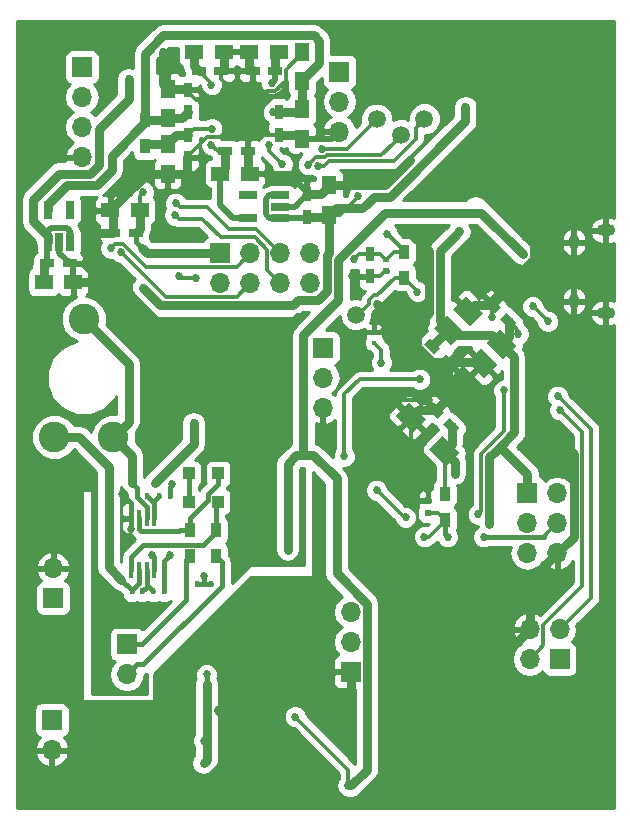
<source format=gbr>
G04 #@! TF.FileFunction,Copper,L1,Top,Signal*
%FSLAX46Y46*%
G04 Gerber Fmt 4.6, Leading zero omitted, Abs format (unit mm)*
G04 Created by KiCad (PCBNEW 4.0.7) date Wed Apr 18 22:54:53 2018*
%MOMM*%
%LPD*%
G01*
G04 APERTURE LIST*
%ADD10C,0.100000*%
%ADD11R,1.700000X1.700000*%
%ADD12O,1.700000X1.700000*%
%ADD13R,0.500000X0.600000*%
%ADD14R,1.500000X1.250000*%
%ADD15R,1.200000X0.750000*%
%ADD16R,1.250000X1.500000*%
%ADD17R,0.750000X1.200000*%
%ADD18R,0.400000X0.300000*%
%ADD19R,1.000000X1.000000*%
%ADD20O,0.950000X1.250000*%
%ADD21O,1.550000X1.000000*%
%ADD22R,0.900000X1.200000*%
%ADD23R,0.600000X0.400000*%
%ADD24R,0.400000X0.600000*%
%ADD25C,2.600000*%
%ADD26R,1.560000X0.650000*%
%ADD27R,0.450000X1.450000*%
%ADD28C,1.500000*%
%ADD29R,0.650000X1.560000*%
%ADD30C,0.685800*%
%ADD31C,0.800000*%
%ADD32C,0.300000*%
%ADD33C,0.500000*%
%ADD34C,0.400000*%
%ADD35C,0.254000*%
G04 APERTURE END LIST*
D10*
D11*
X110050000Y-153460000D03*
D12*
X110050000Y-156000000D03*
D13*
X135550000Y-142350000D03*
X135550000Y-141250000D03*
D10*
G36*
X138201220Y-137219849D02*
X137069849Y-138351220D01*
X135655636Y-136937007D01*
X136787007Y-135805636D01*
X138201220Y-137219849D01*
X138201220Y-137219849D01*
G37*
G36*
X135372792Y-134391421D02*
X134241421Y-135522792D01*
X132827208Y-134108579D01*
X133958579Y-132977208D01*
X135372792Y-134391421D01*
X135372792Y-134391421D01*
G37*
G36*
X138232931Y-135152601D02*
X137702601Y-135682931D01*
X136854073Y-134834403D01*
X137384403Y-134304073D01*
X138232931Y-135152601D01*
X138232931Y-135152601D01*
G37*
G36*
X136889429Y-133809099D02*
X136359099Y-134339429D01*
X135510571Y-133490901D01*
X136040901Y-132960571D01*
X136889429Y-133809099D01*
X136889429Y-133809099D01*
G37*
G36*
X136062994Y-126694365D02*
X137194365Y-125562994D01*
X138608578Y-126977207D01*
X137477207Y-128108578D01*
X136062994Y-126694365D01*
X136062994Y-126694365D01*
G37*
G36*
X138891422Y-129522793D02*
X140022793Y-128391422D01*
X141437006Y-129805635D01*
X140305635Y-130937006D01*
X138891422Y-129522793D01*
X138891422Y-129522793D01*
G37*
G36*
X135188820Y-128019150D02*
X135719150Y-127488820D01*
X136567678Y-128337348D01*
X136037348Y-128867678D01*
X135188820Y-128019150D01*
X135188820Y-128019150D01*
G37*
G36*
X136532322Y-129362652D02*
X137062652Y-128832322D01*
X137911180Y-129680850D01*
X137380850Y-130211180D01*
X136532322Y-129362652D01*
X136532322Y-129362652D01*
G37*
G36*
X143037006Y-128205635D02*
X141905635Y-129337006D01*
X140491422Y-127922793D01*
X141622793Y-126791422D01*
X143037006Y-128205635D01*
X143037006Y-128205635D01*
G37*
G36*
X140208578Y-125377207D02*
X139077207Y-126508578D01*
X137662994Y-125094365D01*
X138794365Y-123962994D01*
X140208578Y-125377207D01*
X140208578Y-125377207D01*
G37*
G36*
X143061180Y-126230850D02*
X142530850Y-126761180D01*
X141682322Y-125912652D01*
X142212652Y-125382322D01*
X143061180Y-126230850D01*
X143061180Y-126230850D01*
G37*
G36*
X141717678Y-124887348D02*
X141187348Y-125417678D01*
X140338820Y-124569150D01*
X140869150Y-124038820D01*
X141717678Y-124887348D01*
X141717678Y-124887348D01*
G37*
D14*
X122900000Y-103300000D03*
X120400000Y-103300000D03*
D15*
X122600000Y-104900000D03*
X120700000Y-104900000D03*
D16*
X113500000Y-108900000D03*
X113500000Y-106400000D03*
D17*
X115200000Y-108400000D03*
X115200000Y-106500000D03*
X122900000Y-108400000D03*
X122900000Y-110300000D03*
D16*
X113500000Y-111100000D03*
X113500000Y-113600000D03*
D17*
X115200000Y-110350000D03*
X115200000Y-112250000D03*
D16*
X124900000Y-108150000D03*
X124900000Y-110650000D03*
D17*
X130600000Y-120400000D03*
X130600000Y-122300000D03*
D16*
X124900000Y-105800000D03*
X124900000Y-103300000D03*
D14*
X115750000Y-103300000D03*
X118250000Y-103300000D03*
D15*
X116150000Y-104900000D03*
X118050000Y-104900000D03*
D14*
X111150000Y-116700000D03*
X108650000Y-116700000D03*
D15*
X110800000Y-118600000D03*
X108900000Y-118600000D03*
D14*
X117950000Y-113600000D03*
X120450000Y-113600000D03*
D15*
X118400000Y-111700000D03*
X120300000Y-111700000D03*
D16*
X127200000Y-117100000D03*
X127200000Y-114600000D03*
D17*
X125300000Y-117250000D03*
X125300000Y-115350000D03*
D18*
X131000000Y-127900000D03*
X131000000Y-127000000D03*
D19*
X115298077Y-138975363D03*
X117798077Y-138975363D03*
X115298077Y-141375363D03*
X117798077Y-141375363D03*
D11*
X110050000Y-153460000D03*
D12*
X110050000Y-156000000D03*
D11*
X128993900Y-155790900D03*
D12*
X128993900Y-153250900D03*
X128993900Y-150710900D03*
D11*
X128050000Y-104960000D03*
D12*
X128050000Y-107500000D03*
X128050000Y-110040000D03*
D11*
X103700000Y-159860000D03*
D12*
X103700000Y-162400000D03*
D11*
X146690000Y-154700000D03*
D12*
X146690000Y-152160000D03*
X144150000Y-154700000D03*
X144150000Y-152160000D03*
D11*
X126644400Y-128333500D03*
D12*
X126644400Y-130873500D03*
X126644400Y-133413500D03*
D20*
X147900000Y-124400000D03*
X147900000Y-119400000D03*
D21*
X150600000Y-125400000D03*
X150600000Y-118400000D03*
D11*
X117980000Y-120360000D03*
D12*
X117980000Y-122900000D03*
X120520000Y-120360000D03*
X120520000Y-122900000D03*
X123060000Y-120360000D03*
X123060000Y-122900000D03*
X125600000Y-120360000D03*
X125600000Y-122900000D03*
D11*
X143960000Y-140650000D03*
D12*
X146500000Y-140650000D03*
X143960000Y-143190000D03*
X146500000Y-143190000D03*
X143960000Y-145730000D03*
X146500000Y-145730000D03*
D11*
X103800000Y-149540000D03*
D12*
X103800000Y-147000000D03*
D22*
X133500000Y-122400000D03*
X133500000Y-120200000D03*
X136950000Y-140700000D03*
X136950000Y-142900000D03*
X111600000Y-109100000D03*
X111600000Y-111300000D03*
D23*
X132000000Y-120900000D03*
X132000000Y-121800000D03*
D22*
X115398077Y-143775363D03*
X115398077Y-145975363D03*
D24*
X115098077Y-148375363D03*
X115998077Y-148375363D03*
X117198077Y-148375363D03*
X118098077Y-148375363D03*
D22*
X117598077Y-143775363D03*
X117598077Y-145975363D03*
D24*
X113698077Y-140875363D03*
X112798077Y-140875363D03*
X111798077Y-140875363D03*
X110898077Y-140875363D03*
X110448077Y-148975363D03*
X111348077Y-148975363D03*
X113198077Y-148975363D03*
X112298077Y-148975363D03*
D25*
X103900000Y-135900000D03*
X108900000Y-135900000D03*
X106400000Y-125900000D03*
D26*
X123000000Y-117350000D03*
X123000000Y-116400000D03*
X123000000Y-115450000D03*
X120300000Y-115450000D03*
X120300000Y-117350000D03*
D27*
X112373077Y-142775363D03*
X111723077Y-142775363D03*
X111073077Y-142775363D03*
X110423077Y-142775363D03*
X110423077Y-147175363D03*
X111073077Y-147175363D03*
X111723077Y-147175363D03*
X112373077Y-147175363D03*
D11*
X106250000Y-104580000D03*
D12*
X106250000Y-107120000D03*
X106250000Y-109660000D03*
X106250000Y-112200000D03*
D28*
X135250000Y-108950000D03*
X129450000Y-125550000D03*
X133300000Y-110300000D03*
X131200000Y-109000000D03*
D15*
X103300000Y-121200000D03*
X105200000Y-121200000D03*
D14*
X103000000Y-122800000D03*
X105500000Y-122800000D03*
D29*
X103350000Y-119350000D03*
X104300000Y-119350000D03*
X105250000Y-119350000D03*
X105250000Y-116650000D03*
X103350000Y-116650000D03*
D30*
X129650000Y-115495310D03*
X138200000Y-118500000D03*
X137850000Y-139000000D03*
X140750000Y-143250000D03*
X138700000Y-107950000D03*
X130000000Y-116500000D03*
X141635786Y-136714214D03*
X136928428Y-137078428D03*
X143182534Y-127172133D03*
X135878249Y-128178249D03*
X137543502Y-134993502D03*
X116700000Y-124754812D03*
X111400000Y-123300000D03*
X122320527Y-105956449D03*
X103000000Y-122800000D03*
X111458080Y-115158080D03*
X122900000Y-103300000D03*
X115750000Y-103300000D03*
X110200000Y-105600000D03*
X111300000Y-119900000D03*
X117205931Y-106071946D03*
X134050000Y-112450000D03*
X138150000Y-112050000D03*
X123050000Y-135950000D03*
X115171521Y-112157100D03*
X141400000Y-155700000D03*
X131250000Y-124600000D03*
X129095310Y-122287454D03*
X144464214Y-133885786D03*
X133650000Y-118700000D03*
X130175000Y-133400000D03*
X135600000Y-132750000D03*
X140164214Y-129664214D03*
X138935786Y-125235786D03*
X140950000Y-125700000D03*
X137221751Y-129521751D03*
X115700000Y-126042899D03*
X124500000Y-125700000D03*
X117800000Y-159000000D03*
X112400000Y-164800000D03*
X128800000Y-161400000D03*
X113100000Y-103300000D03*
X108650000Y-116700000D03*
X118500000Y-108600000D03*
X118500000Y-109900000D03*
X119900000Y-109900000D03*
X121200000Y-109900000D03*
X121200000Y-108600000D03*
X121200000Y-107300000D03*
X119800000Y-107300000D03*
X118600000Y-107300000D03*
X119850000Y-108600000D03*
X121167644Y-145429574D03*
X118900000Y-131700000D03*
X109600000Y-140700000D03*
X110386454Y-143679883D03*
X116550000Y-161600000D03*
X116800000Y-156800000D03*
X116550000Y-163500000D03*
X116800000Y-156000000D03*
X143550000Y-120400000D03*
X123667644Y-145429574D03*
X128800000Y-165400000D03*
X124300000Y-159600000D03*
X140250000Y-144350000D03*
X137200000Y-144350000D03*
X133650000Y-142700000D03*
X131200000Y-140400000D03*
X135242401Y-144342401D03*
X128450000Y-137550000D03*
X134850000Y-131000000D03*
X122445302Y-108400000D03*
X115200000Y-108400000D03*
X117243071Y-109796411D03*
X132100000Y-118700000D03*
X129318125Y-120798034D03*
X123200000Y-112800000D03*
X122091508Y-111196435D03*
X117218086Y-111164575D03*
X112400000Y-139800000D03*
X115700000Y-134700000D03*
X112198077Y-145925363D03*
X113900000Y-139900000D03*
X113700000Y-145900000D03*
X131600000Y-129600000D03*
X146550000Y-132450000D03*
X146700000Y-133600000D03*
X114100000Y-117100000D03*
X109544682Y-120257289D03*
X114200000Y-116100000D03*
X108700000Y-119900000D03*
X145700000Y-126100000D03*
X144400000Y-124850000D03*
X139800000Y-142450000D03*
X141950000Y-131950000D03*
X134652157Y-123596406D03*
X116600000Y-147700000D03*
X114450000Y-122300000D03*
X115904812Y-122448954D03*
X126252411Y-112950000D03*
X125400000Y-112850000D03*
X126547873Y-111504690D03*
D31*
X137335786Y-126835786D02*
X136557970Y-126057970D01*
X136557970Y-126057970D02*
X136557970Y-120142030D01*
X136557970Y-120142030D02*
X137857101Y-118842899D01*
X137857101Y-118842899D02*
X138200000Y-118500000D01*
D32*
X129650000Y-115575000D02*
X129650000Y-115495310D01*
D31*
X130947589Y-115552411D02*
X130342899Y-116157101D01*
X132294501Y-115552411D02*
X130947589Y-115552411D01*
X138700000Y-109146912D02*
X132294501Y-115552411D01*
X138700000Y-107950000D02*
X138700000Y-109146912D01*
D32*
X128125000Y-117100000D02*
X129650000Y-115575000D01*
X127200000Y-117100000D02*
X128125000Y-117100000D01*
D31*
X130342899Y-116157101D02*
X130000000Y-116500000D01*
X142542030Y-128842030D02*
X141764214Y-128064214D01*
X142845301Y-129145301D02*
X142542030Y-128842030D01*
X141635786Y-136714214D02*
X142845301Y-135504699D01*
X142845301Y-135504699D02*
X142845301Y-129145301D01*
X140750000Y-143250000D02*
X140750000Y-137600000D01*
X140750000Y-137600000D02*
X141271572Y-137078428D01*
X137850000Y-139000000D02*
X137850000Y-138000000D01*
X137850000Y-138000000D02*
X136928428Y-137078428D01*
D32*
X136950000Y-140700000D02*
X136950000Y-137100000D01*
X136950000Y-137100000D02*
X136928428Y-137078428D01*
D31*
X143960000Y-140650000D02*
X143960000Y-139038428D01*
X143960000Y-139038428D02*
X141635786Y-136714214D01*
X130000000Y-116500000D02*
X127800000Y-116500000D01*
X127800000Y-116500000D02*
X127200000Y-117100000D01*
X124550687Y-124302401D02*
X126273153Y-124302401D01*
X116700000Y-124754812D02*
X124098276Y-124754812D01*
X126997589Y-122222035D02*
X126997589Y-120505499D01*
X124098276Y-124754812D02*
X124550687Y-124302401D01*
X127200000Y-118650000D02*
X127200000Y-117100000D01*
X127002401Y-122226847D02*
X126997589Y-122222035D01*
X126997589Y-120505499D02*
X127200000Y-120303088D01*
X127200000Y-120303088D02*
X127200000Y-118650000D01*
X126273153Y-124302401D02*
X127002401Y-123573153D01*
X127002401Y-123573153D02*
X127002401Y-122226847D01*
X141271572Y-137078428D02*
X141635786Y-136714214D01*
X137543502Y-134993502D02*
X137543502Y-136463354D01*
X137543502Y-136463354D02*
X136928428Y-137078428D01*
X137335786Y-126835786D02*
X137220712Y-126835786D01*
X137220712Y-126835786D02*
X135878249Y-128178249D01*
X141764214Y-128064214D02*
X140986398Y-127286398D01*
X140986398Y-127286398D02*
X137786398Y-127286398D01*
X137786398Y-127286398D02*
X137335786Y-126835786D01*
X142371751Y-126071751D02*
X142371751Y-127456677D01*
X142371751Y-127456677D02*
X141764214Y-128064214D01*
D32*
X143182534Y-127172133D02*
X143182534Y-126882534D01*
X143182534Y-126882534D02*
X142371751Y-126071751D01*
D31*
X112854812Y-124754812D02*
X116700000Y-124754812D01*
X111400000Y-123300000D02*
X112854812Y-124754812D01*
X117980000Y-120360000D02*
X111760000Y-120360000D01*
X111760000Y-120360000D02*
X111300000Y-119900000D01*
D33*
X122600000Y-104900000D02*
X122600000Y-105676976D01*
X122600000Y-105676976D02*
X122320527Y-105956449D01*
D31*
X102100000Y-115800678D02*
X102100000Y-117645000D01*
X102100000Y-117645000D02*
X103350000Y-118895000D01*
X103350000Y-118895000D02*
X103350000Y-119350000D01*
X110200000Y-107300000D02*
X107652401Y-109847599D01*
X110200000Y-105600000D02*
X110200000Y-107300000D01*
X107652401Y-109847599D02*
X107652401Y-112873153D01*
X107652401Y-112873153D02*
X106923153Y-113602401D01*
X106923153Y-113602401D02*
X104298277Y-113602401D01*
X104298277Y-113602401D02*
X102100000Y-115800678D01*
D32*
X111150000Y-115466160D02*
X111458080Y-115158080D01*
X111150000Y-116700000D02*
X111150000Y-115466160D01*
D31*
X115750000Y-103300000D02*
X115875000Y-103300000D01*
X122775000Y-103300000D02*
X122900000Y-103300000D01*
D33*
X103350000Y-119350000D02*
X103350000Y-118470678D01*
X103350000Y-118470678D02*
X103653079Y-118167599D01*
X103653079Y-118167599D02*
X104946921Y-118167599D01*
X104946921Y-118167599D02*
X105250000Y-118470678D01*
X105250000Y-118470678D02*
X105250000Y-119350000D01*
X103300000Y-121200000D02*
X103300000Y-119400000D01*
X103300000Y-119400000D02*
X103350000Y-119350000D01*
D31*
X103000000Y-122800000D02*
X103000000Y-121500000D01*
X103000000Y-121500000D02*
X103300000Y-121200000D01*
X125300000Y-117250000D02*
X127050000Y-117250000D01*
X127050000Y-117250000D02*
X127200000Y-117100000D01*
D33*
X123000000Y-117350000D02*
X125200000Y-117350000D01*
X125200000Y-117350000D02*
X125300000Y-117250000D01*
X123000000Y-115450000D02*
X122120678Y-115450000D01*
X122120678Y-115450000D02*
X121817599Y-115753079D01*
X121817599Y-115753079D02*
X121817599Y-117046921D01*
X121817599Y-117046921D02*
X122120678Y-117350000D01*
X122120678Y-117350000D02*
X123000000Y-117350000D01*
D34*
X110800000Y-118600000D02*
X110800000Y-119400000D01*
X110800000Y-119400000D02*
X111300000Y-119900000D01*
D31*
X111150000Y-116700000D02*
X111150000Y-118250000D01*
X111150000Y-118250000D02*
X110800000Y-118600000D01*
X122600000Y-104900000D02*
X122600000Y-103600000D01*
X122600000Y-103600000D02*
X122900000Y-103300000D01*
X115750000Y-103300000D02*
X115750000Y-104500000D01*
X115750000Y-104500000D02*
X116150000Y-104900000D01*
D32*
X117205931Y-106071946D02*
X117205931Y-105955931D01*
X117205931Y-105955931D02*
X116150000Y-104900000D01*
D31*
X135605559Y-120170626D02*
X135605559Y-125424274D01*
X135605559Y-125424274D02*
X135029833Y-126000000D01*
X134134933Y-118700000D02*
X135605559Y-120170626D01*
X133650000Y-118700000D02*
X134134933Y-118700000D01*
X127200000Y-114600000D02*
X131900000Y-114600000D01*
X131900000Y-114600000D02*
X134050000Y-112450000D01*
X138150000Y-112050000D02*
X144502409Y-118402409D01*
X144502409Y-118402409D02*
X144502409Y-120794501D01*
X144502409Y-120794501D02*
X141028249Y-124268661D01*
X141028249Y-124268661D02*
X141028249Y-124728249D01*
X119100000Y-133700000D02*
X119100000Y-138700000D01*
X119100000Y-138700000D02*
X119100000Y-143361930D01*
X123050000Y-135950000D02*
X122707101Y-136292899D01*
X122707101Y-136292899D02*
X121507101Y-136292899D01*
X121507101Y-136292899D02*
X119100000Y-138700000D01*
X137221751Y-129521751D02*
X137221751Y-132628249D01*
X137221751Y-132628249D02*
X136200000Y-133650000D01*
D32*
X121200000Y-107300000D02*
X121898249Y-106601751D01*
X121898249Y-106601751D02*
X122630273Y-106601751D01*
X123502401Y-104822599D02*
X124900000Y-103425000D01*
X122630273Y-106601751D02*
X123502401Y-105729623D01*
X123502401Y-105729623D02*
X123502401Y-104822599D01*
X124900000Y-103425000D02*
X124900000Y-103300000D01*
D31*
X115171521Y-113353479D02*
X115171521Y-112642033D01*
X114925000Y-113600000D02*
X115171521Y-113353479D01*
X113500000Y-113600000D02*
X114925000Y-113600000D01*
X115171521Y-112642033D02*
X115171521Y-112157100D01*
D32*
X115514420Y-111814201D02*
X115171521Y-112157100D01*
X116828621Y-110500000D02*
X115514420Y-111814201D01*
X117900000Y-110500000D02*
X116828621Y-110500000D01*
X118500000Y-109900000D02*
X117900000Y-110500000D01*
D31*
X144150000Y-152160000D02*
X144150000Y-148080000D01*
X144150000Y-148080000D02*
X146500000Y-145730000D01*
X141400000Y-155700000D02*
X141400000Y-154910000D01*
X141400000Y-154910000D02*
X144150000Y-152160000D01*
X135029833Y-126000000D02*
X134636410Y-126393423D01*
X131250000Y-124600000D02*
X132650000Y-126000000D01*
X132650000Y-126000000D02*
X135029833Y-126000000D01*
D32*
X131000000Y-127000000D02*
X131500000Y-127000000D01*
X131500000Y-127000000D02*
X132106577Y-126393423D01*
X132106577Y-126393423D02*
X134636410Y-126393423D01*
X135550000Y-141250000D02*
X135550000Y-140650000D01*
X135550000Y-140650000D02*
X134100000Y-139200000D01*
X134100000Y-139200000D02*
X134100000Y-135481371D01*
X134100000Y-135481371D02*
X134100000Y-134250000D01*
D31*
X146500000Y-145730000D02*
X147902401Y-144327599D01*
X147902401Y-144327599D02*
X147902401Y-137323973D01*
X147902401Y-137323973D02*
X145100609Y-134522181D01*
X145100609Y-134522181D02*
X144464214Y-133885786D01*
D32*
X130600000Y-122300000D02*
X129107856Y-122300000D01*
X129107856Y-122300000D02*
X129095310Y-122287454D01*
D31*
X134636410Y-126393423D02*
X134636410Y-128286410D01*
X134636410Y-128286410D02*
X135871751Y-129521751D01*
X137221751Y-129521751D02*
X135871751Y-129521751D01*
X137221751Y-129521751D02*
X140021751Y-129521751D01*
X140021751Y-129521751D02*
X140164214Y-129664214D01*
D32*
X135600000Y-132750000D02*
X130825000Y-132750000D01*
X130825000Y-132750000D02*
X130175000Y-133400000D01*
X135600000Y-132750000D02*
X135600000Y-133050000D01*
X135600000Y-133050000D02*
X136200000Y-133650000D01*
D31*
X136200000Y-133650000D02*
X134700000Y-133650000D01*
X134700000Y-133650000D02*
X134100000Y-134250000D01*
X141028249Y-124728249D02*
X139443323Y-124728249D01*
X139443323Y-124728249D02*
X138935786Y-125235786D01*
D32*
X140950000Y-125700000D02*
X140950000Y-124806498D01*
X140950000Y-124806498D02*
X141028249Y-124728249D01*
D31*
X107250000Y-119050000D02*
X107250000Y-120750000D01*
X107250000Y-120750000D02*
X109300000Y-122800000D01*
X107700000Y-118600000D02*
X107250000Y-119050000D01*
X108900000Y-118600000D02*
X107700000Y-118600000D01*
X124157101Y-126042899D02*
X115700000Y-126042899D01*
X115700000Y-126042899D02*
X112542899Y-126042899D01*
D32*
X130600000Y-122300000D02*
X131500000Y-122300000D01*
X131500000Y-122300000D02*
X132000000Y-121800000D01*
D31*
X112542899Y-126042899D02*
X109300000Y-122800000D01*
X109300000Y-122800000D02*
X105500000Y-122800000D01*
X124500000Y-125700000D02*
X124157101Y-126042899D01*
D33*
X124900000Y-110650000D02*
X127440000Y-110650000D01*
X127440000Y-110650000D02*
X128050000Y-110040000D01*
D31*
X123500000Y-158300000D02*
X120400000Y-161400000D01*
X120200000Y-161400000D02*
X120400000Y-161400000D01*
X120400000Y-161400000D02*
X117000000Y-164800000D01*
X117800000Y-159000000D02*
X120200000Y-161400000D01*
X117000000Y-164800000D02*
X112400000Y-164800000D01*
X127500000Y-158300000D02*
X123500000Y-158300000D01*
X128800000Y-161400000D02*
X128800000Y-159600000D01*
X128800000Y-159600000D02*
X127500000Y-158300000D01*
X128993900Y-155790900D02*
X128993900Y-161206100D01*
X128993900Y-161206100D02*
X128800000Y-161400000D01*
X111750000Y-113600000D02*
X108650000Y-116700000D01*
X113500000Y-113600000D02*
X111750000Y-113600000D01*
D33*
X105200000Y-121200000D02*
X104300000Y-120300000D01*
X104300000Y-120300000D02*
X104300000Y-119350000D01*
X105500000Y-122800000D02*
X105500000Y-121500000D01*
X105500000Y-121500000D02*
X105200000Y-121200000D01*
D31*
X113100000Y-103300000D02*
X113100000Y-106000000D01*
X113100000Y-106000000D02*
X113500000Y-106400000D01*
D33*
X125300000Y-115350000D02*
X125300000Y-115125000D01*
X125300000Y-115125000D02*
X123775000Y-113600000D01*
X123775000Y-113600000D02*
X121700000Y-113600000D01*
X121700000Y-113600000D02*
X120450000Y-113600000D01*
D31*
X125300000Y-115350000D02*
X126450000Y-115350000D01*
X126450000Y-115350000D02*
X127200000Y-114600000D01*
D33*
X123000000Y-116400000D02*
X124250000Y-116400000D01*
X124250000Y-116400000D02*
X125300000Y-115350000D01*
D31*
X108900000Y-118600000D02*
X108900000Y-116950000D01*
X108900000Y-116950000D02*
X108650000Y-116700000D01*
D32*
X120300000Y-111700000D02*
X120300000Y-110300000D01*
X120300000Y-110300000D02*
X119900000Y-109900000D01*
X122900000Y-110300000D02*
X121600000Y-110300000D01*
X121600000Y-110300000D02*
X121200000Y-109900000D01*
X120700000Y-104900000D02*
X120700000Y-106800000D01*
X120700000Y-106800000D02*
X121200000Y-107300000D01*
X118050000Y-104900000D02*
X118050000Y-105575000D01*
X118050000Y-105575000D02*
X119775000Y-107300000D01*
X119775000Y-107300000D02*
X119800000Y-107300000D01*
X118600000Y-107300000D02*
X116000000Y-107300000D01*
X116000000Y-107300000D02*
X115900000Y-107400000D01*
X115900000Y-107400000D02*
X115875000Y-107400000D01*
X115875000Y-107400000D02*
X115200000Y-106725000D01*
X115200000Y-106725000D02*
X115200000Y-106500000D01*
X119850000Y-108600000D02*
X118500000Y-108600000D01*
X119850000Y-108600000D02*
X119800000Y-108600000D01*
X119800000Y-108600000D02*
X118500000Y-109900000D01*
X119850000Y-108600000D02*
X119850000Y-109850000D01*
X119850000Y-109850000D02*
X119900000Y-109900000D01*
X119850000Y-108600000D02*
X119900000Y-108600000D01*
X119900000Y-108600000D02*
X121200000Y-109900000D01*
X119850000Y-108600000D02*
X121200000Y-108600000D01*
X119900000Y-108600000D02*
X121200000Y-107300000D01*
X119850000Y-108600000D02*
X119850000Y-107350000D01*
X119850000Y-107350000D02*
X119800000Y-107300000D01*
X118600000Y-107300000D02*
X118600000Y-107350000D01*
X118600000Y-107350000D02*
X119850000Y-108600000D01*
D31*
X113500000Y-106400000D02*
X115100000Y-106400000D01*
X115100000Y-106400000D02*
X115200000Y-106500000D01*
X120300000Y-111700000D02*
X120300000Y-113450000D01*
X120300000Y-113450000D02*
X120450000Y-113600000D01*
X122900000Y-110300000D02*
X124550000Y-110300000D01*
X124550000Y-110300000D02*
X124900000Y-110650000D01*
X120400000Y-103300000D02*
X120400000Y-104600000D01*
X120400000Y-104600000D02*
X120700000Y-104900000D01*
X118250000Y-103300000D02*
X118250000Y-104700000D01*
X118250000Y-104700000D02*
X118050000Y-104900000D01*
X119100000Y-143361930D02*
X121167644Y-145429574D01*
X118900000Y-131700000D02*
X118900000Y-133500000D01*
X118900000Y-133500000D02*
X119100000Y-133700000D01*
D34*
X110423077Y-142775363D02*
X110423077Y-141523077D01*
X110423077Y-141523077D02*
X109600000Y-140700000D01*
X110423077Y-142775363D02*
X110423077Y-143643260D01*
X110423077Y-143643260D02*
X110386454Y-143679883D01*
D31*
X116800000Y-156800000D02*
X116800000Y-163250000D01*
X116800000Y-163250000D02*
X116550000Y-163500000D01*
D34*
X116800000Y-156000000D02*
X116800000Y-156800000D01*
D31*
X131949999Y-116900000D02*
X140050000Y-116900000D01*
X127954811Y-124328767D02*
X127954811Y-120895188D01*
X127954811Y-120895188D02*
X131949999Y-116900000D01*
X125000000Y-127283578D02*
X127954811Y-124328767D01*
X125000000Y-137450000D02*
X125000000Y-127283578D01*
X143550000Y-120400000D02*
X140050000Y-116900000D01*
X125850000Y-137450000D02*
X125000000Y-137450000D01*
X125000000Y-137450000D02*
X124400000Y-137450000D01*
X124400000Y-137450000D02*
X123667644Y-138182356D01*
X123667644Y-138182356D02*
X123667644Y-145429574D01*
X127808554Y-139408554D02*
X125850000Y-137450000D01*
X127808554Y-147450000D02*
X127808554Y-139408554D01*
X128800000Y-165400000D02*
X129050000Y-165400000D01*
X129050000Y-165400000D02*
X130396301Y-164053699D01*
X130396301Y-164053699D02*
X130396301Y-150037747D01*
X130396301Y-150037747D02*
X127808554Y-147450000D01*
D32*
X124300000Y-159600000D02*
X128800000Y-164100000D01*
X128800000Y-164100000D02*
X128800000Y-165400000D01*
D34*
X140250000Y-144350000D02*
X140734933Y-144350000D01*
X140734933Y-144350000D02*
X140777334Y-144392401D01*
X140777334Y-144392401D02*
X145297599Y-144392401D01*
X145297599Y-144392401D02*
X145347599Y-144342401D01*
X136950000Y-142900000D02*
X136950000Y-144100000D01*
X136950000Y-144100000D02*
X137200000Y-144350000D01*
D32*
X131200000Y-140400000D02*
X133500000Y-142700000D01*
X133500000Y-142700000D02*
X133650000Y-142700000D01*
X135550000Y-142350000D02*
X136400000Y-142350000D01*
X136400000Y-142350000D02*
X136950000Y-142900000D01*
X135242401Y-144342401D02*
X135400000Y-144342401D01*
X136950000Y-142900000D02*
X136950000Y-143050000D01*
X136950000Y-143050000D02*
X135657599Y-144342401D01*
X135657599Y-144342401D02*
X135400000Y-144342401D01*
X134850000Y-131000000D02*
X129750000Y-131000000D01*
X129750000Y-131000000D02*
X128450000Y-132300000D01*
X128450000Y-132300000D02*
X128450000Y-137550000D01*
X145347599Y-144342401D02*
X145650001Y-144039999D01*
X145650001Y-144039999D02*
X146500000Y-143190000D01*
X122445302Y-108400000D02*
X122900000Y-108400000D01*
D31*
X108752411Y-112097589D02*
X111600000Y-109250000D01*
X108752411Y-113294501D02*
X108752411Y-112097589D01*
X111600000Y-109250000D02*
X111600000Y-109100000D01*
X103350000Y-116195000D02*
X104990188Y-114554812D01*
X103350000Y-116650000D02*
X103350000Y-116195000D01*
X104990188Y-114554812D02*
X107492100Y-114554812D01*
X107492100Y-114554812D02*
X108752411Y-113294501D01*
X124900000Y-105800000D02*
X124900000Y-108150000D01*
X113153089Y-101900000D02*
X125869322Y-101900000D01*
X125869322Y-101900000D02*
X126325000Y-102355678D01*
X126325000Y-102355678D02*
X126325000Y-104250000D01*
X126325000Y-104250000D02*
X124900000Y-105675000D01*
X124900000Y-105675000D02*
X124900000Y-105800000D01*
X111600000Y-109100000D02*
X111600000Y-103453089D01*
X111600000Y-103453089D02*
X113153089Y-101900000D01*
X113500000Y-108900000D02*
X114700000Y-108900000D01*
X114700000Y-108900000D02*
X115200000Y-108400000D01*
X111600000Y-109100000D02*
X113300000Y-109100000D01*
X113300000Y-109100000D02*
X113500000Y-108900000D01*
X122900000Y-108400000D02*
X124650000Y-108400000D01*
X124650000Y-108400000D02*
X124900000Y-108150000D01*
D32*
X117243071Y-109796411D02*
X115753589Y-109796411D01*
X115753589Y-109796411D02*
X115200000Y-110350000D01*
D31*
X113500000Y-111100000D02*
X111800000Y-111100000D01*
X111800000Y-111100000D02*
X111600000Y-111300000D01*
X115200000Y-110350000D02*
X114250000Y-110350000D01*
X114250000Y-110350000D02*
X113500000Y-111100000D01*
D32*
X133500000Y-120200000D02*
X133500000Y-120100000D01*
X133500000Y-120100000D02*
X132100000Y-118700000D01*
X129661024Y-120455135D02*
X129318125Y-120798034D01*
X129716159Y-120400000D02*
X129661024Y-120455135D01*
X130600000Y-120400000D02*
X129716159Y-120400000D01*
X133500000Y-120200000D02*
X132700000Y-120200000D01*
X132700000Y-120200000D02*
X132000000Y-120900000D01*
X130600000Y-120400000D02*
X131500000Y-120400000D01*
X131500000Y-120400000D02*
X132000000Y-120900000D01*
X122091508Y-111196435D02*
X122091508Y-111691508D01*
X122091508Y-111691508D02*
X123200000Y-112800000D01*
D33*
X120300000Y-117350000D02*
X119020000Y-117350000D01*
X119020000Y-117350000D02*
X117950000Y-116280000D01*
X117950000Y-116280000D02*
X117950000Y-114725000D01*
X117950000Y-114725000D02*
X117950000Y-113600000D01*
D32*
X118400000Y-111700000D02*
X117753511Y-111700000D01*
X117753511Y-111700000D02*
X117218086Y-111164575D01*
D31*
X118400000Y-111700000D02*
X118400000Y-113150000D01*
X118400000Y-113150000D02*
X117950000Y-113600000D01*
X115700000Y-134700000D02*
X115700000Y-136500000D01*
X115700000Y-136500000D02*
X112400000Y-139800000D01*
D34*
X112373077Y-147175363D02*
X112373077Y-146100363D01*
X112373077Y-146100363D02*
X112198077Y-145925363D01*
X113698077Y-140875363D02*
X113698077Y-140101923D01*
X113698077Y-140101923D02*
X113900000Y-139900000D01*
X113198077Y-148975363D02*
X113198077Y-146401923D01*
X113198077Y-146401923D02*
X113700000Y-145900000D01*
D32*
X131600000Y-129600000D02*
X131600000Y-128500000D01*
X131600000Y-128500000D02*
X131000000Y-127900000D01*
D34*
X115298077Y-138975363D02*
X115298077Y-141375363D01*
X111081756Y-142784042D02*
X111073077Y-142775363D01*
X111081756Y-143718364D02*
X111081756Y-142784042D01*
X111216156Y-143852764D02*
X111081756Y-143718364D01*
X114470676Y-143852764D02*
X111216156Y-143852764D01*
X114548077Y-143775363D02*
X114470676Y-143852764D01*
X115398077Y-143775363D02*
X114548077Y-143775363D01*
X115398077Y-143775363D02*
X115398077Y-142775363D01*
X117798077Y-139875363D02*
X117798077Y-138975363D01*
X115398077Y-142775363D02*
X116945676Y-141227764D01*
X116945676Y-141227764D02*
X116945676Y-140727764D01*
X116945676Y-140727764D02*
X117798077Y-139875363D01*
X117598077Y-143775363D02*
X117598077Y-143925363D01*
X117598077Y-143925363D02*
X116500478Y-145022962D01*
X116500478Y-145022962D02*
X111450478Y-145022962D01*
X111450478Y-145022962D02*
X110423077Y-146050363D01*
X110423077Y-146050363D02*
X110423077Y-147175363D01*
X117598077Y-143775363D02*
X117598077Y-141575363D01*
X117598077Y-141575363D02*
X117798077Y-141375363D01*
X115098077Y-148375363D02*
X115098077Y-146275363D01*
X115098077Y-146275363D02*
X115398077Y-145975363D01*
X110050000Y-153460000D02*
X111300000Y-153460000D01*
X111300000Y-153460000D02*
X115098077Y-149661923D01*
X115098077Y-149661923D02*
X115098077Y-149075363D01*
X115098077Y-149075363D02*
X115098077Y-148375363D01*
X118098077Y-148375363D02*
X118098077Y-146475363D01*
X118098077Y-146475363D02*
X117598077Y-145975363D01*
X110050000Y-156000000D02*
X110899999Y-155150001D01*
X110899999Y-155150001D02*
X111423439Y-155150001D01*
X111423439Y-155150001D02*
X118098077Y-148475363D01*
X118098077Y-148475363D02*
X118098077Y-148375363D01*
D32*
X149350000Y-149500000D02*
X149350000Y-135250000D01*
X149350000Y-135250000D02*
X146550000Y-132450000D01*
X146690000Y-152160000D02*
X149350000Y-149500000D01*
X146700000Y-133600000D02*
X148604812Y-135504812D01*
X148604812Y-135504812D02*
X148604812Y-148539634D01*
X148604812Y-148539634D02*
X145302401Y-151842045D01*
X145302401Y-151842045D02*
X145302401Y-153547599D01*
X144999999Y-153850001D02*
X144150000Y-154700000D01*
X145302401Y-153547599D02*
X144999999Y-153850001D01*
X118000000Y-119000000D02*
X120865554Y-119000000D01*
X120865554Y-119000000D02*
X121907599Y-120042045D01*
X121907599Y-120042045D02*
X121907599Y-121747599D01*
X121907599Y-121747599D02*
X122210001Y-122050001D01*
X122210001Y-122050001D02*
X123060000Y-122900000D01*
X116442899Y-117442899D02*
X118000000Y-119000000D01*
X114100000Y-117100000D02*
X114442899Y-117442899D01*
X114442899Y-117442899D02*
X116442899Y-117442899D01*
X109887581Y-120600188D02*
X109544682Y-120257289D01*
X119367599Y-124052401D02*
X113339794Y-124052401D01*
X120520000Y-122900000D02*
X119367599Y-124052401D01*
X113339794Y-124052401D02*
X109887581Y-120600188D01*
X118700000Y-118300000D02*
X121000000Y-118300000D01*
X121000000Y-118300000D02*
X123060000Y-120360000D01*
X116842899Y-116442899D02*
X118700000Y-118300000D01*
X114200000Y-116100000D02*
X114542899Y-116442899D01*
X114542899Y-116442899D02*
X116842899Y-116442899D01*
X109757101Y-119557101D02*
X111712401Y-121512401D01*
X111712401Y-121512401D02*
X119367599Y-121512401D01*
X119367599Y-121512401D02*
X119670001Y-121209999D01*
X119670001Y-121209999D02*
X120520000Y-120360000D01*
X109042899Y-119557101D02*
X109757101Y-119557101D01*
X108700000Y-119900000D02*
X109042899Y-119557101D01*
X144400000Y-124850000D02*
X144450000Y-124850000D01*
X144450000Y-124850000D02*
X145700000Y-126100000D01*
X140047590Y-138502410D02*
X140047590Y-142202410D01*
X140047590Y-142202410D02*
X139800000Y-142450000D01*
X140047590Y-137309053D02*
X140047590Y-138502410D01*
X141950000Y-131950000D02*
X141950000Y-135406644D01*
X141950000Y-135406644D02*
X140047590Y-137309053D01*
X133500000Y-122400000D02*
X132750000Y-122400000D01*
X130959052Y-123897592D02*
X130547592Y-124309052D01*
X132750000Y-122400000D02*
X131252408Y-123897592D01*
X131252408Y-123897592D02*
X130959052Y-123897592D01*
X130547592Y-124309052D02*
X130547592Y-124602408D01*
X130547592Y-124602408D02*
X129600000Y-125550000D01*
X129600000Y-125550000D02*
X129450000Y-125550000D01*
X134652157Y-123596406D02*
X134652157Y-123552157D01*
X134652157Y-123552157D02*
X133500000Y-122400000D01*
X133500000Y-122400000D02*
X133500000Y-122550000D01*
D34*
X116600000Y-148375363D02*
X117198077Y-148375363D01*
X116600000Y-148375363D02*
X116600000Y-147700000D01*
X115998077Y-148375363D02*
X116600000Y-148375363D01*
X112373077Y-141450363D02*
X112373077Y-141300363D01*
X112373077Y-141300363D02*
X112798077Y-140875363D01*
X111798077Y-140875363D02*
X112373077Y-141450363D01*
X112373077Y-141450363D02*
X112373077Y-142775363D01*
D31*
X106400000Y-125900000D02*
X110199999Y-129699999D01*
X110199999Y-129699999D02*
X110199999Y-134600001D01*
X110199999Y-134600001D02*
X108900000Y-135900000D01*
X110500000Y-139777286D02*
X110500000Y-137500000D01*
X110500000Y-137500000D02*
X108900000Y-135900000D01*
D34*
X110898077Y-140875363D02*
X110898077Y-140175363D01*
X110898077Y-140175363D02*
X110500000Y-139777286D01*
X110898077Y-140875363D02*
X110898077Y-140975363D01*
X110898077Y-140975363D02*
X111723077Y-141800363D01*
X111723077Y-141800363D02*
X111723077Y-142775363D01*
D31*
X108500000Y-138400000D02*
X108500000Y-146927286D01*
X108500000Y-146927286D02*
X109572714Y-148000000D01*
X106000000Y-135900000D02*
X108500000Y-138400000D01*
X103900000Y-135900000D02*
X106000000Y-135900000D01*
D34*
X109572714Y-148000000D02*
X110448077Y-148875363D01*
X110448077Y-148875363D02*
X110448077Y-148975363D01*
X111073077Y-147175363D02*
X111073077Y-148250363D01*
X111073077Y-148250363D02*
X110448077Y-148875363D01*
X111723077Y-148600363D02*
X111923077Y-148600363D01*
X111923077Y-148600363D02*
X112298077Y-148975363D01*
X111348077Y-148975363D02*
X111723077Y-148600363D01*
X111723077Y-148600363D02*
X111723077Y-147175363D01*
D32*
X115904812Y-122448954D02*
X114598954Y-122448954D01*
X114598954Y-122448954D02*
X114450000Y-122300000D01*
X127187344Y-112500000D02*
X132657554Y-112500000D01*
X132657554Y-112500000D02*
X134500001Y-110657553D01*
X134500001Y-110657553D02*
X134500001Y-109699999D01*
X134500001Y-109699999D02*
X135250000Y-108950000D01*
X126252411Y-112950000D02*
X126737344Y-112950000D01*
X126737344Y-112950000D02*
X127187344Y-112500000D01*
X131552411Y-112047589D02*
X132550001Y-111049999D01*
X126999950Y-112047589D02*
X131552411Y-112047589D01*
X126849950Y-112197589D02*
X126999950Y-112047589D01*
X126052411Y-112197589D02*
X126849950Y-112197589D01*
X132550001Y-111049999D02*
X133300000Y-110300000D01*
X125400000Y-112850000D02*
X126052411Y-112197589D01*
X128695310Y-111504690D02*
X127032806Y-111504690D01*
X131200000Y-109000000D02*
X128695310Y-111504690D01*
X127032806Y-111504690D02*
X126547873Y-111504690D01*
D35*
G36*
X151290000Y-117356550D02*
X151002000Y-117265000D01*
X150727000Y-117265000D01*
X150727000Y-118273000D01*
X150747000Y-118273000D01*
X150747000Y-118527000D01*
X150727000Y-118527000D01*
X150727000Y-119535000D01*
X151002000Y-119535000D01*
X151290000Y-119443450D01*
X151290000Y-124356550D01*
X151002000Y-124265000D01*
X150727000Y-124265000D01*
X150727000Y-125273000D01*
X150747000Y-125273000D01*
X150747000Y-125527000D01*
X150727000Y-125527000D01*
X150727000Y-126535000D01*
X151002000Y-126535000D01*
X151290000Y-126443450D01*
X151290000Y-167290000D01*
X100710000Y-167290000D01*
X100710000Y-162756890D01*
X102258524Y-162756890D01*
X102428355Y-163166924D01*
X102818642Y-163595183D01*
X103343108Y-163841486D01*
X103573000Y-163720819D01*
X103573000Y-162527000D01*
X103827000Y-162527000D01*
X103827000Y-163720819D01*
X104056892Y-163841486D01*
X104581358Y-163595183D01*
X104668101Y-163500000D01*
X115514999Y-163500000D01*
X115593785Y-163896077D01*
X115818144Y-164231856D01*
X116153923Y-164456215D01*
X116550000Y-164535001D01*
X116946077Y-164456215D01*
X117281856Y-164231856D01*
X117531853Y-163981858D01*
X117531856Y-163981856D01*
X117666349Y-163780571D01*
X117756215Y-163646078D01*
X117835000Y-163250000D01*
X117835000Y-156800000D01*
X117756215Y-156403923D01*
X117716076Y-156343850D01*
X117777730Y-156195370D01*
X117777833Y-156076650D01*
X127508900Y-156076650D01*
X127508900Y-156767210D01*
X127605573Y-157000599D01*
X127784202Y-157179227D01*
X128017591Y-157275900D01*
X128708150Y-157275900D01*
X128866900Y-157117150D01*
X128866900Y-155917900D01*
X127667650Y-155917900D01*
X127508900Y-156076650D01*
X117777833Y-156076650D01*
X117778069Y-155806337D01*
X117629507Y-155446788D01*
X117354659Y-155171460D01*
X116995370Y-155022270D01*
X116606337Y-155021931D01*
X116246788Y-155170493D01*
X115971460Y-155445341D01*
X115822270Y-155804630D01*
X115821931Y-156193663D01*
X115883963Y-156343792D01*
X115843785Y-156403923D01*
X115765000Y-156800000D01*
X115765000Y-161001877D01*
X115721460Y-161045341D01*
X115572270Y-161404630D01*
X115571931Y-161793663D01*
X115720493Y-162153212D01*
X115765000Y-162197797D01*
X115765000Y-162847680D01*
X115593785Y-163103923D01*
X115514999Y-163500000D01*
X104668101Y-163500000D01*
X104971645Y-163166924D01*
X105141476Y-162756890D01*
X105020155Y-162527000D01*
X103827000Y-162527000D01*
X103573000Y-162527000D01*
X102379845Y-162527000D01*
X102258524Y-162756890D01*
X100710000Y-162756890D01*
X100710000Y-159010000D01*
X102202560Y-159010000D01*
X102202560Y-160710000D01*
X102246838Y-160945317D01*
X102385910Y-161161441D01*
X102598110Y-161306431D01*
X102706107Y-161328301D01*
X102428355Y-161633076D01*
X102258524Y-162043110D01*
X102379845Y-162273000D01*
X103573000Y-162273000D01*
X103573000Y-162253000D01*
X103827000Y-162253000D01*
X103827000Y-162273000D01*
X105020155Y-162273000D01*
X105141476Y-162043110D01*
X104971645Y-161633076D01*
X104695499Y-161330063D01*
X104785317Y-161313162D01*
X105001441Y-161174090D01*
X105146431Y-160961890D01*
X105197440Y-160710000D01*
X105197440Y-159010000D01*
X105153162Y-158774683D01*
X105014090Y-158558559D01*
X104801890Y-158413569D01*
X104550000Y-158362560D01*
X102850000Y-158362560D01*
X102614683Y-158406838D01*
X102398559Y-158545910D01*
X102253569Y-158758110D01*
X102202560Y-159010000D01*
X100710000Y-159010000D01*
X100710000Y-148690000D01*
X102302560Y-148690000D01*
X102302560Y-150390000D01*
X102346838Y-150625317D01*
X102485910Y-150841441D01*
X102698110Y-150986431D01*
X102950000Y-151037440D01*
X104650000Y-151037440D01*
X104885317Y-150993162D01*
X105101441Y-150854090D01*
X105246431Y-150641890D01*
X105297440Y-150390000D01*
X105297440Y-148690000D01*
X105253162Y-148454683D01*
X105114090Y-148238559D01*
X104901890Y-148093569D01*
X104793893Y-148071699D01*
X105071645Y-147766924D01*
X105241476Y-147356890D01*
X105120155Y-147127000D01*
X103927000Y-147127000D01*
X103927000Y-147147000D01*
X103673000Y-147147000D01*
X103673000Y-147127000D01*
X102479845Y-147127000D01*
X102358524Y-147356890D01*
X102528355Y-147766924D01*
X102804501Y-148069937D01*
X102714683Y-148086838D01*
X102498559Y-148225910D01*
X102353569Y-148438110D01*
X102302560Y-148690000D01*
X100710000Y-148690000D01*
X100710000Y-146643110D01*
X102358524Y-146643110D01*
X102479845Y-146873000D01*
X103673000Y-146873000D01*
X103673000Y-145679181D01*
X103927000Y-145679181D01*
X103927000Y-146873000D01*
X105120155Y-146873000D01*
X105241476Y-146643110D01*
X105071645Y-146233076D01*
X104681358Y-145804817D01*
X104156892Y-145558514D01*
X103927000Y-145679181D01*
X103673000Y-145679181D01*
X103443108Y-145558514D01*
X102918642Y-145804817D01*
X102528355Y-146233076D01*
X102358524Y-146643110D01*
X100710000Y-146643110D01*
X100710000Y-115800678D01*
X101064999Y-115800678D01*
X101065000Y-115800683D01*
X101065000Y-117644995D01*
X101064999Y-117645000D01*
X101143785Y-118041077D01*
X101368144Y-118376856D01*
X102315000Y-119323711D01*
X102315000Y-119350000D01*
X102377560Y-119664509D01*
X102377560Y-120130000D01*
X102402384Y-120261926D01*
X102248559Y-120360910D01*
X102103569Y-120573110D01*
X102052560Y-120825000D01*
X102052560Y-121090790D01*
X102043785Y-121103923D01*
X101964999Y-121500000D01*
X101965000Y-121500005D01*
X101965000Y-121603808D01*
X101798559Y-121710910D01*
X101653569Y-121923110D01*
X101602560Y-122175000D01*
X101602560Y-123425000D01*
X101646838Y-123660317D01*
X101785910Y-123876441D01*
X101998110Y-124021431D01*
X102250000Y-124072440D01*
X103750000Y-124072440D01*
X103985317Y-124028162D01*
X104201441Y-123889090D01*
X104247969Y-123820994D01*
X104390302Y-123963327D01*
X104623691Y-124060000D01*
X105214250Y-124060000D01*
X105373000Y-123901250D01*
X105373000Y-122927000D01*
X105353000Y-122927000D01*
X105353000Y-122673000D01*
X105373000Y-122673000D01*
X105373000Y-122653000D01*
X105627000Y-122653000D01*
X105627000Y-122673000D01*
X106726250Y-122673000D01*
X106885000Y-122514250D01*
X106885000Y-122048690D01*
X106788327Y-121815301D01*
X106609698Y-121636673D01*
X106435000Y-121564311D01*
X106435000Y-121485750D01*
X106276250Y-121327000D01*
X105327000Y-121327000D01*
X105327000Y-121347000D01*
X105073000Y-121347000D01*
X105073000Y-121327000D01*
X105053000Y-121327000D01*
X105053000Y-121073000D01*
X105073000Y-121073000D01*
X105073000Y-121053000D01*
X105327000Y-121053000D01*
X105327000Y-121073000D01*
X106276250Y-121073000D01*
X106435000Y-120914250D01*
X106435000Y-120698690D01*
X106338327Y-120465301D01*
X106185490Y-120312465D01*
X106222440Y-120130000D01*
X106222440Y-118570000D01*
X106178162Y-118334683D01*
X106076533Y-118176748D01*
X106067633Y-118132003D01*
X105944078Y-117947089D01*
X106026441Y-117894090D01*
X106171431Y-117681890D01*
X106222440Y-117430000D01*
X106222440Y-115870000D01*
X106178162Y-115634683D01*
X106149288Y-115589812D01*
X107487163Y-115589812D01*
X107361673Y-115715301D01*
X107265000Y-115948690D01*
X107265000Y-116414250D01*
X107423750Y-116573000D01*
X108523000Y-116573000D01*
X108523000Y-115598750D01*
X108364250Y-115440000D01*
X107994477Y-115440000D01*
X108223956Y-115286668D01*
X109484264Y-114026359D01*
X109484267Y-114026357D01*
X109578217Y-113885750D01*
X112240000Y-113885750D01*
X112240000Y-114476309D01*
X112336673Y-114709698D01*
X112515301Y-114888327D01*
X112748690Y-114985000D01*
X113214250Y-114985000D01*
X113373000Y-114826250D01*
X113373000Y-113727000D01*
X113627000Y-113727000D01*
X113627000Y-114826250D01*
X113785750Y-114985000D01*
X114251310Y-114985000D01*
X114484699Y-114888327D01*
X114663327Y-114709698D01*
X114760000Y-114476309D01*
X114760000Y-113885750D01*
X114601250Y-113727000D01*
X113627000Y-113727000D01*
X113373000Y-113727000D01*
X112398750Y-113727000D01*
X112240000Y-113885750D01*
X109578217Y-113885750D01*
X109708626Y-113690578D01*
X109729627Y-113585000D01*
X109787412Y-113294501D01*
X109787411Y-113294496D01*
X109787411Y-112526301D01*
X110502560Y-111811152D01*
X110502560Y-111900000D01*
X110546838Y-112135317D01*
X110685910Y-112351441D01*
X110898110Y-112496431D01*
X111150000Y-112547440D01*
X112050000Y-112547440D01*
X112285317Y-112503162D01*
X112393294Y-112433681D01*
X112336673Y-112490302D01*
X112240000Y-112723691D01*
X112240000Y-113314250D01*
X112398750Y-113473000D01*
X113373000Y-113473000D01*
X113373000Y-113453000D01*
X113627000Y-113453000D01*
X113627000Y-113473000D01*
X114601250Y-113473000D01*
X114621304Y-113452946D01*
X114698690Y-113485000D01*
X114914250Y-113485000D01*
X115073000Y-113326250D01*
X115073000Y-112377000D01*
X115327000Y-112377000D01*
X115327000Y-113326250D01*
X115485750Y-113485000D01*
X115701310Y-113485000D01*
X115934699Y-113388327D01*
X116113327Y-113209698D01*
X116210000Y-112976309D01*
X116210000Y-112535750D01*
X116051250Y-112377000D01*
X115327000Y-112377000D01*
X115073000Y-112377000D01*
X115053000Y-112377000D01*
X115053000Y-112123000D01*
X115073000Y-112123000D01*
X115073000Y-112103000D01*
X115327000Y-112103000D01*
X115327000Y-112123000D01*
X116051250Y-112123000D01*
X116210000Y-111964250D01*
X116210000Y-111523691D01*
X116113327Y-111290302D01*
X116111957Y-111288932D01*
X116171431Y-111201890D01*
X116222440Y-110950000D01*
X116222440Y-110581411D01*
X116418101Y-110581411D01*
X116389546Y-110609916D01*
X116240356Y-110969205D01*
X116240017Y-111358238D01*
X116388579Y-111717787D01*
X116663427Y-111993115D01*
X117022716Y-112142305D01*
X117085713Y-112142360D01*
X117183666Y-112240313D01*
X117196838Y-112310317D01*
X117207934Y-112327560D01*
X117200000Y-112327560D01*
X116964683Y-112371838D01*
X116748559Y-112510910D01*
X116603569Y-112723110D01*
X116552560Y-112975000D01*
X116552560Y-114225000D01*
X116596838Y-114460317D01*
X116735910Y-114676441D01*
X116948110Y-114821431D01*
X117065000Y-114845102D01*
X117065000Y-115702078D01*
X116842899Y-115657899D01*
X115075417Y-115657899D01*
X115029507Y-115546788D01*
X114754659Y-115271460D01*
X114395370Y-115122270D01*
X114006337Y-115121931D01*
X113646788Y-115270493D01*
X113371460Y-115545341D01*
X113222270Y-115904630D01*
X113221931Y-116293663D01*
X113310018Y-116506850D01*
X113271460Y-116545341D01*
X113122270Y-116904630D01*
X113121931Y-117293663D01*
X113270493Y-117653212D01*
X113545341Y-117928540D01*
X113904630Y-118077730D01*
X114007312Y-118077819D01*
X114142493Y-118168144D01*
X114442899Y-118227899D01*
X116117741Y-118227899D01*
X116835052Y-118945210D01*
X116678559Y-119045910D01*
X116533569Y-119258110D01*
X116520023Y-119325000D01*
X112188712Y-119325000D01*
X112031856Y-119168144D01*
X112011132Y-119154296D01*
X112047440Y-118975000D01*
X112047440Y-118734041D01*
X112106215Y-118646077D01*
X112121348Y-118570000D01*
X112185001Y-118250000D01*
X112185000Y-118249995D01*
X112185000Y-117896192D01*
X112351441Y-117789090D01*
X112496431Y-117576890D01*
X112547440Y-117325000D01*
X112547440Y-116075000D01*
X112503162Y-115839683D01*
X112364090Y-115623559D01*
X112332588Y-115602035D01*
X112435810Y-115353450D01*
X112436149Y-114964417D01*
X112287587Y-114604868D01*
X112012739Y-114329540D01*
X111653450Y-114180350D01*
X111264417Y-114180011D01*
X110904868Y-114328573D01*
X110629540Y-114603421D01*
X110480350Y-114962710D01*
X110480245Y-115082706D01*
X110424755Y-115165753D01*
X110373139Y-115425245D01*
X110371616Y-115432901D01*
X110164683Y-115471838D01*
X109948559Y-115610910D01*
X109902031Y-115679006D01*
X109759698Y-115536673D01*
X109526309Y-115440000D01*
X108935750Y-115440000D01*
X108777000Y-115598750D01*
X108777000Y-116573000D01*
X108797000Y-116573000D01*
X108797000Y-116827000D01*
X108777000Y-116827000D01*
X108777000Y-116847000D01*
X108523000Y-116847000D01*
X108523000Y-116827000D01*
X107423750Y-116827000D01*
X107265000Y-116985750D01*
X107265000Y-117451310D01*
X107361673Y-117684699D01*
X107540302Y-117863327D01*
X107729952Y-117941883D01*
X107665000Y-118098690D01*
X107665000Y-118314250D01*
X107823750Y-118473000D01*
X108773000Y-118473000D01*
X108773000Y-118453000D01*
X109027000Y-118453000D01*
X109027000Y-118473000D01*
X109047000Y-118473000D01*
X109047000Y-118727000D01*
X109027000Y-118727000D01*
X109027000Y-118747000D01*
X108773000Y-118747000D01*
X108773000Y-118727000D01*
X107823750Y-118727000D01*
X107665000Y-118885750D01*
X107665000Y-119101310D01*
X107761673Y-119334699D01*
X107842371Y-119415396D01*
X107722270Y-119704630D01*
X107721931Y-120093663D01*
X107870493Y-120453212D01*
X108145341Y-120728540D01*
X108504630Y-120877730D01*
X108782529Y-120877972D01*
X108990023Y-121085829D01*
X109349312Y-121235019D01*
X109412309Y-121235074D01*
X110714443Y-122537208D01*
X110668144Y-122568144D01*
X110443785Y-122903923D01*
X110364999Y-123300000D01*
X110443785Y-123696077D01*
X110668144Y-124031856D01*
X112122954Y-125486665D01*
X112122956Y-125486668D01*
X112458735Y-125711027D01*
X112854812Y-125789813D01*
X112854817Y-125789812D01*
X124098271Y-125789812D01*
X124098276Y-125789813D01*
X124494353Y-125711027D01*
X124830132Y-125486668D01*
X124979399Y-125337401D01*
X125482465Y-125337401D01*
X124268144Y-126551722D01*
X124043785Y-126887501D01*
X123964999Y-127283578D01*
X123965000Y-127283583D01*
X123965000Y-136519792D01*
X123668144Y-136718144D01*
X123668142Y-136718147D01*
X122935788Y-137450500D01*
X122711429Y-137786279D01*
X122632643Y-138182356D01*
X122632644Y-138182361D01*
X122632644Y-145429574D01*
X122711429Y-145825651D01*
X122935788Y-146161430D01*
X123271567Y-146385789D01*
X123667644Y-146464574D01*
X124063721Y-146385789D01*
X124399500Y-146161430D01*
X124623859Y-145825651D01*
X124702644Y-145429574D01*
X124702644Y-138611068D01*
X124828711Y-138485000D01*
X125073000Y-138485000D01*
X125073000Y-146773000D01*
X120500000Y-146773000D01*
X120452211Y-146782334D01*
X120410197Y-146810197D01*
X118945517Y-148274877D01*
X118945517Y-148075363D01*
X118933077Y-148009250D01*
X118933077Y-146475363D01*
X118897854Y-146298285D01*
X118869517Y-146155823D01*
X118695517Y-145895414D01*
X118695517Y-145375363D01*
X118651239Y-145140046D01*
X118512167Y-144923922D01*
X118442366Y-144876229D01*
X118499518Y-144839453D01*
X118644508Y-144627253D01*
X118695517Y-144375363D01*
X118695517Y-143175363D01*
X118651239Y-142940046D01*
X118512167Y-142723922D01*
X118433077Y-142669882D01*
X118433077Y-142497401D01*
X118533394Y-142478525D01*
X118749518Y-142339453D01*
X118894508Y-142127253D01*
X118945517Y-141875363D01*
X118945517Y-140875363D01*
X118901239Y-140640046D01*
X118762167Y-140423922D01*
X118549967Y-140278932D01*
X118517732Y-140272404D01*
X118569516Y-140194904D01*
X118601366Y-140034787D01*
X118749518Y-139939453D01*
X118894508Y-139727253D01*
X118945517Y-139475363D01*
X118945517Y-138475363D01*
X118901239Y-138240046D01*
X118762167Y-138023922D01*
X118549967Y-137878932D01*
X118298077Y-137827923D01*
X117298077Y-137827923D01*
X117062760Y-137872201D01*
X116846636Y-138011273D01*
X116701646Y-138223473D01*
X116650637Y-138475363D01*
X116650637Y-139475363D01*
X116694915Y-139710680D01*
X116728970Y-139763602D01*
X116355242Y-140137330D01*
X116194596Y-140377753D01*
X116133077Y-140335719D01*
X116133077Y-140014381D01*
X116249518Y-139939453D01*
X116394508Y-139727253D01*
X116445517Y-139475363D01*
X116445517Y-138475363D01*
X116401239Y-138240046D01*
X116262167Y-138023922D01*
X116049967Y-137878932D01*
X115829438Y-137834274D01*
X116431853Y-137231858D01*
X116431856Y-137231856D01*
X116656215Y-136896077D01*
X116679698Y-136778021D01*
X116735001Y-136500000D01*
X116735000Y-136499995D01*
X116735000Y-134700000D01*
X116656215Y-134303923D01*
X116431856Y-133968144D01*
X116096077Y-133743785D01*
X115700000Y-133665000D01*
X115303923Y-133743785D01*
X114968144Y-133968144D01*
X114743785Y-134303923D01*
X114665000Y-134700000D01*
X114665000Y-136071289D01*
X111668144Y-139068144D01*
X111535000Y-139267409D01*
X111535000Y-137500005D01*
X111535001Y-137500000D01*
X111456215Y-137103923D01*
X111363390Y-136965000D01*
X111231856Y-136768144D01*
X111231853Y-136768142D01*
X110809909Y-136346198D01*
X110834663Y-136286584D01*
X110835335Y-135516793D01*
X110809484Y-135454228D01*
X110931852Y-135331859D01*
X110931855Y-135331857D01*
X111111738Y-135062642D01*
X111156214Y-134996079D01*
X111235000Y-134600001D01*
X111234999Y-134599996D01*
X111234999Y-129700004D01*
X111235000Y-129699999D01*
X111156214Y-129303922D01*
X111062116Y-129163094D01*
X110931855Y-128968143D01*
X110931852Y-128968141D01*
X108309909Y-126346198D01*
X108334663Y-126286584D01*
X108335335Y-125516793D01*
X108041370Y-124805342D01*
X107497521Y-124260543D01*
X106786584Y-123965337D01*
X106605228Y-123965179D01*
X106609698Y-123963327D01*
X106788327Y-123784699D01*
X106885000Y-123551310D01*
X106885000Y-123085750D01*
X106726250Y-122927000D01*
X105627000Y-122927000D01*
X105627000Y-123901250D01*
X105785750Y-124060000D01*
X105786064Y-124060000D01*
X105305342Y-124258630D01*
X104760543Y-124802479D01*
X104465337Y-125513416D01*
X104464665Y-126283207D01*
X104758630Y-126994658D01*
X105302479Y-127539457D01*
X105844478Y-127764514D01*
X105779146Y-127764457D01*
X104626485Y-128240727D01*
X103743826Y-129121847D01*
X103265546Y-130273674D01*
X103264457Y-131520854D01*
X103740727Y-132673515D01*
X104621847Y-133556174D01*
X105773674Y-134034454D01*
X107020854Y-134035543D01*
X108173515Y-133559273D01*
X109056174Y-132678153D01*
X109164999Y-132416073D01*
X109164999Y-133965231D01*
X108516793Y-133964665D01*
X107805342Y-134258630D01*
X107260543Y-134802479D01*
X106998137Y-135434425D01*
X106731856Y-135168144D01*
X106396077Y-134943785D01*
X106000000Y-134864999D01*
X105999995Y-134865000D01*
X105566020Y-134865000D01*
X105541370Y-134805342D01*
X104997521Y-134260543D01*
X104286584Y-133965337D01*
X103516793Y-133964665D01*
X102805342Y-134258630D01*
X102260543Y-134802479D01*
X101965337Y-135513416D01*
X101964665Y-136283207D01*
X102258630Y-136994658D01*
X102802479Y-137539457D01*
X103513416Y-137834663D01*
X104283207Y-137835335D01*
X104994658Y-137541370D01*
X105539457Y-136997521D01*
X105565418Y-136935000D01*
X105571288Y-136935000D01*
X107465000Y-138828711D01*
X107465000Y-146927281D01*
X107464999Y-146927286D01*
X107543785Y-147323363D01*
X107768144Y-147659142D01*
X108840859Y-148731856D01*
X109176637Y-148956215D01*
X109390627Y-148998781D01*
X109600637Y-149208791D01*
X109600637Y-149275363D01*
X109644915Y-149510680D01*
X109783987Y-149726804D01*
X109996187Y-149871794D01*
X110248077Y-149922803D01*
X110648077Y-149922803D01*
X110883394Y-149878525D01*
X110895056Y-149871021D01*
X110896187Y-149871794D01*
X111148077Y-149922803D01*
X111548077Y-149922803D01*
X111783394Y-149878525D01*
X111820805Y-149854451D01*
X111846187Y-149871794D01*
X112098077Y-149922803D01*
X112498077Y-149922803D01*
X112733394Y-149878525D01*
X112745056Y-149871021D01*
X112746187Y-149871794D01*
X112998077Y-149922803D01*
X113398077Y-149922803D01*
X113633394Y-149878525D01*
X113821920Y-149757212D01*
X111386205Y-152192927D01*
X111364090Y-152158559D01*
X111151890Y-152013569D01*
X110900000Y-151962560D01*
X109200000Y-151962560D01*
X108964683Y-152006838D01*
X108748559Y-152145910D01*
X108603569Y-152358110D01*
X108552560Y-152610000D01*
X108552560Y-154310000D01*
X108596838Y-154545317D01*
X108735910Y-154761441D01*
X108948110Y-154906431D01*
X109015541Y-154920086D01*
X108970853Y-154949946D01*
X108648946Y-155431715D01*
X108535907Y-156000000D01*
X108648946Y-156568285D01*
X108970853Y-157050054D01*
X109452622Y-157371961D01*
X110020907Y-157485000D01*
X110079093Y-157485000D01*
X110647378Y-157371961D01*
X111129147Y-157050054D01*
X111451054Y-156568285D01*
X111564093Y-156000000D01*
X111555870Y-155958659D01*
X111723000Y-155925414D01*
X111723000Y-157673000D01*
X107127000Y-157673000D01*
X107127000Y-140500000D01*
X107118315Y-140453841D01*
X107091035Y-140411447D01*
X107049410Y-140383006D01*
X107000000Y-140373000D01*
X106350000Y-140373000D01*
X106303841Y-140381685D01*
X106261447Y-140408965D01*
X106233006Y-140450590D01*
X106223000Y-140500000D01*
X106223000Y-158100000D01*
X106231685Y-158146159D01*
X106258965Y-158188553D01*
X106300590Y-158216994D01*
X106350000Y-158227000D01*
X112200000Y-158227000D01*
X112246159Y-158218315D01*
X112288553Y-158191035D01*
X112316994Y-158149410D01*
X112327000Y-158100000D01*
X112327000Y-156002382D01*
X120552828Y-147727000D01*
X125700000Y-147727000D01*
X125746159Y-147718315D01*
X125788553Y-147691035D01*
X125816994Y-147649410D01*
X125827000Y-147600000D01*
X125827000Y-138890712D01*
X126773554Y-139837265D01*
X126773554Y-147449995D01*
X126773553Y-147450000D01*
X126852339Y-147846077D01*
X127076698Y-148181856D01*
X128298966Y-149404124D01*
X127914753Y-149660846D01*
X127592846Y-150142615D01*
X127479807Y-150710900D01*
X127592846Y-151279185D01*
X127914753Y-151760954D01*
X128243926Y-151980900D01*
X127914753Y-152200846D01*
X127592846Y-152682615D01*
X127479807Y-153250900D01*
X127592846Y-153819185D01*
X127914753Y-154300954D01*
X127958677Y-154330303D01*
X127784202Y-154402573D01*
X127605573Y-154581201D01*
X127508900Y-154814590D01*
X127508900Y-155505150D01*
X127667650Y-155663900D01*
X128866900Y-155663900D01*
X128866900Y-155643900D01*
X129120900Y-155643900D01*
X129120900Y-155663900D01*
X129140900Y-155663900D01*
X129140900Y-155917900D01*
X129120900Y-155917900D01*
X129120900Y-157117150D01*
X129279650Y-157275900D01*
X129361301Y-157275900D01*
X129361301Y-163554233D01*
X129355079Y-163544921D01*
X125278015Y-159467857D01*
X125278069Y-159406337D01*
X125129507Y-159046788D01*
X124854659Y-158771460D01*
X124495370Y-158622270D01*
X124106337Y-158621931D01*
X123746788Y-158770493D01*
X123471460Y-159045341D01*
X123322270Y-159404630D01*
X123321931Y-159793663D01*
X123470493Y-160153212D01*
X123745341Y-160428540D01*
X124104630Y-160577730D01*
X124167627Y-160577785D01*
X128015000Y-164425158D01*
X128015000Y-164747680D01*
X127843785Y-165003923D01*
X127765000Y-165400000D01*
X127843785Y-165796077D01*
X128068144Y-166131856D01*
X128403923Y-166356215D01*
X128800000Y-166435000D01*
X129049995Y-166435000D01*
X129050000Y-166435001D01*
X129446077Y-166356215D01*
X129781856Y-166131856D01*
X131128154Y-164785557D01*
X131128157Y-164785555D01*
X131352516Y-164449776D01*
X131376439Y-164329507D01*
X131431302Y-164053699D01*
X131431301Y-164053694D01*
X131431301Y-151803108D01*
X142708514Y-151803108D01*
X142829181Y-152033000D01*
X144023000Y-152033000D01*
X144023000Y-150839845D01*
X143793110Y-150718524D01*
X143383076Y-150888355D01*
X142954817Y-151278642D01*
X142708514Y-151803108D01*
X131431301Y-151803108D01*
X131431301Y-150037752D01*
X131431302Y-150037747D01*
X131352516Y-149641670D01*
X131128157Y-149305891D01*
X131128154Y-149305889D01*
X128843554Y-147021288D01*
X128843554Y-140593663D01*
X130221931Y-140593663D01*
X130370493Y-140953212D01*
X130645341Y-141228540D01*
X131004630Y-141377730D01*
X131067627Y-141377785D01*
X132734194Y-143044352D01*
X132820493Y-143253212D01*
X133095341Y-143528540D01*
X133454630Y-143677730D01*
X133843663Y-143678069D01*
X134203212Y-143529507D01*
X134478540Y-143254659D01*
X134627730Y-142895370D01*
X134628069Y-142506337D01*
X134479507Y-142146788D01*
X134204659Y-141871460D01*
X133845370Y-141722270D01*
X133632242Y-141722084D01*
X132733849Y-140823691D01*
X134665000Y-140823691D01*
X134665000Y-140964250D01*
X134823750Y-141123000D01*
X135425000Y-141123000D01*
X135425000Y-140473750D01*
X135266250Y-140315000D01*
X135173690Y-140315000D01*
X134940301Y-140411673D01*
X134761673Y-140590302D01*
X134665000Y-140823691D01*
X132733849Y-140823691D01*
X132178015Y-140267857D01*
X132178069Y-140206337D01*
X132029507Y-139846788D01*
X131754659Y-139571460D01*
X131395370Y-139422270D01*
X131006337Y-139421931D01*
X130646788Y-139570493D01*
X130371460Y-139845341D01*
X130222270Y-140204630D01*
X130221931Y-140593663D01*
X128843554Y-140593663D01*
X128843554Y-139408559D01*
X128843555Y-139408554D01*
X128764769Y-139012477D01*
X128723741Y-138951074D01*
X128540410Y-138676698D01*
X128540407Y-138676696D01*
X128391560Y-138527849D01*
X128643663Y-138528069D01*
X129003212Y-138379507D01*
X129278540Y-138104659D01*
X129427730Y-137745370D01*
X129428069Y-137356337D01*
X129279507Y-136996788D01*
X129235000Y-136952203D01*
X129235000Y-135242248D01*
X133287358Y-135242248D01*
X133287358Y-135466754D01*
X133881723Y-136061119D01*
X134115112Y-136157792D01*
X134367730Y-136157792D01*
X134601120Y-136061120D01*
X134779748Y-135882491D01*
X135054064Y-135608175D01*
X135054064Y-135383669D01*
X134100000Y-134429605D01*
X133287358Y-135242248D01*
X129235000Y-135242248D01*
X129235000Y-133982270D01*
X132192208Y-133982270D01*
X132192208Y-134234888D01*
X132288881Y-134468277D01*
X132883246Y-135062642D01*
X133107752Y-135062642D01*
X133920395Y-134250000D01*
X132966331Y-133295936D01*
X132741825Y-133295936D01*
X132467509Y-133570252D01*
X132288880Y-133748880D01*
X132192208Y-133982270D01*
X129235000Y-133982270D01*
X129235000Y-132891825D01*
X133145936Y-132891825D01*
X133145936Y-133116331D01*
X134100000Y-134070395D01*
X134114142Y-134056252D01*
X134293748Y-134235858D01*
X134279605Y-134250000D01*
X135233669Y-135204064D01*
X135458175Y-135204064D01*
X135732491Y-134929748D01*
X135891942Y-134770298D01*
X135999400Y-134877756D01*
X136232789Y-134974429D01*
X136234725Y-134974429D01*
X136254219Y-135078030D01*
X136396264Y-135292212D01*
X136402960Y-135298908D01*
X136329198Y-135347827D01*
X135197827Y-136479198D01*
X135062742Y-136676901D01*
X135008258Y-136928063D01*
X135055782Y-137180634D01*
X135197827Y-137394816D01*
X136165000Y-138361989D01*
X136165000Y-139560982D01*
X136048559Y-139635910D01*
X135903569Y-139848110D01*
X135852560Y-140100000D01*
X135852560Y-140315000D01*
X135833750Y-140315000D01*
X135675000Y-140473750D01*
X135675000Y-141123000D01*
X135697000Y-141123000D01*
X135697000Y-141377000D01*
X135675000Y-141377000D01*
X135675000Y-141397000D01*
X135425000Y-141397000D01*
X135425000Y-141377000D01*
X134823750Y-141377000D01*
X134665000Y-141535750D01*
X134665000Y-141676309D01*
X134710967Y-141787283D01*
X134703569Y-141798110D01*
X134652560Y-142050000D01*
X134652560Y-142650000D01*
X134696838Y-142885317D01*
X134835910Y-143101441D01*
X135048110Y-143246431D01*
X135300000Y-143297440D01*
X135592402Y-143297440D01*
X135499527Y-143390315D01*
X135437771Y-143364671D01*
X135048738Y-143364332D01*
X134689189Y-143512894D01*
X134413861Y-143787742D01*
X134264671Y-144147031D01*
X134264332Y-144536064D01*
X134412894Y-144895613D01*
X134687742Y-145170941D01*
X135047031Y-145320131D01*
X135436064Y-145320470D01*
X135795613Y-145171908D01*
X135885637Y-145082041D01*
X135958006Y-145067646D01*
X136212678Y-144897480D01*
X136322675Y-144787483D01*
X136370493Y-144903212D01*
X136645341Y-145178540D01*
X137004630Y-145327730D01*
X137393663Y-145328069D01*
X137753212Y-145179507D01*
X138028540Y-144904659D01*
X138177730Y-144545370D01*
X138178069Y-144156337D01*
X138029507Y-143796788D01*
X137991659Y-143758874D01*
X137996431Y-143751890D01*
X138047440Y-143500000D01*
X138047440Y-142300000D01*
X138003162Y-142064683D01*
X137864090Y-141848559D01*
X137794289Y-141800866D01*
X137851441Y-141764090D01*
X137996431Y-141551890D01*
X138047440Y-141300000D01*
X138047440Y-140100000D01*
X138028527Y-139999489D01*
X138246077Y-139956215D01*
X138581856Y-139731856D01*
X138806215Y-139396077D01*
X138885000Y-139000000D01*
X138885000Y-138000005D01*
X138885001Y-138000000D01*
X138806215Y-137603923D01*
X138770185Y-137550000D01*
X138758353Y-137532292D01*
X138794114Y-137479955D01*
X138848598Y-137228793D01*
X138801074Y-136976222D01*
X138659029Y-136762040D01*
X138542307Y-136645318D01*
X138578503Y-136463354D01*
X138578502Y-136463349D01*
X138578502Y-135722648D01*
X138690740Y-135610410D01*
X138825825Y-135412707D01*
X138880309Y-135161545D01*
X138832785Y-134908974D01*
X138690740Y-134694792D01*
X138311128Y-134315180D01*
X138275358Y-134261646D01*
X138221824Y-134225876D01*
X137842212Y-133846264D01*
X137644509Y-133711179D01*
X137524429Y-133685130D01*
X137524429Y-133682789D01*
X137427756Y-133449400D01*
X137116234Y-133137878D01*
X136891727Y-133137878D01*
X136379605Y-133650000D01*
X136393748Y-133664143D01*
X136214143Y-133843748D01*
X136200000Y-133829605D01*
X136185858Y-133843748D01*
X136006253Y-133664143D01*
X136020395Y-133650000D01*
X135349174Y-132978779D01*
X135124667Y-132978779D01*
X134972243Y-133131203D01*
X134924906Y-133245486D01*
X134912642Y-133257750D01*
X134912642Y-133033246D01*
X134454063Y-132574667D01*
X135528779Y-132574667D01*
X135528779Y-132799174D01*
X136200000Y-133470395D01*
X136712122Y-132958273D01*
X136712122Y-132733766D01*
X136400600Y-132422244D01*
X136167211Y-132325571D01*
X135914592Y-132325571D01*
X135681203Y-132422243D01*
X135528779Y-132574667D01*
X134454063Y-132574667D01*
X134318277Y-132438881D01*
X134084888Y-132342208D01*
X133832270Y-132342208D01*
X133598880Y-132438880D01*
X133420252Y-132617509D01*
X133145936Y-132891825D01*
X129235000Y-132891825D01*
X129235000Y-132625158D01*
X130075158Y-131785000D01*
X134251877Y-131785000D01*
X134295341Y-131828540D01*
X134654630Y-131977730D01*
X135043663Y-131978069D01*
X135403212Y-131829507D01*
X135678540Y-131554659D01*
X135827730Y-131195370D01*
X135828069Y-130806337D01*
X135679507Y-130446788D01*
X135446604Y-130213478D01*
X136709629Y-130213478D01*
X136709629Y-130437985D01*
X137021151Y-130749507D01*
X137254540Y-130846180D01*
X137507159Y-130846180D01*
X137740548Y-130749508D01*
X137833594Y-130656462D01*
X139351572Y-130656462D01*
X139351572Y-130880968D01*
X139945937Y-131475333D01*
X140179326Y-131572006D01*
X140431944Y-131572006D01*
X140665334Y-131475334D01*
X140843962Y-131296705D01*
X141118278Y-131022389D01*
X141118278Y-130797883D01*
X140164214Y-129843819D01*
X139351572Y-130656462D01*
X137833594Y-130656462D01*
X137892972Y-130597084D01*
X137892972Y-130372577D01*
X137221751Y-129701356D01*
X136709629Y-130213478D01*
X135446604Y-130213478D01*
X135404659Y-130171460D01*
X135045370Y-130022270D01*
X134656337Y-130021931D01*
X134296788Y-130170493D01*
X134252203Y-130215000D01*
X132368094Y-130215000D01*
X132428540Y-130154659D01*
X132577730Y-129795370D01*
X132578069Y-129406337D01*
X132429507Y-129046788D01*
X132385000Y-129002203D01*
X132385000Y-128500000D01*
X132359861Y-128373619D01*
X132325245Y-128199593D01*
X132155079Y-127944921D01*
X131821315Y-127611157D01*
X131803162Y-127514683D01*
X131762461Y-127451432D01*
X131835000Y-127276309D01*
X131835000Y-127233750D01*
X131676250Y-127075000D01*
X131100000Y-127075000D01*
X131100000Y-127102560D01*
X130900000Y-127102560D01*
X130900000Y-127075000D01*
X130323750Y-127075000D01*
X130165000Y-127233750D01*
X130165000Y-127276309D01*
X130236755Y-127449541D01*
X130203569Y-127498110D01*
X130152560Y-127750000D01*
X130152560Y-128050000D01*
X130196838Y-128285317D01*
X130335910Y-128501441D01*
X130548110Y-128646431D01*
X130658660Y-128668818D01*
X130815000Y-128825158D01*
X130815000Y-129001877D01*
X130771460Y-129045341D01*
X130622270Y-129404630D01*
X130621931Y-129793663D01*
X130770493Y-130153212D01*
X130832173Y-130215000D01*
X129750005Y-130215000D01*
X129750000Y-130214999D01*
X129449594Y-130274755D01*
X129194921Y-130444921D01*
X127894921Y-131744921D01*
X127724755Y-131999593D01*
X127724755Y-131999594D01*
X127665000Y-132300000D01*
X127665000Y-132371106D01*
X127525758Y-132218317D01*
X127382847Y-132151202D01*
X127723547Y-131923554D01*
X128045454Y-131441785D01*
X128158493Y-130873500D01*
X128045454Y-130305215D01*
X127723547Y-129823446D01*
X127681948Y-129795650D01*
X127729717Y-129786662D01*
X127945841Y-129647590D01*
X128090831Y-129435390D01*
X128141840Y-129183500D01*
X128141840Y-127483500D01*
X128097562Y-127248183D01*
X127958490Y-127032059D01*
X127746290Y-126887069D01*
X127494400Y-126836060D01*
X126911230Y-126836060D01*
X128064884Y-125682405D01*
X128064760Y-125824285D01*
X128275169Y-126333515D01*
X128664436Y-126723461D01*
X129173298Y-126934759D01*
X129724285Y-126935240D01*
X130165000Y-126753141D01*
X130165000Y-126766250D01*
X130323750Y-126925000D01*
X130900000Y-126925000D01*
X130900000Y-126373750D01*
X131100000Y-126373750D01*
X131100000Y-126925000D01*
X131676250Y-126925000D01*
X131835000Y-126766250D01*
X131835000Y-126723691D01*
X131738327Y-126490302D01*
X131559699Y-126311673D01*
X131326310Y-126215000D01*
X131258750Y-126215000D01*
X131100000Y-126373750D01*
X130900000Y-126373750D01*
X130741250Y-126215000D01*
X130673690Y-126215000D01*
X130673489Y-126215083D01*
X130834759Y-125826702D01*
X130835110Y-125425048D01*
X131102668Y-125157489D01*
X131102671Y-125157487D01*
X131272837Y-124902814D01*
X131319289Y-124669289D01*
X131552815Y-124622837D01*
X131807487Y-124452671D01*
X132718276Y-123541882D01*
X132798110Y-123596431D01*
X133050000Y-123647440D01*
X133637282Y-123647440D01*
X133674180Y-123684338D01*
X133674088Y-123790069D01*
X133822650Y-124149618D01*
X134097498Y-124424946D01*
X134456787Y-124574136D01*
X134845820Y-124574475D01*
X135205369Y-124425913D01*
X135480697Y-124151065D01*
X135522970Y-124049260D01*
X135522970Y-126057965D01*
X135522969Y-126057970D01*
X135569021Y-126289484D01*
X135470100Y-126434259D01*
X135415616Y-126685421D01*
X135456312Y-126901706D01*
X135261341Y-127031011D01*
X134731011Y-127561341D01*
X134595926Y-127759044D01*
X134541442Y-128010206D01*
X134588966Y-128262777D01*
X134731011Y-128476959D01*
X135110623Y-128856571D01*
X135146393Y-128910105D01*
X135199927Y-128945875D01*
X135579539Y-129325487D01*
X135777242Y-129460572D01*
X135897322Y-129486621D01*
X135897322Y-129488962D01*
X135993995Y-129722351D01*
X136305517Y-130033873D01*
X136530024Y-130033873D01*
X137042146Y-129521751D01*
X137401356Y-129521751D01*
X138072577Y-130192972D01*
X138297084Y-130192972D01*
X138449508Y-130040548D01*
X138467563Y-129996959D01*
X138947460Y-130476856D01*
X139171966Y-130476856D01*
X139984609Y-129664214D01*
X139030545Y-128710150D01*
X138806039Y-128710150D01*
X138531723Y-128984466D01*
X138353094Y-129163094D01*
X138335039Y-129206683D01*
X138137985Y-129009629D01*
X137913478Y-129009629D01*
X137401356Y-129521751D01*
X137042146Y-129521751D01*
X137028004Y-129507609D01*
X137207609Y-129328004D01*
X137221751Y-129342146D01*
X137733873Y-128830024D01*
X137733873Y-128699785D01*
X137935016Y-128566387D01*
X138180005Y-128321398D01*
X139210150Y-128321398D01*
X139210150Y-128530545D01*
X140164214Y-129484609D01*
X140178357Y-129470467D01*
X140357962Y-129650072D01*
X140343819Y-129664214D01*
X141297883Y-130618278D01*
X141522389Y-130618278D01*
X141810301Y-130330366D01*
X141810301Y-130971978D01*
X141756337Y-130971931D01*
X141396788Y-131120493D01*
X141121460Y-131395341D01*
X140972270Y-131754630D01*
X140971931Y-132143663D01*
X141120493Y-132503212D01*
X141165000Y-132547797D01*
X141165000Y-135081486D01*
X139492511Y-136753974D01*
X139322345Y-137008646D01*
X139302126Y-137110292D01*
X139262590Y-137309053D01*
X139262590Y-141613964D01*
X139246788Y-141620493D01*
X138971460Y-141895341D01*
X138822270Y-142254630D01*
X138821931Y-142643663D01*
X138970493Y-143003212D01*
X139245341Y-143278540D01*
X139604630Y-143427730D01*
X139750378Y-143427857D01*
X139763335Y-143492996D01*
X139696788Y-143520493D01*
X139421460Y-143795341D01*
X139272270Y-144154630D01*
X139271931Y-144543663D01*
X139420493Y-144903212D01*
X139695341Y-145178540D01*
X140054630Y-145327730D01*
X140443663Y-145328069D01*
X140716558Y-145215312D01*
X140777334Y-145227401D01*
X142545880Y-145227401D01*
X142445907Y-145730000D01*
X142558946Y-146298285D01*
X142880853Y-146780054D01*
X143362622Y-147101961D01*
X143930907Y-147215000D01*
X143989093Y-147215000D01*
X144557378Y-147101961D01*
X145039147Y-146780054D01*
X145228345Y-146496899D01*
X145228355Y-146496924D01*
X145618642Y-146925183D01*
X146143108Y-147171486D01*
X146373000Y-147050819D01*
X146373000Y-145857000D01*
X146353000Y-145857000D01*
X146353000Y-145603000D01*
X146373000Y-145603000D01*
X146373000Y-145583000D01*
X146627000Y-145583000D01*
X146627000Y-145603000D01*
X146647000Y-145603000D01*
X146647000Y-145857000D01*
X146627000Y-145857000D01*
X146627000Y-147050819D01*
X146856892Y-147171486D01*
X147381358Y-146925183D01*
X147771645Y-146496924D01*
X147819812Y-146380631D01*
X147819812Y-148214476D01*
X145036740Y-150997548D01*
X144916924Y-150888355D01*
X144506890Y-150718524D01*
X144277000Y-150839845D01*
X144277000Y-152033000D01*
X144297000Y-152033000D01*
X144297000Y-152287000D01*
X144277000Y-152287000D01*
X144277000Y-152307000D01*
X144023000Y-152307000D01*
X144023000Y-152287000D01*
X142829181Y-152287000D01*
X142708514Y-152516892D01*
X142954817Y-153041358D01*
X143383076Y-153431645D01*
X143383101Y-153431655D01*
X143099946Y-153620853D01*
X142778039Y-154102622D01*
X142665000Y-154670907D01*
X142665000Y-154729093D01*
X142778039Y-155297378D01*
X143099946Y-155779147D01*
X143581715Y-156101054D01*
X144150000Y-156214093D01*
X144718285Y-156101054D01*
X145200054Y-155779147D01*
X145227850Y-155737548D01*
X145236838Y-155785317D01*
X145375910Y-156001441D01*
X145588110Y-156146431D01*
X145840000Y-156197440D01*
X147540000Y-156197440D01*
X147775317Y-156153162D01*
X147991441Y-156014090D01*
X148136431Y-155801890D01*
X148187440Y-155550000D01*
X148187440Y-153850000D01*
X148143162Y-153614683D01*
X148004090Y-153398559D01*
X147791890Y-153253569D01*
X147735546Y-153242159D01*
X147740054Y-153239147D01*
X148061961Y-152757378D01*
X148175000Y-152189093D01*
X148175000Y-152130907D01*
X148117637Y-151842521D01*
X149905079Y-150055079D01*
X150075245Y-149800407D01*
X150135000Y-149500000D01*
X150135000Y-135250000D01*
X150075245Y-134949594D01*
X150075245Y-134949593D01*
X149905079Y-134694921D01*
X147528015Y-132317857D01*
X147528069Y-132256337D01*
X147379507Y-131896788D01*
X147104659Y-131621460D01*
X146745370Y-131472270D01*
X146356337Y-131471931D01*
X145996788Y-131620493D01*
X145721460Y-131895341D01*
X145572270Y-132254630D01*
X145571931Y-132643663D01*
X145720493Y-133003212D01*
X145839465Y-133122392D01*
X145722270Y-133404630D01*
X145721931Y-133793663D01*
X145870493Y-134153212D01*
X146145341Y-134428540D01*
X146504630Y-134577730D01*
X146567627Y-134577785D01*
X147819812Y-135829970D01*
X147819812Y-139960127D01*
X147579147Y-139599946D01*
X147097378Y-139278039D01*
X146529093Y-139165000D01*
X146470907Y-139165000D01*
X145902622Y-139278039D01*
X145420853Y-139599946D01*
X145420029Y-139601179D01*
X145413162Y-139564683D01*
X145274090Y-139348559D01*
X145061890Y-139203569D01*
X144995000Y-139190023D01*
X144995000Y-139038433D01*
X144995001Y-139038428D01*
X144916215Y-138642351D01*
X144911304Y-138635001D01*
X144691856Y-138306572D01*
X144691853Y-138306570D01*
X143099498Y-136714214D01*
X143577154Y-136236557D01*
X143577157Y-136236555D01*
X143801516Y-135900776D01*
X143820524Y-135805219D01*
X143880302Y-135504699D01*
X143880301Y-135504694D01*
X143880301Y-129145306D01*
X143880302Y-129145301D01*
X143801516Y-128749224D01*
X143749894Y-128671966D01*
X143620901Y-128478912D01*
X143629900Y-128465741D01*
X143684384Y-128214579D01*
X143650913Y-128036692D01*
X143735746Y-128001640D01*
X144011074Y-127726792D01*
X144160264Y-127367503D01*
X144160603Y-126978470D01*
X144012041Y-126618921D01*
X143771074Y-126377533D01*
X143737613Y-126327455D01*
X143698111Y-126287953D01*
X143708558Y-126239794D01*
X143661034Y-125987223D01*
X143518989Y-125773041D01*
X143139377Y-125393429D01*
X143103607Y-125339895D01*
X143050073Y-125304125D01*
X142789611Y-125043663D01*
X143421931Y-125043663D01*
X143570493Y-125403212D01*
X143845341Y-125678540D01*
X144204630Y-125827730D01*
X144317671Y-125827829D01*
X144721985Y-126232143D01*
X144721931Y-126293663D01*
X144870493Y-126653212D01*
X145145341Y-126928540D01*
X145504630Y-127077730D01*
X145893663Y-127078069D01*
X146253212Y-126929507D01*
X146528540Y-126654659D01*
X146677730Y-126295370D01*
X146678069Y-125906337D01*
X146593587Y-125701874D01*
X149230881Y-125701874D01*
X149432632Y-126112763D01*
X149773322Y-126400002D01*
X150198000Y-126535000D01*
X150473000Y-126535000D01*
X150473000Y-125527000D01*
X149357046Y-125527000D01*
X149230881Y-125701874D01*
X146593587Y-125701874D01*
X146529507Y-125546788D01*
X146254659Y-125271460D01*
X145895370Y-125122270D01*
X145832373Y-125122215D01*
X145411289Y-124701131D01*
X146798771Y-124701131D01*
X146940432Y-125111049D01*
X147228179Y-125435552D01*
X147602062Y-125619268D01*
X147773000Y-125492734D01*
X147773000Y-124527000D01*
X148027000Y-124527000D01*
X148027000Y-125492734D01*
X148197938Y-125619268D01*
X148571821Y-125435552D01*
X148859568Y-125111049D01*
X148864033Y-125098126D01*
X149230881Y-125098126D01*
X149357046Y-125273000D01*
X150473000Y-125273000D01*
X150473000Y-124265000D01*
X150198000Y-124265000D01*
X149773322Y-124399998D01*
X149432632Y-124687237D01*
X149230881Y-125098126D01*
X148864033Y-125098126D01*
X149001229Y-124701131D01*
X148852563Y-124527000D01*
X148027000Y-124527000D01*
X147773000Y-124527000D01*
X146947437Y-124527000D01*
X146798771Y-124701131D01*
X145411289Y-124701131D01*
X145378059Y-124667901D01*
X145378069Y-124656337D01*
X145229507Y-124296788D01*
X145031934Y-124098869D01*
X146798771Y-124098869D01*
X146947437Y-124273000D01*
X147773000Y-124273000D01*
X147773000Y-123307266D01*
X148027000Y-123307266D01*
X148027000Y-124273000D01*
X148852563Y-124273000D01*
X149001229Y-124098869D01*
X148859568Y-123688951D01*
X148571821Y-123364448D01*
X148197938Y-123180732D01*
X148027000Y-123307266D01*
X147773000Y-123307266D01*
X147602062Y-123180732D01*
X147228179Y-123364448D01*
X146940432Y-123688951D01*
X146798771Y-124098869D01*
X145031934Y-124098869D01*
X144954659Y-124021460D01*
X144595370Y-123872270D01*
X144206337Y-123871931D01*
X143846788Y-124020493D01*
X143571460Y-124295341D01*
X143422270Y-124654630D01*
X143421931Y-125043663D01*
X142789611Y-125043663D01*
X142670461Y-124924513D01*
X142472758Y-124789428D01*
X142352678Y-124763379D01*
X142352678Y-124761038D01*
X142256005Y-124527649D01*
X141944483Y-124216127D01*
X141719976Y-124216127D01*
X141207854Y-124728249D01*
X141221997Y-124742392D01*
X141042392Y-124921997D01*
X141028249Y-124907854D01*
X141014107Y-124921997D01*
X140834502Y-124742392D01*
X140848644Y-124728249D01*
X140177423Y-124057028D01*
X139952916Y-124057028D01*
X139869670Y-124140274D01*
X139860680Y-124131284D01*
X139748428Y-124243536D01*
X139748428Y-124019032D01*
X139382312Y-123652916D01*
X140357028Y-123652916D01*
X140357028Y-123877423D01*
X141028249Y-124548644D01*
X141540371Y-124036522D01*
X141540371Y-123812015D01*
X141228849Y-123500493D01*
X140995460Y-123403820D01*
X140742841Y-123403820D01*
X140509452Y-123500492D01*
X140357028Y-123652916D01*
X139382312Y-123652916D01*
X139154063Y-123424667D01*
X138920674Y-123327994D01*
X138668056Y-123327994D01*
X138434666Y-123424666D01*
X138256038Y-123603295D01*
X137981722Y-123877611D01*
X137981722Y-124102117D01*
X138935786Y-125056181D01*
X138949928Y-125042038D01*
X139129534Y-125221644D01*
X139115391Y-125235786D01*
X139129534Y-125249929D01*
X138949929Y-125429534D01*
X138935786Y-125415391D01*
X138921644Y-125429534D01*
X138742039Y-125249929D01*
X138756181Y-125235786D01*
X137802117Y-124281722D01*
X137592970Y-124281722D01*
X137592970Y-120570742D01*
X138588954Y-119574757D01*
X138588957Y-119574755D01*
X138931855Y-119231856D01*
X139156215Y-118896078D01*
X139235000Y-118500000D01*
X139156215Y-118103923D01*
X139043344Y-117935000D01*
X139621288Y-117935000D01*
X142818144Y-121131855D01*
X143153922Y-121356215D01*
X143550000Y-121435000D01*
X143946077Y-121356215D01*
X144281855Y-121131855D01*
X144506215Y-120796077D01*
X144585000Y-120400000D01*
X144506215Y-120003922D01*
X144303897Y-119701131D01*
X146798771Y-119701131D01*
X146940432Y-120111049D01*
X147228179Y-120435552D01*
X147602062Y-120619268D01*
X147773000Y-120492734D01*
X147773000Y-119527000D01*
X148027000Y-119527000D01*
X148027000Y-120492734D01*
X148197938Y-120619268D01*
X148571821Y-120435552D01*
X148859568Y-120111049D01*
X149001229Y-119701131D01*
X148852563Y-119527000D01*
X148027000Y-119527000D01*
X147773000Y-119527000D01*
X146947437Y-119527000D01*
X146798771Y-119701131D01*
X144303897Y-119701131D01*
X144281855Y-119668144D01*
X143712581Y-119098869D01*
X146798771Y-119098869D01*
X146947437Y-119273000D01*
X147773000Y-119273000D01*
X147773000Y-118307266D01*
X148027000Y-118307266D01*
X148027000Y-119273000D01*
X148852563Y-119273000D01*
X149001229Y-119098869D01*
X148864034Y-118701874D01*
X149230881Y-118701874D01*
X149432632Y-119112763D01*
X149773322Y-119400002D01*
X150198000Y-119535000D01*
X150473000Y-119535000D01*
X150473000Y-118527000D01*
X149357046Y-118527000D01*
X149230881Y-118701874D01*
X148864034Y-118701874D01*
X148859568Y-118688951D01*
X148571821Y-118364448D01*
X148197938Y-118180732D01*
X148027000Y-118307266D01*
X147773000Y-118307266D01*
X147602062Y-118180732D01*
X147228179Y-118364448D01*
X146940432Y-118688951D01*
X146798771Y-119098869D01*
X143712581Y-119098869D01*
X142711838Y-118098126D01*
X149230881Y-118098126D01*
X149357046Y-118273000D01*
X150473000Y-118273000D01*
X150473000Y-117265000D01*
X150198000Y-117265000D01*
X149773322Y-117399998D01*
X149432632Y-117687237D01*
X149230881Y-118098126D01*
X142711838Y-118098126D01*
X140781856Y-116168144D01*
X140315232Y-115701520D01*
X139979453Y-115477161D01*
X139583376Y-115398375D01*
X139187299Y-115477161D01*
X138851520Y-115701520D01*
X138742287Y-115865000D01*
X133445624Y-115865000D01*
X139431853Y-109878770D01*
X139431856Y-109878768D01*
X139656215Y-109542989D01*
X139661782Y-109515000D01*
X139735001Y-109146912D01*
X139735000Y-109146907D01*
X139735000Y-107950000D01*
X139656215Y-107553923D01*
X139431856Y-107218144D01*
X139096077Y-106993785D01*
X138700000Y-106915000D01*
X138303923Y-106993785D01*
X137968144Y-107218144D01*
X137743785Y-107553923D01*
X137665000Y-107950000D01*
X137665000Y-108718201D01*
X131865789Y-114517411D01*
X130947594Y-114517411D01*
X130947589Y-114517410D01*
X130551512Y-114596196D01*
X130301181Y-114763461D01*
X130204659Y-114666770D01*
X129845370Y-114517580D01*
X129456337Y-114517241D01*
X129096788Y-114665803D01*
X128821460Y-114940651D01*
X128672270Y-115299940D01*
X128672146Y-115442696D01*
X128649842Y-115465000D01*
X128460000Y-115465000D01*
X128460000Y-114885750D01*
X128301250Y-114727000D01*
X127327000Y-114727000D01*
X127327000Y-114747000D01*
X127073000Y-114747000D01*
X127073000Y-114727000D01*
X127053000Y-114727000D01*
X127053000Y-114473000D01*
X127073000Y-114473000D01*
X127073000Y-114453000D01*
X127327000Y-114453000D01*
X127327000Y-114473000D01*
X128301250Y-114473000D01*
X128460000Y-114314250D01*
X128460000Y-113723691D01*
X128363327Y-113490302D01*
X128184699Y-113311673D01*
X128120305Y-113285000D01*
X132657554Y-113285000D01*
X132957961Y-113225245D01*
X133212633Y-113055079D01*
X135055077Y-111212634D01*
X135055080Y-111212632D01*
X135225246Y-110957959D01*
X135233791Y-110915000D01*
X135285002Y-110657553D01*
X135285001Y-110657548D01*
X135285001Y-110335031D01*
X135524285Y-110335240D01*
X136033515Y-110124831D01*
X136423461Y-109735564D01*
X136634759Y-109226702D01*
X136635240Y-108675715D01*
X136424831Y-108166485D01*
X136035564Y-107776539D01*
X135526702Y-107565241D01*
X134975715Y-107564760D01*
X134466485Y-107775169D01*
X134076539Y-108164436D01*
X133865241Y-108673298D01*
X133864925Y-109034922D01*
X133576702Y-108915241D01*
X133025715Y-108914760D01*
X132584916Y-109096894D01*
X132585240Y-108725715D01*
X132374831Y-108216485D01*
X131985564Y-107826539D01*
X131476702Y-107615241D01*
X130925715Y-107614760D01*
X130416485Y-107825169D01*
X130026539Y-108214436D01*
X129815241Y-108723298D01*
X129814760Y-109274285D01*
X129814993Y-109274849D01*
X129466656Y-109623186D01*
X129321645Y-109273076D01*
X128931358Y-108844817D01*
X128788447Y-108777702D01*
X129129147Y-108550054D01*
X129451054Y-108068285D01*
X129564093Y-107500000D01*
X129451054Y-106931715D01*
X129129147Y-106449946D01*
X129087548Y-106422150D01*
X129135317Y-106413162D01*
X129351441Y-106274090D01*
X129496431Y-106061890D01*
X129547440Y-105810000D01*
X129547440Y-104110000D01*
X129503162Y-103874683D01*
X129364090Y-103658559D01*
X129151890Y-103513569D01*
X128900000Y-103462560D01*
X127360000Y-103462560D01*
X127360000Y-102355683D01*
X127360001Y-102355678D01*
X127281215Y-101959601D01*
X127056856Y-101623822D01*
X126601178Y-101168144D01*
X126265399Y-100943785D01*
X125869322Y-100864999D01*
X125869317Y-100865000D01*
X113153094Y-100865000D01*
X113153089Y-100864999D01*
X112757012Y-100943785D01*
X112421233Y-101168144D01*
X112421231Y-101168147D01*
X110868144Y-102721233D01*
X110643785Y-103057012D01*
X110564999Y-103453089D01*
X110565000Y-103453094D01*
X110565000Y-104637603D01*
X110200000Y-104565000D01*
X109803923Y-104643785D01*
X109468144Y-104868144D01*
X109243785Y-105203923D01*
X109165000Y-105600000D01*
X109165000Y-106871289D01*
X107368078Y-108668210D01*
X107329147Y-108609946D01*
X106999974Y-108390000D01*
X107329147Y-108170054D01*
X107651054Y-107688285D01*
X107764093Y-107120000D01*
X107651054Y-106551715D01*
X107329147Y-106069946D01*
X107287548Y-106042150D01*
X107335317Y-106033162D01*
X107551441Y-105894090D01*
X107696431Y-105681890D01*
X107747440Y-105430000D01*
X107747440Y-103730000D01*
X107703162Y-103494683D01*
X107564090Y-103278559D01*
X107351890Y-103133569D01*
X107100000Y-103082560D01*
X105400000Y-103082560D01*
X105164683Y-103126838D01*
X104948559Y-103265910D01*
X104803569Y-103478110D01*
X104752560Y-103730000D01*
X104752560Y-105430000D01*
X104796838Y-105665317D01*
X104935910Y-105881441D01*
X105148110Y-106026431D01*
X105215541Y-106040086D01*
X105170853Y-106069946D01*
X104848946Y-106551715D01*
X104735907Y-107120000D01*
X104848946Y-107688285D01*
X105170853Y-108170054D01*
X105500026Y-108390000D01*
X105170853Y-108609946D01*
X104848946Y-109091715D01*
X104735907Y-109660000D01*
X104848946Y-110228285D01*
X105170853Y-110710054D01*
X105511553Y-110937702D01*
X105368642Y-111004817D01*
X104978355Y-111433076D01*
X104808524Y-111843110D01*
X104929845Y-112073000D01*
X106123000Y-112073000D01*
X106123000Y-112053000D01*
X106377000Y-112053000D01*
X106377000Y-112073000D01*
X106397000Y-112073000D01*
X106397000Y-112327000D01*
X106377000Y-112327000D01*
X106377000Y-112347000D01*
X106123000Y-112347000D01*
X106123000Y-112327000D01*
X104929845Y-112327000D01*
X104808524Y-112556890D01*
X104812878Y-112567401D01*
X104298282Y-112567401D01*
X104298277Y-112567400D01*
X103902200Y-112646186D01*
X103566421Y-112870545D01*
X103566419Y-112870548D01*
X101368144Y-115068822D01*
X101143785Y-115404601D01*
X101064999Y-115800678D01*
X100710000Y-115800678D01*
X100710000Y-100710000D01*
X151290000Y-100710000D01*
X151290000Y-117356550D01*
X151290000Y-117356550D01*
G37*
X151290000Y-117356550D02*
X151002000Y-117265000D01*
X150727000Y-117265000D01*
X150727000Y-118273000D01*
X150747000Y-118273000D01*
X150747000Y-118527000D01*
X150727000Y-118527000D01*
X150727000Y-119535000D01*
X151002000Y-119535000D01*
X151290000Y-119443450D01*
X151290000Y-124356550D01*
X151002000Y-124265000D01*
X150727000Y-124265000D01*
X150727000Y-125273000D01*
X150747000Y-125273000D01*
X150747000Y-125527000D01*
X150727000Y-125527000D01*
X150727000Y-126535000D01*
X151002000Y-126535000D01*
X151290000Y-126443450D01*
X151290000Y-167290000D01*
X100710000Y-167290000D01*
X100710000Y-162756890D01*
X102258524Y-162756890D01*
X102428355Y-163166924D01*
X102818642Y-163595183D01*
X103343108Y-163841486D01*
X103573000Y-163720819D01*
X103573000Y-162527000D01*
X103827000Y-162527000D01*
X103827000Y-163720819D01*
X104056892Y-163841486D01*
X104581358Y-163595183D01*
X104668101Y-163500000D01*
X115514999Y-163500000D01*
X115593785Y-163896077D01*
X115818144Y-164231856D01*
X116153923Y-164456215D01*
X116550000Y-164535001D01*
X116946077Y-164456215D01*
X117281856Y-164231856D01*
X117531853Y-163981858D01*
X117531856Y-163981856D01*
X117666349Y-163780571D01*
X117756215Y-163646078D01*
X117835000Y-163250000D01*
X117835000Y-156800000D01*
X117756215Y-156403923D01*
X117716076Y-156343850D01*
X117777730Y-156195370D01*
X117777833Y-156076650D01*
X127508900Y-156076650D01*
X127508900Y-156767210D01*
X127605573Y-157000599D01*
X127784202Y-157179227D01*
X128017591Y-157275900D01*
X128708150Y-157275900D01*
X128866900Y-157117150D01*
X128866900Y-155917900D01*
X127667650Y-155917900D01*
X127508900Y-156076650D01*
X117777833Y-156076650D01*
X117778069Y-155806337D01*
X117629507Y-155446788D01*
X117354659Y-155171460D01*
X116995370Y-155022270D01*
X116606337Y-155021931D01*
X116246788Y-155170493D01*
X115971460Y-155445341D01*
X115822270Y-155804630D01*
X115821931Y-156193663D01*
X115883963Y-156343792D01*
X115843785Y-156403923D01*
X115765000Y-156800000D01*
X115765000Y-161001877D01*
X115721460Y-161045341D01*
X115572270Y-161404630D01*
X115571931Y-161793663D01*
X115720493Y-162153212D01*
X115765000Y-162197797D01*
X115765000Y-162847680D01*
X115593785Y-163103923D01*
X115514999Y-163500000D01*
X104668101Y-163500000D01*
X104971645Y-163166924D01*
X105141476Y-162756890D01*
X105020155Y-162527000D01*
X103827000Y-162527000D01*
X103573000Y-162527000D01*
X102379845Y-162527000D01*
X102258524Y-162756890D01*
X100710000Y-162756890D01*
X100710000Y-159010000D01*
X102202560Y-159010000D01*
X102202560Y-160710000D01*
X102246838Y-160945317D01*
X102385910Y-161161441D01*
X102598110Y-161306431D01*
X102706107Y-161328301D01*
X102428355Y-161633076D01*
X102258524Y-162043110D01*
X102379845Y-162273000D01*
X103573000Y-162273000D01*
X103573000Y-162253000D01*
X103827000Y-162253000D01*
X103827000Y-162273000D01*
X105020155Y-162273000D01*
X105141476Y-162043110D01*
X104971645Y-161633076D01*
X104695499Y-161330063D01*
X104785317Y-161313162D01*
X105001441Y-161174090D01*
X105146431Y-160961890D01*
X105197440Y-160710000D01*
X105197440Y-159010000D01*
X105153162Y-158774683D01*
X105014090Y-158558559D01*
X104801890Y-158413569D01*
X104550000Y-158362560D01*
X102850000Y-158362560D01*
X102614683Y-158406838D01*
X102398559Y-158545910D01*
X102253569Y-158758110D01*
X102202560Y-159010000D01*
X100710000Y-159010000D01*
X100710000Y-148690000D01*
X102302560Y-148690000D01*
X102302560Y-150390000D01*
X102346838Y-150625317D01*
X102485910Y-150841441D01*
X102698110Y-150986431D01*
X102950000Y-151037440D01*
X104650000Y-151037440D01*
X104885317Y-150993162D01*
X105101441Y-150854090D01*
X105246431Y-150641890D01*
X105297440Y-150390000D01*
X105297440Y-148690000D01*
X105253162Y-148454683D01*
X105114090Y-148238559D01*
X104901890Y-148093569D01*
X104793893Y-148071699D01*
X105071645Y-147766924D01*
X105241476Y-147356890D01*
X105120155Y-147127000D01*
X103927000Y-147127000D01*
X103927000Y-147147000D01*
X103673000Y-147147000D01*
X103673000Y-147127000D01*
X102479845Y-147127000D01*
X102358524Y-147356890D01*
X102528355Y-147766924D01*
X102804501Y-148069937D01*
X102714683Y-148086838D01*
X102498559Y-148225910D01*
X102353569Y-148438110D01*
X102302560Y-148690000D01*
X100710000Y-148690000D01*
X100710000Y-146643110D01*
X102358524Y-146643110D01*
X102479845Y-146873000D01*
X103673000Y-146873000D01*
X103673000Y-145679181D01*
X103927000Y-145679181D01*
X103927000Y-146873000D01*
X105120155Y-146873000D01*
X105241476Y-146643110D01*
X105071645Y-146233076D01*
X104681358Y-145804817D01*
X104156892Y-145558514D01*
X103927000Y-145679181D01*
X103673000Y-145679181D01*
X103443108Y-145558514D01*
X102918642Y-145804817D01*
X102528355Y-146233076D01*
X102358524Y-146643110D01*
X100710000Y-146643110D01*
X100710000Y-115800678D01*
X101064999Y-115800678D01*
X101065000Y-115800683D01*
X101065000Y-117644995D01*
X101064999Y-117645000D01*
X101143785Y-118041077D01*
X101368144Y-118376856D01*
X102315000Y-119323711D01*
X102315000Y-119350000D01*
X102377560Y-119664509D01*
X102377560Y-120130000D01*
X102402384Y-120261926D01*
X102248559Y-120360910D01*
X102103569Y-120573110D01*
X102052560Y-120825000D01*
X102052560Y-121090790D01*
X102043785Y-121103923D01*
X101964999Y-121500000D01*
X101965000Y-121500005D01*
X101965000Y-121603808D01*
X101798559Y-121710910D01*
X101653569Y-121923110D01*
X101602560Y-122175000D01*
X101602560Y-123425000D01*
X101646838Y-123660317D01*
X101785910Y-123876441D01*
X101998110Y-124021431D01*
X102250000Y-124072440D01*
X103750000Y-124072440D01*
X103985317Y-124028162D01*
X104201441Y-123889090D01*
X104247969Y-123820994D01*
X104390302Y-123963327D01*
X104623691Y-124060000D01*
X105214250Y-124060000D01*
X105373000Y-123901250D01*
X105373000Y-122927000D01*
X105353000Y-122927000D01*
X105353000Y-122673000D01*
X105373000Y-122673000D01*
X105373000Y-122653000D01*
X105627000Y-122653000D01*
X105627000Y-122673000D01*
X106726250Y-122673000D01*
X106885000Y-122514250D01*
X106885000Y-122048690D01*
X106788327Y-121815301D01*
X106609698Y-121636673D01*
X106435000Y-121564311D01*
X106435000Y-121485750D01*
X106276250Y-121327000D01*
X105327000Y-121327000D01*
X105327000Y-121347000D01*
X105073000Y-121347000D01*
X105073000Y-121327000D01*
X105053000Y-121327000D01*
X105053000Y-121073000D01*
X105073000Y-121073000D01*
X105073000Y-121053000D01*
X105327000Y-121053000D01*
X105327000Y-121073000D01*
X106276250Y-121073000D01*
X106435000Y-120914250D01*
X106435000Y-120698690D01*
X106338327Y-120465301D01*
X106185490Y-120312465D01*
X106222440Y-120130000D01*
X106222440Y-118570000D01*
X106178162Y-118334683D01*
X106076533Y-118176748D01*
X106067633Y-118132003D01*
X105944078Y-117947089D01*
X106026441Y-117894090D01*
X106171431Y-117681890D01*
X106222440Y-117430000D01*
X106222440Y-115870000D01*
X106178162Y-115634683D01*
X106149288Y-115589812D01*
X107487163Y-115589812D01*
X107361673Y-115715301D01*
X107265000Y-115948690D01*
X107265000Y-116414250D01*
X107423750Y-116573000D01*
X108523000Y-116573000D01*
X108523000Y-115598750D01*
X108364250Y-115440000D01*
X107994477Y-115440000D01*
X108223956Y-115286668D01*
X109484264Y-114026359D01*
X109484267Y-114026357D01*
X109578217Y-113885750D01*
X112240000Y-113885750D01*
X112240000Y-114476309D01*
X112336673Y-114709698D01*
X112515301Y-114888327D01*
X112748690Y-114985000D01*
X113214250Y-114985000D01*
X113373000Y-114826250D01*
X113373000Y-113727000D01*
X113627000Y-113727000D01*
X113627000Y-114826250D01*
X113785750Y-114985000D01*
X114251310Y-114985000D01*
X114484699Y-114888327D01*
X114663327Y-114709698D01*
X114760000Y-114476309D01*
X114760000Y-113885750D01*
X114601250Y-113727000D01*
X113627000Y-113727000D01*
X113373000Y-113727000D01*
X112398750Y-113727000D01*
X112240000Y-113885750D01*
X109578217Y-113885750D01*
X109708626Y-113690578D01*
X109729627Y-113585000D01*
X109787412Y-113294501D01*
X109787411Y-113294496D01*
X109787411Y-112526301D01*
X110502560Y-111811152D01*
X110502560Y-111900000D01*
X110546838Y-112135317D01*
X110685910Y-112351441D01*
X110898110Y-112496431D01*
X111150000Y-112547440D01*
X112050000Y-112547440D01*
X112285317Y-112503162D01*
X112393294Y-112433681D01*
X112336673Y-112490302D01*
X112240000Y-112723691D01*
X112240000Y-113314250D01*
X112398750Y-113473000D01*
X113373000Y-113473000D01*
X113373000Y-113453000D01*
X113627000Y-113453000D01*
X113627000Y-113473000D01*
X114601250Y-113473000D01*
X114621304Y-113452946D01*
X114698690Y-113485000D01*
X114914250Y-113485000D01*
X115073000Y-113326250D01*
X115073000Y-112377000D01*
X115327000Y-112377000D01*
X115327000Y-113326250D01*
X115485750Y-113485000D01*
X115701310Y-113485000D01*
X115934699Y-113388327D01*
X116113327Y-113209698D01*
X116210000Y-112976309D01*
X116210000Y-112535750D01*
X116051250Y-112377000D01*
X115327000Y-112377000D01*
X115073000Y-112377000D01*
X115053000Y-112377000D01*
X115053000Y-112123000D01*
X115073000Y-112123000D01*
X115073000Y-112103000D01*
X115327000Y-112103000D01*
X115327000Y-112123000D01*
X116051250Y-112123000D01*
X116210000Y-111964250D01*
X116210000Y-111523691D01*
X116113327Y-111290302D01*
X116111957Y-111288932D01*
X116171431Y-111201890D01*
X116222440Y-110950000D01*
X116222440Y-110581411D01*
X116418101Y-110581411D01*
X116389546Y-110609916D01*
X116240356Y-110969205D01*
X116240017Y-111358238D01*
X116388579Y-111717787D01*
X116663427Y-111993115D01*
X117022716Y-112142305D01*
X117085713Y-112142360D01*
X117183666Y-112240313D01*
X117196838Y-112310317D01*
X117207934Y-112327560D01*
X117200000Y-112327560D01*
X116964683Y-112371838D01*
X116748559Y-112510910D01*
X116603569Y-112723110D01*
X116552560Y-112975000D01*
X116552560Y-114225000D01*
X116596838Y-114460317D01*
X116735910Y-114676441D01*
X116948110Y-114821431D01*
X117065000Y-114845102D01*
X117065000Y-115702078D01*
X116842899Y-115657899D01*
X115075417Y-115657899D01*
X115029507Y-115546788D01*
X114754659Y-115271460D01*
X114395370Y-115122270D01*
X114006337Y-115121931D01*
X113646788Y-115270493D01*
X113371460Y-115545341D01*
X113222270Y-115904630D01*
X113221931Y-116293663D01*
X113310018Y-116506850D01*
X113271460Y-116545341D01*
X113122270Y-116904630D01*
X113121931Y-117293663D01*
X113270493Y-117653212D01*
X113545341Y-117928540D01*
X113904630Y-118077730D01*
X114007312Y-118077819D01*
X114142493Y-118168144D01*
X114442899Y-118227899D01*
X116117741Y-118227899D01*
X116835052Y-118945210D01*
X116678559Y-119045910D01*
X116533569Y-119258110D01*
X116520023Y-119325000D01*
X112188712Y-119325000D01*
X112031856Y-119168144D01*
X112011132Y-119154296D01*
X112047440Y-118975000D01*
X112047440Y-118734041D01*
X112106215Y-118646077D01*
X112121348Y-118570000D01*
X112185001Y-118250000D01*
X112185000Y-118249995D01*
X112185000Y-117896192D01*
X112351441Y-117789090D01*
X112496431Y-117576890D01*
X112547440Y-117325000D01*
X112547440Y-116075000D01*
X112503162Y-115839683D01*
X112364090Y-115623559D01*
X112332588Y-115602035D01*
X112435810Y-115353450D01*
X112436149Y-114964417D01*
X112287587Y-114604868D01*
X112012739Y-114329540D01*
X111653450Y-114180350D01*
X111264417Y-114180011D01*
X110904868Y-114328573D01*
X110629540Y-114603421D01*
X110480350Y-114962710D01*
X110480245Y-115082706D01*
X110424755Y-115165753D01*
X110373139Y-115425245D01*
X110371616Y-115432901D01*
X110164683Y-115471838D01*
X109948559Y-115610910D01*
X109902031Y-115679006D01*
X109759698Y-115536673D01*
X109526309Y-115440000D01*
X108935750Y-115440000D01*
X108777000Y-115598750D01*
X108777000Y-116573000D01*
X108797000Y-116573000D01*
X108797000Y-116827000D01*
X108777000Y-116827000D01*
X108777000Y-116847000D01*
X108523000Y-116847000D01*
X108523000Y-116827000D01*
X107423750Y-116827000D01*
X107265000Y-116985750D01*
X107265000Y-117451310D01*
X107361673Y-117684699D01*
X107540302Y-117863327D01*
X107729952Y-117941883D01*
X107665000Y-118098690D01*
X107665000Y-118314250D01*
X107823750Y-118473000D01*
X108773000Y-118473000D01*
X108773000Y-118453000D01*
X109027000Y-118453000D01*
X109027000Y-118473000D01*
X109047000Y-118473000D01*
X109047000Y-118727000D01*
X109027000Y-118727000D01*
X109027000Y-118747000D01*
X108773000Y-118747000D01*
X108773000Y-118727000D01*
X107823750Y-118727000D01*
X107665000Y-118885750D01*
X107665000Y-119101310D01*
X107761673Y-119334699D01*
X107842371Y-119415396D01*
X107722270Y-119704630D01*
X107721931Y-120093663D01*
X107870493Y-120453212D01*
X108145341Y-120728540D01*
X108504630Y-120877730D01*
X108782529Y-120877972D01*
X108990023Y-121085829D01*
X109349312Y-121235019D01*
X109412309Y-121235074D01*
X110714443Y-122537208D01*
X110668144Y-122568144D01*
X110443785Y-122903923D01*
X110364999Y-123300000D01*
X110443785Y-123696077D01*
X110668144Y-124031856D01*
X112122954Y-125486665D01*
X112122956Y-125486668D01*
X112458735Y-125711027D01*
X112854812Y-125789813D01*
X112854817Y-125789812D01*
X124098271Y-125789812D01*
X124098276Y-125789813D01*
X124494353Y-125711027D01*
X124830132Y-125486668D01*
X124979399Y-125337401D01*
X125482465Y-125337401D01*
X124268144Y-126551722D01*
X124043785Y-126887501D01*
X123964999Y-127283578D01*
X123965000Y-127283583D01*
X123965000Y-136519792D01*
X123668144Y-136718144D01*
X123668142Y-136718147D01*
X122935788Y-137450500D01*
X122711429Y-137786279D01*
X122632643Y-138182356D01*
X122632644Y-138182361D01*
X122632644Y-145429574D01*
X122711429Y-145825651D01*
X122935788Y-146161430D01*
X123271567Y-146385789D01*
X123667644Y-146464574D01*
X124063721Y-146385789D01*
X124399500Y-146161430D01*
X124623859Y-145825651D01*
X124702644Y-145429574D01*
X124702644Y-138611068D01*
X124828711Y-138485000D01*
X125073000Y-138485000D01*
X125073000Y-146773000D01*
X120500000Y-146773000D01*
X120452211Y-146782334D01*
X120410197Y-146810197D01*
X118945517Y-148274877D01*
X118945517Y-148075363D01*
X118933077Y-148009250D01*
X118933077Y-146475363D01*
X118897854Y-146298285D01*
X118869517Y-146155823D01*
X118695517Y-145895414D01*
X118695517Y-145375363D01*
X118651239Y-145140046D01*
X118512167Y-144923922D01*
X118442366Y-144876229D01*
X118499518Y-144839453D01*
X118644508Y-144627253D01*
X118695517Y-144375363D01*
X118695517Y-143175363D01*
X118651239Y-142940046D01*
X118512167Y-142723922D01*
X118433077Y-142669882D01*
X118433077Y-142497401D01*
X118533394Y-142478525D01*
X118749518Y-142339453D01*
X118894508Y-142127253D01*
X118945517Y-141875363D01*
X118945517Y-140875363D01*
X118901239Y-140640046D01*
X118762167Y-140423922D01*
X118549967Y-140278932D01*
X118517732Y-140272404D01*
X118569516Y-140194904D01*
X118601366Y-140034787D01*
X118749518Y-139939453D01*
X118894508Y-139727253D01*
X118945517Y-139475363D01*
X118945517Y-138475363D01*
X118901239Y-138240046D01*
X118762167Y-138023922D01*
X118549967Y-137878932D01*
X118298077Y-137827923D01*
X117298077Y-137827923D01*
X117062760Y-137872201D01*
X116846636Y-138011273D01*
X116701646Y-138223473D01*
X116650637Y-138475363D01*
X116650637Y-139475363D01*
X116694915Y-139710680D01*
X116728970Y-139763602D01*
X116355242Y-140137330D01*
X116194596Y-140377753D01*
X116133077Y-140335719D01*
X116133077Y-140014381D01*
X116249518Y-139939453D01*
X116394508Y-139727253D01*
X116445517Y-139475363D01*
X116445517Y-138475363D01*
X116401239Y-138240046D01*
X116262167Y-138023922D01*
X116049967Y-137878932D01*
X115829438Y-137834274D01*
X116431853Y-137231858D01*
X116431856Y-137231856D01*
X116656215Y-136896077D01*
X116679698Y-136778021D01*
X116735001Y-136500000D01*
X116735000Y-136499995D01*
X116735000Y-134700000D01*
X116656215Y-134303923D01*
X116431856Y-133968144D01*
X116096077Y-133743785D01*
X115700000Y-133665000D01*
X115303923Y-133743785D01*
X114968144Y-133968144D01*
X114743785Y-134303923D01*
X114665000Y-134700000D01*
X114665000Y-136071289D01*
X111668144Y-139068144D01*
X111535000Y-139267409D01*
X111535000Y-137500005D01*
X111535001Y-137500000D01*
X111456215Y-137103923D01*
X111363390Y-136965000D01*
X111231856Y-136768144D01*
X111231853Y-136768142D01*
X110809909Y-136346198D01*
X110834663Y-136286584D01*
X110835335Y-135516793D01*
X110809484Y-135454228D01*
X110931852Y-135331859D01*
X110931855Y-135331857D01*
X111111738Y-135062642D01*
X111156214Y-134996079D01*
X111235000Y-134600001D01*
X111234999Y-134599996D01*
X111234999Y-129700004D01*
X111235000Y-129699999D01*
X111156214Y-129303922D01*
X111062116Y-129163094D01*
X110931855Y-128968143D01*
X110931852Y-128968141D01*
X108309909Y-126346198D01*
X108334663Y-126286584D01*
X108335335Y-125516793D01*
X108041370Y-124805342D01*
X107497521Y-124260543D01*
X106786584Y-123965337D01*
X106605228Y-123965179D01*
X106609698Y-123963327D01*
X106788327Y-123784699D01*
X106885000Y-123551310D01*
X106885000Y-123085750D01*
X106726250Y-122927000D01*
X105627000Y-122927000D01*
X105627000Y-123901250D01*
X105785750Y-124060000D01*
X105786064Y-124060000D01*
X105305342Y-124258630D01*
X104760543Y-124802479D01*
X104465337Y-125513416D01*
X104464665Y-126283207D01*
X104758630Y-126994658D01*
X105302479Y-127539457D01*
X105844478Y-127764514D01*
X105779146Y-127764457D01*
X104626485Y-128240727D01*
X103743826Y-129121847D01*
X103265546Y-130273674D01*
X103264457Y-131520854D01*
X103740727Y-132673515D01*
X104621847Y-133556174D01*
X105773674Y-134034454D01*
X107020854Y-134035543D01*
X108173515Y-133559273D01*
X109056174Y-132678153D01*
X109164999Y-132416073D01*
X109164999Y-133965231D01*
X108516793Y-133964665D01*
X107805342Y-134258630D01*
X107260543Y-134802479D01*
X106998137Y-135434425D01*
X106731856Y-135168144D01*
X106396077Y-134943785D01*
X106000000Y-134864999D01*
X105999995Y-134865000D01*
X105566020Y-134865000D01*
X105541370Y-134805342D01*
X104997521Y-134260543D01*
X104286584Y-133965337D01*
X103516793Y-133964665D01*
X102805342Y-134258630D01*
X102260543Y-134802479D01*
X101965337Y-135513416D01*
X101964665Y-136283207D01*
X102258630Y-136994658D01*
X102802479Y-137539457D01*
X103513416Y-137834663D01*
X104283207Y-137835335D01*
X104994658Y-137541370D01*
X105539457Y-136997521D01*
X105565418Y-136935000D01*
X105571288Y-136935000D01*
X107465000Y-138828711D01*
X107465000Y-146927281D01*
X107464999Y-146927286D01*
X107543785Y-147323363D01*
X107768144Y-147659142D01*
X108840859Y-148731856D01*
X109176637Y-148956215D01*
X109390627Y-148998781D01*
X109600637Y-149208791D01*
X109600637Y-149275363D01*
X109644915Y-149510680D01*
X109783987Y-149726804D01*
X109996187Y-149871794D01*
X110248077Y-149922803D01*
X110648077Y-149922803D01*
X110883394Y-149878525D01*
X110895056Y-149871021D01*
X110896187Y-149871794D01*
X111148077Y-149922803D01*
X111548077Y-149922803D01*
X111783394Y-149878525D01*
X111820805Y-149854451D01*
X111846187Y-149871794D01*
X112098077Y-149922803D01*
X112498077Y-149922803D01*
X112733394Y-149878525D01*
X112745056Y-149871021D01*
X112746187Y-149871794D01*
X112998077Y-149922803D01*
X113398077Y-149922803D01*
X113633394Y-149878525D01*
X113821920Y-149757212D01*
X111386205Y-152192927D01*
X111364090Y-152158559D01*
X111151890Y-152013569D01*
X110900000Y-151962560D01*
X109200000Y-151962560D01*
X108964683Y-152006838D01*
X108748559Y-152145910D01*
X108603569Y-152358110D01*
X108552560Y-152610000D01*
X108552560Y-154310000D01*
X108596838Y-154545317D01*
X108735910Y-154761441D01*
X108948110Y-154906431D01*
X109015541Y-154920086D01*
X108970853Y-154949946D01*
X108648946Y-155431715D01*
X108535907Y-156000000D01*
X108648946Y-156568285D01*
X108970853Y-157050054D01*
X109452622Y-157371961D01*
X110020907Y-157485000D01*
X110079093Y-157485000D01*
X110647378Y-157371961D01*
X111129147Y-157050054D01*
X111451054Y-156568285D01*
X111564093Y-156000000D01*
X111555870Y-155958659D01*
X111723000Y-155925414D01*
X111723000Y-157673000D01*
X107127000Y-157673000D01*
X107127000Y-140500000D01*
X107118315Y-140453841D01*
X107091035Y-140411447D01*
X107049410Y-140383006D01*
X107000000Y-140373000D01*
X106350000Y-140373000D01*
X106303841Y-140381685D01*
X106261447Y-140408965D01*
X106233006Y-140450590D01*
X106223000Y-140500000D01*
X106223000Y-158100000D01*
X106231685Y-158146159D01*
X106258965Y-158188553D01*
X106300590Y-158216994D01*
X106350000Y-158227000D01*
X112200000Y-158227000D01*
X112246159Y-158218315D01*
X112288553Y-158191035D01*
X112316994Y-158149410D01*
X112327000Y-158100000D01*
X112327000Y-156002382D01*
X120552828Y-147727000D01*
X125700000Y-147727000D01*
X125746159Y-147718315D01*
X125788553Y-147691035D01*
X125816994Y-147649410D01*
X125827000Y-147600000D01*
X125827000Y-138890712D01*
X126773554Y-139837265D01*
X126773554Y-147449995D01*
X126773553Y-147450000D01*
X126852339Y-147846077D01*
X127076698Y-148181856D01*
X128298966Y-149404124D01*
X127914753Y-149660846D01*
X127592846Y-150142615D01*
X127479807Y-150710900D01*
X127592846Y-151279185D01*
X127914753Y-151760954D01*
X128243926Y-151980900D01*
X127914753Y-152200846D01*
X127592846Y-152682615D01*
X127479807Y-153250900D01*
X127592846Y-153819185D01*
X127914753Y-154300954D01*
X127958677Y-154330303D01*
X127784202Y-154402573D01*
X127605573Y-154581201D01*
X127508900Y-154814590D01*
X127508900Y-155505150D01*
X127667650Y-155663900D01*
X128866900Y-155663900D01*
X128866900Y-155643900D01*
X129120900Y-155643900D01*
X129120900Y-155663900D01*
X129140900Y-155663900D01*
X129140900Y-155917900D01*
X129120900Y-155917900D01*
X129120900Y-157117150D01*
X129279650Y-157275900D01*
X129361301Y-157275900D01*
X129361301Y-163554233D01*
X129355079Y-163544921D01*
X125278015Y-159467857D01*
X125278069Y-159406337D01*
X125129507Y-159046788D01*
X124854659Y-158771460D01*
X124495370Y-158622270D01*
X124106337Y-158621931D01*
X123746788Y-158770493D01*
X123471460Y-159045341D01*
X123322270Y-159404630D01*
X123321931Y-159793663D01*
X123470493Y-160153212D01*
X123745341Y-160428540D01*
X124104630Y-160577730D01*
X124167627Y-160577785D01*
X128015000Y-164425158D01*
X128015000Y-164747680D01*
X127843785Y-165003923D01*
X127765000Y-165400000D01*
X127843785Y-165796077D01*
X128068144Y-166131856D01*
X128403923Y-166356215D01*
X128800000Y-166435000D01*
X129049995Y-166435000D01*
X129050000Y-166435001D01*
X129446077Y-166356215D01*
X129781856Y-166131856D01*
X131128154Y-164785557D01*
X131128157Y-164785555D01*
X131352516Y-164449776D01*
X131376439Y-164329507D01*
X131431302Y-164053699D01*
X131431301Y-164053694D01*
X131431301Y-151803108D01*
X142708514Y-151803108D01*
X142829181Y-152033000D01*
X144023000Y-152033000D01*
X144023000Y-150839845D01*
X143793110Y-150718524D01*
X143383076Y-150888355D01*
X142954817Y-151278642D01*
X142708514Y-151803108D01*
X131431301Y-151803108D01*
X131431301Y-150037752D01*
X131431302Y-150037747D01*
X131352516Y-149641670D01*
X131128157Y-149305891D01*
X131128154Y-149305889D01*
X128843554Y-147021288D01*
X128843554Y-140593663D01*
X130221931Y-140593663D01*
X130370493Y-140953212D01*
X130645341Y-141228540D01*
X131004630Y-141377730D01*
X131067627Y-141377785D01*
X132734194Y-143044352D01*
X132820493Y-143253212D01*
X133095341Y-143528540D01*
X133454630Y-143677730D01*
X133843663Y-143678069D01*
X134203212Y-143529507D01*
X134478540Y-143254659D01*
X134627730Y-142895370D01*
X134628069Y-142506337D01*
X134479507Y-142146788D01*
X134204659Y-141871460D01*
X133845370Y-141722270D01*
X133632242Y-141722084D01*
X132733849Y-140823691D01*
X134665000Y-140823691D01*
X134665000Y-140964250D01*
X134823750Y-141123000D01*
X135425000Y-141123000D01*
X135425000Y-140473750D01*
X135266250Y-140315000D01*
X135173690Y-140315000D01*
X134940301Y-140411673D01*
X134761673Y-140590302D01*
X134665000Y-140823691D01*
X132733849Y-140823691D01*
X132178015Y-140267857D01*
X132178069Y-140206337D01*
X132029507Y-139846788D01*
X131754659Y-139571460D01*
X131395370Y-139422270D01*
X131006337Y-139421931D01*
X130646788Y-139570493D01*
X130371460Y-139845341D01*
X130222270Y-140204630D01*
X130221931Y-140593663D01*
X128843554Y-140593663D01*
X128843554Y-139408559D01*
X128843555Y-139408554D01*
X128764769Y-139012477D01*
X128723741Y-138951074D01*
X128540410Y-138676698D01*
X128540407Y-138676696D01*
X128391560Y-138527849D01*
X128643663Y-138528069D01*
X129003212Y-138379507D01*
X129278540Y-138104659D01*
X129427730Y-137745370D01*
X129428069Y-137356337D01*
X129279507Y-136996788D01*
X129235000Y-136952203D01*
X129235000Y-135242248D01*
X133287358Y-135242248D01*
X133287358Y-135466754D01*
X133881723Y-136061119D01*
X134115112Y-136157792D01*
X134367730Y-136157792D01*
X134601120Y-136061120D01*
X134779748Y-135882491D01*
X135054064Y-135608175D01*
X135054064Y-135383669D01*
X134100000Y-134429605D01*
X133287358Y-135242248D01*
X129235000Y-135242248D01*
X129235000Y-133982270D01*
X132192208Y-133982270D01*
X132192208Y-134234888D01*
X132288881Y-134468277D01*
X132883246Y-135062642D01*
X133107752Y-135062642D01*
X133920395Y-134250000D01*
X132966331Y-133295936D01*
X132741825Y-133295936D01*
X132467509Y-133570252D01*
X132288880Y-133748880D01*
X132192208Y-133982270D01*
X129235000Y-133982270D01*
X129235000Y-132891825D01*
X133145936Y-132891825D01*
X133145936Y-133116331D01*
X134100000Y-134070395D01*
X134114142Y-134056252D01*
X134293748Y-134235858D01*
X134279605Y-134250000D01*
X135233669Y-135204064D01*
X135458175Y-135204064D01*
X135732491Y-134929748D01*
X135891942Y-134770298D01*
X135999400Y-134877756D01*
X136232789Y-134974429D01*
X136234725Y-134974429D01*
X136254219Y-135078030D01*
X136396264Y-135292212D01*
X136402960Y-135298908D01*
X136329198Y-135347827D01*
X135197827Y-136479198D01*
X135062742Y-136676901D01*
X135008258Y-136928063D01*
X135055782Y-137180634D01*
X135197827Y-137394816D01*
X136165000Y-138361989D01*
X136165000Y-139560982D01*
X136048559Y-139635910D01*
X135903569Y-139848110D01*
X135852560Y-140100000D01*
X135852560Y-140315000D01*
X135833750Y-140315000D01*
X135675000Y-140473750D01*
X135675000Y-141123000D01*
X135697000Y-141123000D01*
X135697000Y-141377000D01*
X135675000Y-141377000D01*
X135675000Y-141397000D01*
X135425000Y-141397000D01*
X135425000Y-141377000D01*
X134823750Y-141377000D01*
X134665000Y-141535750D01*
X134665000Y-141676309D01*
X134710967Y-141787283D01*
X134703569Y-141798110D01*
X134652560Y-142050000D01*
X134652560Y-142650000D01*
X134696838Y-142885317D01*
X134835910Y-143101441D01*
X135048110Y-143246431D01*
X135300000Y-143297440D01*
X135592402Y-143297440D01*
X135499527Y-143390315D01*
X135437771Y-143364671D01*
X135048738Y-143364332D01*
X134689189Y-143512894D01*
X134413861Y-143787742D01*
X134264671Y-144147031D01*
X134264332Y-144536064D01*
X134412894Y-144895613D01*
X134687742Y-145170941D01*
X135047031Y-145320131D01*
X135436064Y-145320470D01*
X135795613Y-145171908D01*
X135885637Y-145082041D01*
X135958006Y-145067646D01*
X136212678Y-144897480D01*
X136322675Y-144787483D01*
X136370493Y-144903212D01*
X136645341Y-145178540D01*
X137004630Y-145327730D01*
X137393663Y-145328069D01*
X137753212Y-145179507D01*
X138028540Y-144904659D01*
X138177730Y-144545370D01*
X138178069Y-144156337D01*
X138029507Y-143796788D01*
X137991659Y-143758874D01*
X137996431Y-143751890D01*
X138047440Y-143500000D01*
X138047440Y-142300000D01*
X138003162Y-142064683D01*
X137864090Y-141848559D01*
X137794289Y-141800866D01*
X137851441Y-141764090D01*
X137996431Y-141551890D01*
X138047440Y-141300000D01*
X138047440Y-140100000D01*
X138028527Y-139999489D01*
X138246077Y-139956215D01*
X138581856Y-139731856D01*
X138806215Y-139396077D01*
X138885000Y-139000000D01*
X138885000Y-138000005D01*
X138885001Y-138000000D01*
X138806215Y-137603923D01*
X138770185Y-137550000D01*
X138758353Y-137532292D01*
X138794114Y-137479955D01*
X138848598Y-137228793D01*
X138801074Y-136976222D01*
X138659029Y-136762040D01*
X138542307Y-136645318D01*
X138578503Y-136463354D01*
X138578502Y-136463349D01*
X138578502Y-135722648D01*
X138690740Y-135610410D01*
X138825825Y-135412707D01*
X138880309Y-135161545D01*
X138832785Y-134908974D01*
X138690740Y-134694792D01*
X138311128Y-134315180D01*
X138275358Y-134261646D01*
X138221824Y-134225876D01*
X137842212Y-133846264D01*
X137644509Y-133711179D01*
X137524429Y-133685130D01*
X137524429Y-133682789D01*
X137427756Y-133449400D01*
X137116234Y-133137878D01*
X136891727Y-133137878D01*
X136379605Y-133650000D01*
X136393748Y-133664143D01*
X136214143Y-133843748D01*
X136200000Y-133829605D01*
X136185858Y-133843748D01*
X136006253Y-133664143D01*
X136020395Y-133650000D01*
X135349174Y-132978779D01*
X135124667Y-132978779D01*
X134972243Y-133131203D01*
X134924906Y-133245486D01*
X134912642Y-133257750D01*
X134912642Y-133033246D01*
X134454063Y-132574667D01*
X135528779Y-132574667D01*
X135528779Y-132799174D01*
X136200000Y-133470395D01*
X136712122Y-132958273D01*
X136712122Y-132733766D01*
X136400600Y-132422244D01*
X136167211Y-132325571D01*
X135914592Y-132325571D01*
X135681203Y-132422243D01*
X135528779Y-132574667D01*
X134454063Y-132574667D01*
X134318277Y-132438881D01*
X134084888Y-132342208D01*
X133832270Y-132342208D01*
X133598880Y-132438880D01*
X133420252Y-132617509D01*
X133145936Y-132891825D01*
X129235000Y-132891825D01*
X129235000Y-132625158D01*
X130075158Y-131785000D01*
X134251877Y-131785000D01*
X134295341Y-131828540D01*
X134654630Y-131977730D01*
X135043663Y-131978069D01*
X135403212Y-131829507D01*
X135678540Y-131554659D01*
X135827730Y-131195370D01*
X135828069Y-130806337D01*
X135679507Y-130446788D01*
X135446604Y-130213478D01*
X136709629Y-130213478D01*
X136709629Y-130437985D01*
X137021151Y-130749507D01*
X137254540Y-130846180D01*
X137507159Y-130846180D01*
X137740548Y-130749508D01*
X137833594Y-130656462D01*
X139351572Y-130656462D01*
X139351572Y-130880968D01*
X139945937Y-131475333D01*
X140179326Y-131572006D01*
X140431944Y-131572006D01*
X140665334Y-131475334D01*
X140843962Y-131296705D01*
X141118278Y-131022389D01*
X141118278Y-130797883D01*
X140164214Y-129843819D01*
X139351572Y-130656462D01*
X137833594Y-130656462D01*
X137892972Y-130597084D01*
X137892972Y-130372577D01*
X137221751Y-129701356D01*
X136709629Y-130213478D01*
X135446604Y-130213478D01*
X135404659Y-130171460D01*
X135045370Y-130022270D01*
X134656337Y-130021931D01*
X134296788Y-130170493D01*
X134252203Y-130215000D01*
X132368094Y-130215000D01*
X132428540Y-130154659D01*
X132577730Y-129795370D01*
X132578069Y-129406337D01*
X132429507Y-129046788D01*
X132385000Y-129002203D01*
X132385000Y-128500000D01*
X132359861Y-128373619D01*
X132325245Y-128199593D01*
X132155079Y-127944921D01*
X131821315Y-127611157D01*
X131803162Y-127514683D01*
X131762461Y-127451432D01*
X131835000Y-127276309D01*
X131835000Y-127233750D01*
X131676250Y-127075000D01*
X131100000Y-127075000D01*
X131100000Y-127102560D01*
X130900000Y-127102560D01*
X130900000Y-127075000D01*
X130323750Y-127075000D01*
X130165000Y-127233750D01*
X130165000Y-127276309D01*
X130236755Y-127449541D01*
X130203569Y-127498110D01*
X130152560Y-127750000D01*
X130152560Y-128050000D01*
X130196838Y-128285317D01*
X130335910Y-128501441D01*
X130548110Y-128646431D01*
X130658660Y-128668818D01*
X130815000Y-128825158D01*
X130815000Y-129001877D01*
X130771460Y-129045341D01*
X130622270Y-129404630D01*
X130621931Y-129793663D01*
X130770493Y-130153212D01*
X130832173Y-130215000D01*
X129750005Y-130215000D01*
X129750000Y-130214999D01*
X129449594Y-130274755D01*
X129194921Y-130444921D01*
X127894921Y-131744921D01*
X127724755Y-131999593D01*
X127724755Y-131999594D01*
X127665000Y-132300000D01*
X127665000Y-132371106D01*
X127525758Y-132218317D01*
X127382847Y-132151202D01*
X127723547Y-131923554D01*
X128045454Y-131441785D01*
X128158493Y-130873500D01*
X128045454Y-130305215D01*
X127723547Y-129823446D01*
X127681948Y-129795650D01*
X127729717Y-129786662D01*
X127945841Y-129647590D01*
X128090831Y-129435390D01*
X128141840Y-129183500D01*
X128141840Y-127483500D01*
X128097562Y-127248183D01*
X127958490Y-127032059D01*
X127746290Y-126887069D01*
X127494400Y-126836060D01*
X126911230Y-126836060D01*
X128064884Y-125682405D01*
X128064760Y-125824285D01*
X128275169Y-126333515D01*
X128664436Y-126723461D01*
X129173298Y-126934759D01*
X129724285Y-126935240D01*
X130165000Y-126753141D01*
X130165000Y-126766250D01*
X130323750Y-126925000D01*
X130900000Y-126925000D01*
X130900000Y-126373750D01*
X131100000Y-126373750D01*
X131100000Y-126925000D01*
X131676250Y-126925000D01*
X131835000Y-126766250D01*
X131835000Y-126723691D01*
X131738327Y-126490302D01*
X131559699Y-126311673D01*
X131326310Y-126215000D01*
X131258750Y-126215000D01*
X131100000Y-126373750D01*
X130900000Y-126373750D01*
X130741250Y-126215000D01*
X130673690Y-126215000D01*
X130673489Y-126215083D01*
X130834759Y-125826702D01*
X130835110Y-125425048D01*
X131102668Y-125157489D01*
X131102671Y-125157487D01*
X131272837Y-124902814D01*
X131319289Y-124669289D01*
X131552815Y-124622837D01*
X131807487Y-124452671D01*
X132718276Y-123541882D01*
X132798110Y-123596431D01*
X133050000Y-123647440D01*
X133637282Y-123647440D01*
X133674180Y-123684338D01*
X133674088Y-123790069D01*
X133822650Y-124149618D01*
X134097498Y-124424946D01*
X134456787Y-124574136D01*
X134845820Y-124574475D01*
X135205369Y-124425913D01*
X135480697Y-124151065D01*
X135522970Y-124049260D01*
X135522970Y-126057965D01*
X135522969Y-126057970D01*
X135569021Y-126289484D01*
X135470100Y-126434259D01*
X135415616Y-126685421D01*
X135456312Y-126901706D01*
X135261341Y-127031011D01*
X134731011Y-127561341D01*
X134595926Y-127759044D01*
X134541442Y-128010206D01*
X134588966Y-128262777D01*
X134731011Y-128476959D01*
X135110623Y-128856571D01*
X135146393Y-128910105D01*
X135199927Y-128945875D01*
X135579539Y-129325487D01*
X135777242Y-129460572D01*
X135897322Y-129486621D01*
X135897322Y-129488962D01*
X135993995Y-129722351D01*
X136305517Y-130033873D01*
X136530024Y-130033873D01*
X137042146Y-129521751D01*
X137401356Y-129521751D01*
X138072577Y-130192972D01*
X138297084Y-130192972D01*
X138449508Y-130040548D01*
X138467563Y-129996959D01*
X138947460Y-130476856D01*
X139171966Y-130476856D01*
X139984609Y-129664214D01*
X139030545Y-128710150D01*
X138806039Y-128710150D01*
X138531723Y-128984466D01*
X138353094Y-129163094D01*
X138335039Y-129206683D01*
X138137985Y-129009629D01*
X137913478Y-129009629D01*
X137401356Y-129521751D01*
X137042146Y-129521751D01*
X137028004Y-129507609D01*
X137207609Y-129328004D01*
X137221751Y-129342146D01*
X137733873Y-128830024D01*
X137733873Y-128699785D01*
X137935016Y-128566387D01*
X138180005Y-128321398D01*
X139210150Y-128321398D01*
X139210150Y-128530545D01*
X140164214Y-129484609D01*
X140178357Y-129470467D01*
X140357962Y-129650072D01*
X140343819Y-129664214D01*
X141297883Y-130618278D01*
X141522389Y-130618278D01*
X141810301Y-130330366D01*
X141810301Y-130971978D01*
X141756337Y-130971931D01*
X141396788Y-131120493D01*
X141121460Y-131395341D01*
X140972270Y-131754630D01*
X140971931Y-132143663D01*
X141120493Y-132503212D01*
X141165000Y-132547797D01*
X141165000Y-135081486D01*
X139492511Y-136753974D01*
X139322345Y-137008646D01*
X139302126Y-137110292D01*
X139262590Y-137309053D01*
X139262590Y-141613964D01*
X139246788Y-141620493D01*
X138971460Y-141895341D01*
X138822270Y-142254630D01*
X138821931Y-142643663D01*
X138970493Y-143003212D01*
X139245341Y-143278540D01*
X139604630Y-143427730D01*
X139750378Y-143427857D01*
X139763335Y-143492996D01*
X139696788Y-143520493D01*
X139421460Y-143795341D01*
X139272270Y-144154630D01*
X139271931Y-144543663D01*
X139420493Y-144903212D01*
X139695341Y-145178540D01*
X140054630Y-145327730D01*
X140443663Y-145328069D01*
X140716558Y-145215312D01*
X140777334Y-145227401D01*
X142545880Y-145227401D01*
X142445907Y-145730000D01*
X142558946Y-146298285D01*
X142880853Y-146780054D01*
X143362622Y-147101961D01*
X143930907Y-147215000D01*
X143989093Y-147215000D01*
X144557378Y-147101961D01*
X145039147Y-146780054D01*
X145228345Y-146496899D01*
X145228355Y-146496924D01*
X145618642Y-146925183D01*
X146143108Y-147171486D01*
X146373000Y-147050819D01*
X146373000Y-145857000D01*
X146353000Y-145857000D01*
X146353000Y-145603000D01*
X146373000Y-145603000D01*
X146373000Y-145583000D01*
X146627000Y-145583000D01*
X146627000Y-145603000D01*
X146647000Y-145603000D01*
X146647000Y-145857000D01*
X146627000Y-145857000D01*
X146627000Y-147050819D01*
X146856892Y-147171486D01*
X147381358Y-146925183D01*
X147771645Y-146496924D01*
X147819812Y-146380631D01*
X147819812Y-148214476D01*
X145036740Y-150997548D01*
X144916924Y-150888355D01*
X144506890Y-150718524D01*
X144277000Y-150839845D01*
X144277000Y-152033000D01*
X144297000Y-152033000D01*
X144297000Y-152287000D01*
X144277000Y-152287000D01*
X144277000Y-152307000D01*
X144023000Y-152307000D01*
X144023000Y-152287000D01*
X142829181Y-152287000D01*
X142708514Y-152516892D01*
X142954817Y-153041358D01*
X143383076Y-153431645D01*
X143383101Y-153431655D01*
X143099946Y-153620853D01*
X142778039Y-154102622D01*
X142665000Y-154670907D01*
X142665000Y-154729093D01*
X142778039Y-155297378D01*
X143099946Y-155779147D01*
X143581715Y-156101054D01*
X144150000Y-156214093D01*
X144718285Y-156101054D01*
X145200054Y-155779147D01*
X145227850Y-155737548D01*
X145236838Y-155785317D01*
X145375910Y-156001441D01*
X145588110Y-156146431D01*
X145840000Y-156197440D01*
X147540000Y-156197440D01*
X147775317Y-156153162D01*
X147991441Y-156014090D01*
X148136431Y-155801890D01*
X148187440Y-155550000D01*
X148187440Y-153850000D01*
X148143162Y-153614683D01*
X148004090Y-153398559D01*
X147791890Y-153253569D01*
X147735546Y-153242159D01*
X147740054Y-153239147D01*
X148061961Y-152757378D01*
X148175000Y-152189093D01*
X148175000Y-152130907D01*
X148117637Y-151842521D01*
X149905079Y-150055079D01*
X150075245Y-149800407D01*
X150135000Y-149500000D01*
X150135000Y-135250000D01*
X150075245Y-134949594D01*
X150075245Y-134949593D01*
X149905079Y-134694921D01*
X147528015Y-132317857D01*
X147528069Y-132256337D01*
X147379507Y-131896788D01*
X147104659Y-131621460D01*
X146745370Y-131472270D01*
X146356337Y-131471931D01*
X145996788Y-131620493D01*
X145721460Y-131895341D01*
X145572270Y-132254630D01*
X145571931Y-132643663D01*
X145720493Y-133003212D01*
X145839465Y-133122392D01*
X145722270Y-133404630D01*
X145721931Y-133793663D01*
X145870493Y-134153212D01*
X146145341Y-134428540D01*
X146504630Y-134577730D01*
X146567627Y-134577785D01*
X147819812Y-135829970D01*
X147819812Y-139960127D01*
X147579147Y-139599946D01*
X147097378Y-139278039D01*
X146529093Y-139165000D01*
X146470907Y-139165000D01*
X145902622Y-139278039D01*
X145420853Y-139599946D01*
X145420029Y-139601179D01*
X145413162Y-139564683D01*
X145274090Y-139348559D01*
X145061890Y-139203569D01*
X144995000Y-139190023D01*
X144995000Y-139038433D01*
X144995001Y-139038428D01*
X144916215Y-138642351D01*
X144911304Y-138635001D01*
X144691856Y-138306572D01*
X144691853Y-138306570D01*
X143099498Y-136714214D01*
X143577154Y-136236557D01*
X143577157Y-136236555D01*
X143801516Y-135900776D01*
X143820524Y-135805219D01*
X143880302Y-135504699D01*
X143880301Y-135504694D01*
X143880301Y-129145306D01*
X143880302Y-129145301D01*
X143801516Y-128749224D01*
X143749894Y-128671966D01*
X143620901Y-128478912D01*
X143629900Y-128465741D01*
X143684384Y-128214579D01*
X143650913Y-128036692D01*
X143735746Y-128001640D01*
X144011074Y-127726792D01*
X144160264Y-127367503D01*
X144160603Y-126978470D01*
X144012041Y-126618921D01*
X143771074Y-126377533D01*
X143737613Y-126327455D01*
X143698111Y-126287953D01*
X143708558Y-126239794D01*
X143661034Y-125987223D01*
X143518989Y-125773041D01*
X143139377Y-125393429D01*
X143103607Y-125339895D01*
X143050073Y-125304125D01*
X142789611Y-125043663D01*
X143421931Y-125043663D01*
X143570493Y-125403212D01*
X143845341Y-125678540D01*
X144204630Y-125827730D01*
X144317671Y-125827829D01*
X144721985Y-126232143D01*
X144721931Y-126293663D01*
X144870493Y-126653212D01*
X145145341Y-126928540D01*
X145504630Y-127077730D01*
X145893663Y-127078069D01*
X146253212Y-126929507D01*
X146528540Y-126654659D01*
X146677730Y-126295370D01*
X146678069Y-125906337D01*
X146593587Y-125701874D01*
X149230881Y-125701874D01*
X149432632Y-126112763D01*
X149773322Y-126400002D01*
X150198000Y-126535000D01*
X150473000Y-126535000D01*
X150473000Y-125527000D01*
X149357046Y-125527000D01*
X149230881Y-125701874D01*
X146593587Y-125701874D01*
X146529507Y-125546788D01*
X146254659Y-125271460D01*
X145895370Y-125122270D01*
X145832373Y-125122215D01*
X145411289Y-124701131D01*
X146798771Y-124701131D01*
X146940432Y-125111049D01*
X147228179Y-125435552D01*
X147602062Y-125619268D01*
X147773000Y-125492734D01*
X147773000Y-124527000D01*
X148027000Y-124527000D01*
X148027000Y-125492734D01*
X148197938Y-125619268D01*
X148571821Y-125435552D01*
X148859568Y-125111049D01*
X148864033Y-125098126D01*
X149230881Y-125098126D01*
X149357046Y-125273000D01*
X150473000Y-125273000D01*
X150473000Y-124265000D01*
X150198000Y-124265000D01*
X149773322Y-124399998D01*
X149432632Y-124687237D01*
X149230881Y-125098126D01*
X148864033Y-125098126D01*
X149001229Y-124701131D01*
X148852563Y-124527000D01*
X148027000Y-124527000D01*
X147773000Y-124527000D01*
X146947437Y-124527000D01*
X146798771Y-124701131D01*
X145411289Y-124701131D01*
X145378059Y-124667901D01*
X145378069Y-124656337D01*
X145229507Y-124296788D01*
X145031934Y-124098869D01*
X146798771Y-124098869D01*
X146947437Y-124273000D01*
X147773000Y-124273000D01*
X147773000Y-123307266D01*
X148027000Y-123307266D01*
X148027000Y-124273000D01*
X148852563Y-124273000D01*
X149001229Y-124098869D01*
X148859568Y-123688951D01*
X148571821Y-123364448D01*
X148197938Y-123180732D01*
X148027000Y-123307266D01*
X147773000Y-123307266D01*
X147602062Y-123180732D01*
X147228179Y-123364448D01*
X146940432Y-123688951D01*
X146798771Y-124098869D01*
X145031934Y-124098869D01*
X144954659Y-124021460D01*
X144595370Y-123872270D01*
X144206337Y-123871931D01*
X143846788Y-124020493D01*
X143571460Y-124295341D01*
X143422270Y-124654630D01*
X143421931Y-125043663D01*
X142789611Y-125043663D01*
X142670461Y-124924513D01*
X142472758Y-124789428D01*
X142352678Y-124763379D01*
X142352678Y-124761038D01*
X142256005Y-124527649D01*
X141944483Y-124216127D01*
X141719976Y-124216127D01*
X141207854Y-124728249D01*
X141221997Y-124742392D01*
X141042392Y-124921997D01*
X141028249Y-124907854D01*
X141014107Y-124921997D01*
X140834502Y-124742392D01*
X140848644Y-124728249D01*
X140177423Y-124057028D01*
X139952916Y-124057028D01*
X139869670Y-124140274D01*
X139860680Y-124131284D01*
X139748428Y-124243536D01*
X139748428Y-124019032D01*
X139382312Y-123652916D01*
X140357028Y-123652916D01*
X140357028Y-123877423D01*
X141028249Y-124548644D01*
X141540371Y-124036522D01*
X141540371Y-123812015D01*
X141228849Y-123500493D01*
X140995460Y-123403820D01*
X140742841Y-123403820D01*
X140509452Y-123500492D01*
X140357028Y-123652916D01*
X139382312Y-123652916D01*
X139154063Y-123424667D01*
X138920674Y-123327994D01*
X138668056Y-123327994D01*
X138434666Y-123424666D01*
X138256038Y-123603295D01*
X137981722Y-123877611D01*
X137981722Y-124102117D01*
X138935786Y-125056181D01*
X138949928Y-125042038D01*
X139129534Y-125221644D01*
X139115391Y-125235786D01*
X139129534Y-125249929D01*
X138949929Y-125429534D01*
X138935786Y-125415391D01*
X138921644Y-125429534D01*
X138742039Y-125249929D01*
X138756181Y-125235786D01*
X137802117Y-124281722D01*
X137592970Y-124281722D01*
X137592970Y-120570742D01*
X138588954Y-119574757D01*
X138588957Y-119574755D01*
X138931855Y-119231856D01*
X139156215Y-118896078D01*
X139235000Y-118500000D01*
X139156215Y-118103923D01*
X139043344Y-117935000D01*
X139621288Y-117935000D01*
X142818144Y-121131855D01*
X143153922Y-121356215D01*
X143550000Y-121435000D01*
X143946077Y-121356215D01*
X144281855Y-121131855D01*
X144506215Y-120796077D01*
X144585000Y-120400000D01*
X144506215Y-120003922D01*
X144303897Y-119701131D01*
X146798771Y-119701131D01*
X146940432Y-120111049D01*
X147228179Y-120435552D01*
X147602062Y-120619268D01*
X147773000Y-120492734D01*
X147773000Y-119527000D01*
X148027000Y-119527000D01*
X148027000Y-120492734D01*
X148197938Y-120619268D01*
X148571821Y-120435552D01*
X148859568Y-120111049D01*
X149001229Y-119701131D01*
X148852563Y-119527000D01*
X148027000Y-119527000D01*
X147773000Y-119527000D01*
X146947437Y-119527000D01*
X146798771Y-119701131D01*
X144303897Y-119701131D01*
X144281855Y-119668144D01*
X143712581Y-119098869D01*
X146798771Y-119098869D01*
X146947437Y-119273000D01*
X147773000Y-119273000D01*
X147773000Y-118307266D01*
X148027000Y-118307266D01*
X148027000Y-119273000D01*
X148852563Y-119273000D01*
X149001229Y-119098869D01*
X148864034Y-118701874D01*
X149230881Y-118701874D01*
X149432632Y-119112763D01*
X149773322Y-119400002D01*
X150198000Y-119535000D01*
X150473000Y-119535000D01*
X150473000Y-118527000D01*
X149357046Y-118527000D01*
X149230881Y-118701874D01*
X148864034Y-118701874D01*
X148859568Y-118688951D01*
X148571821Y-118364448D01*
X148197938Y-118180732D01*
X148027000Y-118307266D01*
X147773000Y-118307266D01*
X147602062Y-118180732D01*
X147228179Y-118364448D01*
X146940432Y-118688951D01*
X146798771Y-119098869D01*
X143712581Y-119098869D01*
X142711838Y-118098126D01*
X149230881Y-118098126D01*
X149357046Y-118273000D01*
X150473000Y-118273000D01*
X150473000Y-117265000D01*
X150198000Y-117265000D01*
X149773322Y-117399998D01*
X149432632Y-117687237D01*
X149230881Y-118098126D01*
X142711838Y-118098126D01*
X140781856Y-116168144D01*
X140315232Y-115701520D01*
X139979453Y-115477161D01*
X139583376Y-115398375D01*
X139187299Y-115477161D01*
X138851520Y-115701520D01*
X138742287Y-115865000D01*
X133445624Y-115865000D01*
X139431853Y-109878770D01*
X139431856Y-109878768D01*
X139656215Y-109542989D01*
X139661782Y-109515000D01*
X139735001Y-109146912D01*
X139735000Y-109146907D01*
X139735000Y-107950000D01*
X139656215Y-107553923D01*
X139431856Y-107218144D01*
X139096077Y-106993785D01*
X138700000Y-106915000D01*
X138303923Y-106993785D01*
X137968144Y-107218144D01*
X137743785Y-107553923D01*
X137665000Y-107950000D01*
X137665000Y-108718201D01*
X131865789Y-114517411D01*
X130947594Y-114517411D01*
X130947589Y-114517410D01*
X130551512Y-114596196D01*
X130301181Y-114763461D01*
X130204659Y-114666770D01*
X129845370Y-114517580D01*
X129456337Y-114517241D01*
X129096788Y-114665803D01*
X128821460Y-114940651D01*
X128672270Y-115299940D01*
X128672146Y-115442696D01*
X128649842Y-115465000D01*
X128460000Y-115465000D01*
X128460000Y-114885750D01*
X128301250Y-114727000D01*
X127327000Y-114727000D01*
X127327000Y-114747000D01*
X127073000Y-114747000D01*
X127073000Y-114727000D01*
X127053000Y-114727000D01*
X127053000Y-114473000D01*
X127073000Y-114473000D01*
X127073000Y-114453000D01*
X127327000Y-114453000D01*
X127327000Y-114473000D01*
X128301250Y-114473000D01*
X128460000Y-114314250D01*
X128460000Y-113723691D01*
X128363327Y-113490302D01*
X128184699Y-113311673D01*
X128120305Y-113285000D01*
X132657554Y-113285000D01*
X132957961Y-113225245D01*
X133212633Y-113055079D01*
X135055077Y-111212634D01*
X135055080Y-111212632D01*
X135225246Y-110957959D01*
X135233791Y-110915000D01*
X135285002Y-110657553D01*
X135285001Y-110657548D01*
X135285001Y-110335031D01*
X135524285Y-110335240D01*
X136033515Y-110124831D01*
X136423461Y-109735564D01*
X136634759Y-109226702D01*
X136635240Y-108675715D01*
X136424831Y-108166485D01*
X136035564Y-107776539D01*
X135526702Y-107565241D01*
X134975715Y-107564760D01*
X134466485Y-107775169D01*
X134076539Y-108164436D01*
X133865241Y-108673298D01*
X133864925Y-109034922D01*
X133576702Y-108915241D01*
X133025715Y-108914760D01*
X132584916Y-109096894D01*
X132585240Y-108725715D01*
X132374831Y-108216485D01*
X131985564Y-107826539D01*
X131476702Y-107615241D01*
X130925715Y-107614760D01*
X130416485Y-107825169D01*
X130026539Y-108214436D01*
X129815241Y-108723298D01*
X129814760Y-109274285D01*
X129814993Y-109274849D01*
X129466656Y-109623186D01*
X129321645Y-109273076D01*
X128931358Y-108844817D01*
X128788447Y-108777702D01*
X129129147Y-108550054D01*
X129451054Y-108068285D01*
X129564093Y-107500000D01*
X129451054Y-106931715D01*
X129129147Y-106449946D01*
X129087548Y-106422150D01*
X129135317Y-106413162D01*
X129351441Y-106274090D01*
X129496431Y-106061890D01*
X129547440Y-105810000D01*
X129547440Y-104110000D01*
X129503162Y-103874683D01*
X129364090Y-103658559D01*
X129151890Y-103513569D01*
X128900000Y-103462560D01*
X127360000Y-103462560D01*
X127360000Y-102355683D01*
X127360001Y-102355678D01*
X127281215Y-101959601D01*
X127056856Y-101623822D01*
X126601178Y-101168144D01*
X126265399Y-100943785D01*
X125869322Y-100864999D01*
X125869317Y-100865000D01*
X113153094Y-100865000D01*
X113153089Y-100864999D01*
X112757012Y-100943785D01*
X112421233Y-101168144D01*
X112421231Y-101168147D01*
X110868144Y-102721233D01*
X110643785Y-103057012D01*
X110564999Y-103453089D01*
X110565000Y-103453094D01*
X110565000Y-104637603D01*
X110200000Y-104565000D01*
X109803923Y-104643785D01*
X109468144Y-104868144D01*
X109243785Y-105203923D01*
X109165000Y-105600000D01*
X109165000Y-106871289D01*
X107368078Y-108668210D01*
X107329147Y-108609946D01*
X106999974Y-108390000D01*
X107329147Y-108170054D01*
X107651054Y-107688285D01*
X107764093Y-107120000D01*
X107651054Y-106551715D01*
X107329147Y-106069946D01*
X107287548Y-106042150D01*
X107335317Y-106033162D01*
X107551441Y-105894090D01*
X107696431Y-105681890D01*
X107747440Y-105430000D01*
X107747440Y-103730000D01*
X107703162Y-103494683D01*
X107564090Y-103278559D01*
X107351890Y-103133569D01*
X107100000Y-103082560D01*
X105400000Y-103082560D01*
X105164683Y-103126838D01*
X104948559Y-103265910D01*
X104803569Y-103478110D01*
X104752560Y-103730000D01*
X104752560Y-105430000D01*
X104796838Y-105665317D01*
X104935910Y-105881441D01*
X105148110Y-106026431D01*
X105215541Y-106040086D01*
X105170853Y-106069946D01*
X104848946Y-106551715D01*
X104735907Y-107120000D01*
X104848946Y-107688285D01*
X105170853Y-108170054D01*
X105500026Y-108390000D01*
X105170853Y-108609946D01*
X104848946Y-109091715D01*
X104735907Y-109660000D01*
X104848946Y-110228285D01*
X105170853Y-110710054D01*
X105511553Y-110937702D01*
X105368642Y-111004817D01*
X104978355Y-111433076D01*
X104808524Y-111843110D01*
X104929845Y-112073000D01*
X106123000Y-112073000D01*
X106123000Y-112053000D01*
X106377000Y-112053000D01*
X106377000Y-112073000D01*
X106397000Y-112073000D01*
X106397000Y-112327000D01*
X106377000Y-112327000D01*
X106377000Y-112347000D01*
X106123000Y-112347000D01*
X106123000Y-112327000D01*
X104929845Y-112327000D01*
X104808524Y-112556890D01*
X104812878Y-112567401D01*
X104298282Y-112567401D01*
X104298277Y-112567400D01*
X103902200Y-112646186D01*
X103566421Y-112870545D01*
X103566419Y-112870548D01*
X101368144Y-115068822D01*
X101143785Y-115404601D01*
X101064999Y-115800678D01*
X100710000Y-115800678D01*
X100710000Y-100710000D01*
X151290000Y-100710000D01*
X151290000Y-117356550D01*
G36*
X109543785Y-140173363D02*
X109768144Y-140509142D01*
X110050637Y-140697897D01*
X110050637Y-141175363D01*
X110094915Y-141410680D01*
X110097928Y-141415363D01*
X110071768Y-141415363D01*
X109838379Y-141512036D01*
X109659750Y-141690664D01*
X109563077Y-141924053D01*
X109563077Y-142489613D01*
X109721827Y-142648363D01*
X110200637Y-142648363D01*
X110200637Y-142902363D01*
X109721827Y-142902363D01*
X109563077Y-143061113D01*
X109563077Y-143626673D01*
X109659750Y-143860062D01*
X109838379Y-144038690D01*
X110071768Y-144135363D01*
X110151827Y-144135363D01*
X110296075Y-143991115D01*
X110296075Y-144135363D01*
X110375437Y-144135363D01*
X110448694Y-144245000D01*
X110491322Y-144308798D01*
X110625722Y-144443198D01*
X110759792Y-144532780D01*
X109832643Y-145459929D01*
X109651638Y-145730822D01*
X109588077Y-146050363D01*
X109588077Y-146265479D01*
X109550637Y-146450363D01*
X109550637Y-146514211D01*
X109535000Y-146498574D01*
X109535000Y-140129198D01*
X109543785Y-140173363D01*
X109543785Y-140173363D01*
G37*
X109543785Y-140173363D02*
X109768144Y-140509142D01*
X110050637Y-140697897D01*
X110050637Y-141175363D01*
X110094915Y-141410680D01*
X110097928Y-141415363D01*
X110071768Y-141415363D01*
X109838379Y-141512036D01*
X109659750Y-141690664D01*
X109563077Y-141924053D01*
X109563077Y-142489613D01*
X109721827Y-142648363D01*
X110200637Y-142648363D01*
X110200637Y-142902363D01*
X109721827Y-142902363D01*
X109563077Y-143061113D01*
X109563077Y-143626673D01*
X109659750Y-143860062D01*
X109838379Y-144038690D01*
X110071768Y-144135363D01*
X110151827Y-144135363D01*
X110296075Y-143991115D01*
X110296075Y-144135363D01*
X110375437Y-144135363D01*
X110448694Y-144245000D01*
X110491322Y-144308798D01*
X110625722Y-144443198D01*
X110759792Y-144532780D01*
X109832643Y-145459929D01*
X109651638Y-145730822D01*
X109588077Y-146050363D01*
X109588077Y-146265479D01*
X109550637Y-146450363D01*
X109550637Y-146514211D01*
X109535000Y-146498574D01*
X109535000Y-140129198D01*
X109543785Y-140173363D01*
G36*
X126771400Y-133286500D02*
X126791400Y-133286500D01*
X126791400Y-133540500D01*
X126771400Y-133540500D01*
X126771400Y-134734319D01*
X127001292Y-134854986D01*
X127525758Y-134608683D01*
X127665000Y-134455894D01*
X127665000Y-136951877D01*
X127621460Y-136995341D01*
X127472270Y-137354630D01*
X127472049Y-137608337D01*
X126581856Y-136718144D01*
X126246077Y-136493785D01*
X126035000Y-136451798D01*
X126035000Y-134736402D01*
X126287508Y-134854986D01*
X126517400Y-134734319D01*
X126517400Y-133540500D01*
X126497400Y-133540500D01*
X126497400Y-133286500D01*
X126517400Y-133286500D01*
X126517400Y-133266500D01*
X126771400Y-133266500D01*
X126771400Y-133286500D01*
X126771400Y-133286500D01*
G37*
X126771400Y-133286500D02*
X126791400Y-133286500D01*
X126791400Y-133540500D01*
X126771400Y-133540500D01*
X126771400Y-134734319D01*
X127001292Y-134854986D01*
X127525758Y-134608683D01*
X127665000Y-134455894D01*
X127665000Y-136951877D01*
X127621460Y-136995341D01*
X127472270Y-137354630D01*
X127472049Y-137608337D01*
X126581856Y-136718144D01*
X126246077Y-136493785D01*
X126035000Y-136451798D01*
X126035000Y-134736402D01*
X126287508Y-134854986D01*
X126517400Y-134734319D01*
X126517400Y-133540500D01*
X126497400Y-133540500D01*
X126497400Y-133286500D01*
X126517400Y-133286500D01*
X126517400Y-133266500D01*
X126771400Y-133266500D01*
X126771400Y-133286500D01*
G36*
X129122755Y-121775764D02*
X129511788Y-121776103D01*
X129590000Y-121743787D01*
X129590000Y-122014250D01*
X129748750Y-122173000D01*
X130473000Y-122173000D01*
X130473000Y-122153000D01*
X130727000Y-122153000D01*
X130727000Y-122173000D01*
X130747000Y-122173000D01*
X130747000Y-122427000D01*
X130727000Y-122427000D01*
X130727000Y-122447000D01*
X130473000Y-122447000D01*
X130473000Y-122427000D01*
X129748750Y-122427000D01*
X129590000Y-122585750D01*
X129590000Y-123026309D01*
X129686673Y-123259698D01*
X129865301Y-123438327D01*
X130098690Y-123535000D01*
X130211486Y-123535000D01*
X129992513Y-123753973D01*
X129822347Y-124008645D01*
X129786277Y-124189979D01*
X129726702Y-124165241D01*
X129175715Y-124164760D01*
X128989811Y-124241574D01*
X128989811Y-121720561D01*
X129122755Y-121775764D01*
X129122755Y-121775764D01*
G37*
X129122755Y-121775764D02*
X129511788Y-121776103D01*
X129590000Y-121743787D01*
X129590000Y-122014250D01*
X129748750Y-122173000D01*
X130473000Y-122173000D01*
X130473000Y-122153000D01*
X130727000Y-122153000D01*
X130727000Y-122173000D01*
X130747000Y-122173000D01*
X130747000Y-122427000D01*
X130727000Y-122427000D01*
X130727000Y-122447000D01*
X130473000Y-122447000D01*
X130473000Y-122427000D01*
X129748750Y-122427000D01*
X129590000Y-122585750D01*
X129590000Y-123026309D01*
X129686673Y-123259698D01*
X129865301Y-123438327D01*
X130098690Y-123535000D01*
X130211486Y-123535000D01*
X129992513Y-123753973D01*
X129822347Y-124008645D01*
X129786277Y-124189979D01*
X129726702Y-124165241D01*
X129175715Y-124164760D01*
X128989811Y-124241574D01*
X128989811Y-121720561D01*
X129122755Y-121775764D01*
G36*
X137125245Y-118111043D02*
X137125243Y-118111046D01*
X135826114Y-119410174D01*
X135601755Y-119745953D01*
X135522969Y-120142030D01*
X135522970Y-120142035D01*
X135522970Y-123143163D01*
X135481664Y-123043194D01*
X135206816Y-122767866D01*
X134847527Y-122618676D01*
X134828818Y-122618660D01*
X134597440Y-122387282D01*
X134597440Y-121800000D01*
X134553162Y-121564683D01*
X134414090Y-121348559D01*
X134344289Y-121300866D01*
X134401441Y-121264090D01*
X134546431Y-121051890D01*
X134597440Y-120800000D01*
X134597440Y-119600000D01*
X134553162Y-119364683D01*
X134414090Y-119148559D01*
X134201890Y-119003569D01*
X133950000Y-118952560D01*
X133462718Y-118952560D01*
X133078015Y-118567857D01*
X133078069Y-118506337D01*
X132929507Y-118146788D01*
X132718088Y-117935000D01*
X137301289Y-117935000D01*
X137125245Y-118111043D01*
X137125245Y-118111043D01*
G37*
X137125245Y-118111043D02*
X137125243Y-118111046D01*
X135826114Y-119410174D01*
X135601755Y-119745953D01*
X135522969Y-120142030D01*
X135522970Y-120142035D01*
X135522970Y-123143163D01*
X135481664Y-123043194D01*
X135206816Y-122767866D01*
X134847527Y-122618676D01*
X134828818Y-122618660D01*
X134597440Y-122387282D01*
X134597440Y-121800000D01*
X134553162Y-121564683D01*
X134414090Y-121348559D01*
X134344289Y-121300866D01*
X134401441Y-121264090D01*
X134546431Y-121051890D01*
X134597440Y-120800000D01*
X134597440Y-119600000D01*
X134553162Y-119364683D01*
X134414090Y-119148559D01*
X134201890Y-119003569D01*
X133950000Y-118952560D01*
X133462718Y-118952560D01*
X133078015Y-118567857D01*
X133078069Y-118506337D01*
X132929507Y-118146788D01*
X132718088Y-117935000D01*
X137301289Y-117935000D01*
X137125245Y-118111043D01*
G36*
X125727000Y-122773000D02*
X125747000Y-122773000D01*
X125747000Y-123027000D01*
X125727000Y-123027000D01*
X125727000Y-123047000D01*
X125473000Y-123047000D01*
X125473000Y-123027000D01*
X125453000Y-123027000D01*
X125453000Y-122773000D01*
X125473000Y-122773000D01*
X125473000Y-122753000D01*
X125727000Y-122753000D01*
X125727000Y-122773000D01*
X125727000Y-122773000D01*
G37*
X125727000Y-122773000D02*
X125747000Y-122773000D01*
X125747000Y-123027000D01*
X125727000Y-123027000D01*
X125727000Y-123047000D01*
X125473000Y-123047000D01*
X125473000Y-123027000D01*
X125453000Y-123027000D01*
X125453000Y-122773000D01*
X125473000Y-122773000D01*
X125473000Y-122753000D01*
X125727000Y-122753000D01*
X125727000Y-122773000D01*
G36*
X132147000Y-121892842D02*
X132139842Y-121900000D01*
X132127000Y-121900000D01*
X132127000Y-121912842D01*
X132092842Y-121947000D01*
X131873000Y-121947000D01*
X131873000Y-121900000D01*
X131853000Y-121900000D01*
X131853000Y-121747440D01*
X132147000Y-121747440D01*
X132147000Y-121892842D01*
X132147000Y-121892842D01*
G37*
X132147000Y-121892842D02*
X132139842Y-121900000D01*
X132127000Y-121900000D01*
X132127000Y-121912842D01*
X132092842Y-121947000D01*
X131873000Y-121947000D01*
X131873000Y-121900000D01*
X131853000Y-121900000D01*
X131853000Y-121747440D01*
X132147000Y-121747440D01*
X132147000Y-121892842D01*
G36*
X123185750Y-111535000D02*
X123401310Y-111535000D01*
X123634699Y-111438327D01*
X123640000Y-111433026D01*
X123640000Y-111526309D01*
X123736673Y-111759698D01*
X123915301Y-111938327D01*
X124148690Y-112035000D01*
X124614250Y-112035000D01*
X124772998Y-111876252D01*
X124772998Y-112035000D01*
X124832256Y-112035000D01*
X124571460Y-112295341D01*
X124422270Y-112654630D01*
X124421931Y-113043663D01*
X124570493Y-113403212D01*
X124845341Y-113678540D01*
X125204630Y-113827730D01*
X125593663Y-113828069D01*
X125705623Y-113781808D01*
X125940000Y-113879130D01*
X125940000Y-114172447D01*
X125801310Y-114115000D01*
X125585750Y-114115000D01*
X125427000Y-114273750D01*
X125427000Y-115223000D01*
X125447000Y-115223000D01*
X125447000Y-115477000D01*
X125427000Y-115477000D01*
X125427000Y-115497000D01*
X125173000Y-115497000D01*
X125173000Y-115477000D01*
X125153000Y-115477000D01*
X125153000Y-115223000D01*
X125173000Y-115223000D01*
X125173000Y-114273750D01*
X125014250Y-114115000D01*
X124798690Y-114115000D01*
X124565301Y-114211673D01*
X124386673Y-114390302D01*
X124290000Y-114623691D01*
X124290000Y-114744905D01*
X124244090Y-114673559D01*
X124031890Y-114528569D01*
X123780000Y-114477560D01*
X122220000Y-114477560D01*
X121984683Y-114521838D01*
X121826748Y-114623467D01*
X121782003Y-114632367D01*
X121597089Y-114755922D01*
X121585349Y-114737677D01*
X121738327Y-114584699D01*
X121835000Y-114351310D01*
X121835000Y-113885750D01*
X121676250Y-113727000D01*
X120577000Y-113727000D01*
X120577000Y-113747000D01*
X120323000Y-113747000D01*
X120323000Y-113727000D01*
X120303000Y-113727000D01*
X120303000Y-113473000D01*
X120323000Y-113473000D01*
X120323000Y-113453000D01*
X120577000Y-113453000D01*
X120577000Y-113473000D01*
X121676250Y-113473000D01*
X121835000Y-113314250D01*
X121835000Y-112848690D01*
X121738327Y-112615301D01*
X121559698Y-112436673D01*
X121455403Y-112393473D01*
X121523969Y-112227940D01*
X121536429Y-112246587D01*
X122221985Y-112932143D01*
X122221931Y-112993663D01*
X122370493Y-113353212D01*
X122645341Y-113628540D01*
X123004630Y-113777730D01*
X123393663Y-113778069D01*
X123753212Y-113629507D01*
X124028540Y-113354659D01*
X124177730Y-112995370D01*
X124178069Y-112606337D01*
X124029507Y-112246788D01*
X123754659Y-111971460D01*
X123395370Y-111822270D01*
X123332373Y-111822215D01*
X123027002Y-111516844D01*
X123027002Y-111493521D01*
X123061409Y-111410659D01*
X123185750Y-111535000D01*
X123185750Y-111535000D01*
G37*
X123185750Y-111535000D02*
X123401310Y-111535000D01*
X123634699Y-111438327D01*
X123640000Y-111433026D01*
X123640000Y-111526309D01*
X123736673Y-111759698D01*
X123915301Y-111938327D01*
X124148690Y-112035000D01*
X124614250Y-112035000D01*
X124772998Y-111876252D01*
X124772998Y-112035000D01*
X124832256Y-112035000D01*
X124571460Y-112295341D01*
X124422270Y-112654630D01*
X124421931Y-113043663D01*
X124570493Y-113403212D01*
X124845341Y-113678540D01*
X125204630Y-113827730D01*
X125593663Y-113828069D01*
X125705623Y-113781808D01*
X125940000Y-113879130D01*
X125940000Y-114172447D01*
X125801310Y-114115000D01*
X125585750Y-114115000D01*
X125427000Y-114273750D01*
X125427000Y-115223000D01*
X125447000Y-115223000D01*
X125447000Y-115477000D01*
X125427000Y-115477000D01*
X125427000Y-115497000D01*
X125173000Y-115497000D01*
X125173000Y-115477000D01*
X125153000Y-115477000D01*
X125153000Y-115223000D01*
X125173000Y-115223000D01*
X125173000Y-114273750D01*
X125014250Y-114115000D01*
X124798690Y-114115000D01*
X124565301Y-114211673D01*
X124386673Y-114390302D01*
X124290000Y-114623691D01*
X124290000Y-114744905D01*
X124244090Y-114673559D01*
X124031890Y-114528569D01*
X123780000Y-114477560D01*
X122220000Y-114477560D01*
X121984683Y-114521838D01*
X121826748Y-114623467D01*
X121782003Y-114632367D01*
X121597089Y-114755922D01*
X121585349Y-114737677D01*
X121738327Y-114584699D01*
X121835000Y-114351310D01*
X121835000Y-113885750D01*
X121676250Y-113727000D01*
X120577000Y-113727000D01*
X120577000Y-113747000D01*
X120323000Y-113747000D01*
X120323000Y-113727000D01*
X120303000Y-113727000D01*
X120303000Y-113473000D01*
X120323000Y-113473000D01*
X120323000Y-113453000D01*
X120577000Y-113453000D01*
X120577000Y-113473000D01*
X121676250Y-113473000D01*
X121835000Y-113314250D01*
X121835000Y-112848690D01*
X121738327Y-112615301D01*
X121559698Y-112436673D01*
X121455403Y-112393473D01*
X121523969Y-112227940D01*
X121536429Y-112246587D01*
X122221985Y-112932143D01*
X122221931Y-112993663D01*
X122370493Y-113353212D01*
X122645341Y-113628540D01*
X123004630Y-113777730D01*
X123393663Y-113778069D01*
X123753212Y-113629507D01*
X124028540Y-113354659D01*
X124177730Y-112995370D01*
X124178069Y-112606337D01*
X124029507Y-112246788D01*
X123754659Y-111971460D01*
X123395370Y-111822270D01*
X123332373Y-111822215D01*
X123027002Y-111516844D01*
X123027002Y-111493521D01*
X123061409Y-111410659D01*
X123185750Y-111535000D01*
G36*
X114352560Y-103925000D02*
X114396838Y-104160317D01*
X114535910Y-104376441D01*
X114715000Y-104498808D01*
X114715000Y-104499995D01*
X114714999Y-104500000D01*
X114793785Y-104896077D01*
X114902560Y-105058871D01*
X114902560Y-105265000D01*
X114698690Y-105265000D01*
X114655793Y-105282768D01*
X114484699Y-105111673D01*
X114251310Y-105015000D01*
X113785750Y-105015000D01*
X113627000Y-105173750D01*
X113627000Y-106273000D01*
X114248750Y-106273000D01*
X114348750Y-106373000D01*
X115073000Y-106373000D01*
X115073000Y-106353000D01*
X115327000Y-106353000D01*
X115327000Y-106373000D01*
X116051250Y-106373000D01*
X116210000Y-106214250D01*
X116210000Y-106070158D01*
X116228017Y-106088175D01*
X116227862Y-106265609D01*
X116376424Y-106625158D01*
X116651272Y-106900486D01*
X117010561Y-107049676D01*
X117399594Y-107050015D01*
X117759143Y-106901453D01*
X118034471Y-106626605D01*
X118183661Y-106267316D01*
X118184000Y-105878283D01*
X118177002Y-105861346D01*
X118177002Y-105751252D01*
X118335750Y-105910000D01*
X118776309Y-105910000D01*
X119009698Y-105813327D01*
X119188327Y-105634699D01*
X119285000Y-105401310D01*
X119285000Y-105185750D01*
X119465000Y-105185750D01*
X119465000Y-105401310D01*
X119561673Y-105634699D01*
X119740302Y-105813327D01*
X119973691Y-105910000D01*
X120414250Y-105910000D01*
X120573000Y-105751250D01*
X120573000Y-105027000D01*
X119623750Y-105027000D01*
X119465000Y-105185750D01*
X119285000Y-105185750D01*
X119126250Y-105027000D01*
X118177000Y-105027000D01*
X118177000Y-105047000D01*
X117923000Y-105047000D01*
X117923000Y-105027000D01*
X117903000Y-105027000D01*
X117903000Y-104773000D01*
X117923000Y-104773000D01*
X117923000Y-104753000D01*
X118177000Y-104753000D01*
X118177000Y-104773000D01*
X119126250Y-104773000D01*
X119285000Y-104614250D01*
X119285000Y-104494268D01*
X119325000Y-104477699D01*
X119465000Y-104535689D01*
X119465000Y-104614250D01*
X119623750Y-104773000D01*
X120573000Y-104773000D01*
X120573000Y-104753000D01*
X120827000Y-104753000D01*
X120827000Y-104773000D01*
X120847000Y-104773000D01*
X120847000Y-105027000D01*
X120827000Y-105027000D01*
X120827000Y-105751250D01*
X120985750Y-105910000D01*
X121342667Y-105910000D01*
X121342458Y-106150112D01*
X121491020Y-106509661D01*
X121765868Y-106784989D01*
X122125157Y-106934179D01*
X122514190Y-106934518D01*
X122873739Y-106785956D01*
X123149067Y-106511108D01*
X123251647Y-106264068D01*
X123380599Y-106071077D01*
X123417634Y-106015650D01*
X123446401Y-105871030D01*
X123627560Y-105754457D01*
X123627560Y-106550000D01*
X123671838Y-106785317D01*
X123795329Y-106977227D01*
X123678569Y-107148110D01*
X123650267Y-107287869D01*
X123526890Y-107203569D01*
X123275000Y-107152560D01*
X122525000Y-107152560D01*
X122289683Y-107196838D01*
X122073559Y-107335910D01*
X121928569Y-107548110D01*
X121926953Y-107556088D01*
X121892090Y-107570493D01*
X121616762Y-107845341D01*
X121467572Y-108204630D01*
X121467233Y-108593663D01*
X121615795Y-108953212D01*
X121890643Y-109228540D01*
X121927261Y-109243745D01*
X121988329Y-109338646D01*
X121986673Y-109340302D01*
X121890000Y-109573691D01*
X121890000Y-110014250D01*
X122048748Y-110172998D01*
X121890000Y-110172998D01*
X121890000Y-110221607D01*
X121538296Y-110366928D01*
X121262968Y-110641776D01*
X121211151Y-110766564D01*
X121026309Y-110690000D01*
X120585750Y-110690000D01*
X120427000Y-110848750D01*
X120427000Y-111573000D01*
X120447000Y-111573000D01*
X120447000Y-111827000D01*
X120427000Y-111827000D01*
X120427000Y-111847000D01*
X120173000Y-111847000D01*
X120173000Y-111827000D01*
X120153000Y-111827000D01*
X120153000Y-111573000D01*
X120173000Y-111573000D01*
X120173000Y-110848750D01*
X120014250Y-110690000D01*
X119573691Y-110690000D01*
X119340302Y-110786673D01*
X119338932Y-110788043D01*
X119251890Y-110728569D01*
X119000000Y-110677560D01*
X118463143Y-110677560D01*
X118400000Y-110665000D01*
X118336857Y-110677560D01*
X118074945Y-110677560D01*
X118047593Y-110611363D01*
X117929435Y-110492998D01*
X118071611Y-110351070D01*
X118220801Y-109991781D01*
X118221140Y-109602748D01*
X118072578Y-109243199D01*
X117797730Y-108967871D01*
X117438441Y-108818681D01*
X117049408Y-108818342D01*
X116689859Y-108966904D01*
X116645274Y-109011411D01*
X116220129Y-109011411D01*
X116222440Y-109000000D01*
X116222440Y-108463147D01*
X116235001Y-108400000D01*
X116222440Y-108336853D01*
X116222440Y-107800000D01*
X116178162Y-107564683D01*
X116111671Y-107461354D01*
X116113327Y-107459698D01*
X116210000Y-107226309D01*
X116210000Y-106785750D01*
X116051250Y-106627000D01*
X115327000Y-106627000D01*
X115327000Y-106647000D01*
X115073000Y-106647000D01*
X115073000Y-106627000D01*
X114701250Y-106627000D01*
X114601250Y-106527000D01*
X113627000Y-106527000D01*
X113627000Y-106547000D01*
X113373000Y-106547000D01*
X113373000Y-106527000D01*
X113353000Y-106527000D01*
X113353000Y-106273000D01*
X113373000Y-106273000D01*
X113373000Y-105173750D01*
X113214250Y-105015000D01*
X112748690Y-105015000D01*
X112635000Y-105062092D01*
X112635000Y-103881801D01*
X113581800Y-102935000D01*
X114352560Y-102935000D01*
X114352560Y-103925000D01*
X114352560Y-103925000D01*
G37*
X114352560Y-103925000D02*
X114396838Y-104160317D01*
X114535910Y-104376441D01*
X114715000Y-104498808D01*
X114715000Y-104499995D01*
X114714999Y-104500000D01*
X114793785Y-104896077D01*
X114902560Y-105058871D01*
X114902560Y-105265000D01*
X114698690Y-105265000D01*
X114655793Y-105282768D01*
X114484699Y-105111673D01*
X114251310Y-105015000D01*
X113785750Y-105015000D01*
X113627000Y-105173750D01*
X113627000Y-106273000D01*
X114248750Y-106273000D01*
X114348750Y-106373000D01*
X115073000Y-106373000D01*
X115073000Y-106353000D01*
X115327000Y-106353000D01*
X115327000Y-106373000D01*
X116051250Y-106373000D01*
X116210000Y-106214250D01*
X116210000Y-106070158D01*
X116228017Y-106088175D01*
X116227862Y-106265609D01*
X116376424Y-106625158D01*
X116651272Y-106900486D01*
X117010561Y-107049676D01*
X117399594Y-107050015D01*
X117759143Y-106901453D01*
X118034471Y-106626605D01*
X118183661Y-106267316D01*
X118184000Y-105878283D01*
X118177002Y-105861346D01*
X118177002Y-105751252D01*
X118335750Y-105910000D01*
X118776309Y-105910000D01*
X119009698Y-105813327D01*
X119188327Y-105634699D01*
X119285000Y-105401310D01*
X119285000Y-105185750D01*
X119465000Y-105185750D01*
X119465000Y-105401310D01*
X119561673Y-105634699D01*
X119740302Y-105813327D01*
X119973691Y-105910000D01*
X120414250Y-105910000D01*
X120573000Y-105751250D01*
X120573000Y-105027000D01*
X119623750Y-105027000D01*
X119465000Y-105185750D01*
X119285000Y-105185750D01*
X119126250Y-105027000D01*
X118177000Y-105027000D01*
X118177000Y-105047000D01*
X117923000Y-105047000D01*
X117923000Y-105027000D01*
X117903000Y-105027000D01*
X117903000Y-104773000D01*
X117923000Y-104773000D01*
X117923000Y-104753000D01*
X118177000Y-104753000D01*
X118177000Y-104773000D01*
X119126250Y-104773000D01*
X119285000Y-104614250D01*
X119285000Y-104494268D01*
X119325000Y-104477699D01*
X119465000Y-104535689D01*
X119465000Y-104614250D01*
X119623750Y-104773000D01*
X120573000Y-104773000D01*
X120573000Y-104753000D01*
X120827000Y-104753000D01*
X120827000Y-104773000D01*
X120847000Y-104773000D01*
X120847000Y-105027000D01*
X120827000Y-105027000D01*
X120827000Y-105751250D01*
X120985750Y-105910000D01*
X121342667Y-105910000D01*
X121342458Y-106150112D01*
X121491020Y-106509661D01*
X121765868Y-106784989D01*
X122125157Y-106934179D01*
X122514190Y-106934518D01*
X122873739Y-106785956D01*
X123149067Y-106511108D01*
X123251647Y-106264068D01*
X123380599Y-106071077D01*
X123417634Y-106015650D01*
X123446401Y-105871030D01*
X123627560Y-105754457D01*
X123627560Y-106550000D01*
X123671838Y-106785317D01*
X123795329Y-106977227D01*
X123678569Y-107148110D01*
X123650267Y-107287869D01*
X123526890Y-107203569D01*
X123275000Y-107152560D01*
X122525000Y-107152560D01*
X122289683Y-107196838D01*
X122073559Y-107335910D01*
X121928569Y-107548110D01*
X121926953Y-107556088D01*
X121892090Y-107570493D01*
X121616762Y-107845341D01*
X121467572Y-108204630D01*
X121467233Y-108593663D01*
X121615795Y-108953212D01*
X121890643Y-109228540D01*
X121927261Y-109243745D01*
X121988329Y-109338646D01*
X121986673Y-109340302D01*
X121890000Y-109573691D01*
X121890000Y-110014250D01*
X122048748Y-110172998D01*
X121890000Y-110172998D01*
X121890000Y-110221607D01*
X121538296Y-110366928D01*
X121262968Y-110641776D01*
X121211151Y-110766564D01*
X121026309Y-110690000D01*
X120585750Y-110690000D01*
X120427000Y-110848750D01*
X120427000Y-111573000D01*
X120447000Y-111573000D01*
X120447000Y-111827000D01*
X120427000Y-111827000D01*
X120427000Y-111847000D01*
X120173000Y-111847000D01*
X120173000Y-111827000D01*
X120153000Y-111827000D01*
X120153000Y-111573000D01*
X120173000Y-111573000D01*
X120173000Y-110848750D01*
X120014250Y-110690000D01*
X119573691Y-110690000D01*
X119340302Y-110786673D01*
X119338932Y-110788043D01*
X119251890Y-110728569D01*
X119000000Y-110677560D01*
X118463143Y-110677560D01*
X118400000Y-110665000D01*
X118336857Y-110677560D01*
X118074945Y-110677560D01*
X118047593Y-110611363D01*
X117929435Y-110492998D01*
X118071611Y-110351070D01*
X118220801Y-109991781D01*
X118221140Y-109602748D01*
X118072578Y-109243199D01*
X117797730Y-108967871D01*
X117438441Y-108818681D01*
X117049408Y-108818342D01*
X116689859Y-108966904D01*
X116645274Y-109011411D01*
X116220129Y-109011411D01*
X116222440Y-109000000D01*
X116222440Y-108463147D01*
X116235001Y-108400000D01*
X116222440Y-108336853D01*
X116222440Y-107800000D01*
X116178162Y-107564683D01*
X116111671Y-107461354D01*
X116113327Y-107459698D01*
X116210000Y-107226309D01*
X116210000Y-106785750D01*
X116051250Y-106627000D01*
X115327000Y-106627000D01*
X115327000Y-106647000D01*
X115073000Y-106647000D01*
X115073000Y-106627000D01*
X114701250Y-106627000D01*
X114601250Y-106527000D01*
X113627000Y-106527000D01*
X113627000Y-106547000D01*
X113373000Y-106547000D01*
X113373000Y-106527000D01*
X113353000Y-106527000D01*
X113353000Y-106273000D01*
X113373000Y-106273000D01*
X113373000Y-105173750D01*
X113214250Y-105015000D01*
X112748690Y-105015000D01*
X112635000Y-105062092D01*
X112635000Y-103881801D01*
X113581800Y-102935000D01*
X114352560Y-102935000D01*
X114352560Y-103925000D01*
G36*
X125027000Y-110523000D02*
X125047000Y-110523000D01*
X125047000Y-110777000D01*
X125027000Y-110777000D01*
X125027000Y-110797000D01*
X124773000Y-110797000D01*
X124773000Y-110777000D01*
X124753000Y-110777000D01*
X124753000Y-110523000D01*
X124773000Y-110523000D01*
X124773000Y-110503000D01*
X125027000Y-110503000D01*
X125027000Y-110523000D01*
X125027000Y-110523000D01*
G37*
X125027000Y-110523000D02*
X125047000Y-110523000D01*
X125047000Y-110777000D01*
X125027000Y-110777000D01*
X125027000Y-110797000D01*
X124773000Y-110797000D01*
X124773000Y-110777000D01*
X124753000Y-110777000D01*
X124753000Y-110523000D01*
X124773000Y-110523000D01*
X124773000Y-110503000D01*
X125027000Y-110503000D01*
X125027000Y-110523000D01*
G36*
X126552560Y-105810000D02*
X126596838Y-106045317D01*
X126735910Y-106261441D01*
X126948110Y-106406431D01*
X127015541Y-106420086D01*
X126970853Y-106449946D01*
X126648946Y-106931715D01*
X126535907Y-107500000D01*
X126648946Y-108068285D01*
X126970853Y-108550054D01*
X127311553Y-108777702D01*
X127168642Y-108844817D01*
X126778355Y-109273076D01*
X126608524Y-109683110D01*
X126729845Y-109913000D01*
X127923000Y-109913000D01*
X127923000Y-109893000D01*
X128177000Y-109893000D01*
X128177000Y-109913000D01*
X128197000Y-109913000D01*
X128197000Y-110167000D01*
X128177000Y-110167000D01*
X128177000Y-110187000D01*
X127923000Y-110187000D01*
X127923000Y-110167000D01*
X126729845Y-110167000D01*
X126608524Y-110396890D01*
X126662368Y-110526890D01*
X126354210Y-110526621D01*
X126160000Y-110606867D01*
X126160000Y-110522998D01*
X126001252Y-110522998D01*
X126160000Y-110364250D01*
X126160000Y-109773691D01*
X126063327Y-109540302D01*
X125922090Y-109399064D01*
X125976441Y-109364090D01*
X126121431Y-109151890D01*
X126172440Y-108900000D01*
X126172440Y-107400000D01*
X126128162Y-107164683D01*
X126004671Y-106972773D01*
X126121431Y-106801890D01*
X126172440Y-106550000D01*
X126172440Y-105866272D01*
X126552560Y-105486151D01*
X126552560Y-105810000D01*
X126552560Y-105810000D01*
G37*
X126552560Y-105810000D02*
X126596838Y-106045317D01*
X126735910Y-106261441D01*
X126948110Y-106406431D01*
X127015541Y-106420086D01*
X126970853Y-106449946D01*
X126648946Y-106931715D01*
X126535907Y-107500000D01*
X126648946Y-108068285D01*
X126970853Y-108550054D01*
X127311553Y-108777702D01*
X127168642Y-108844817D01*
X126778355Y-109273076D01*
X126608524Y-109683110D01*
X126729845Y-109913000D01*
X127923000Y-109913000D01*
X127923000Y-109893000D01*
X128177000Y-109893000D01*
X128177000Y-109913000D01*
X128197000Y-109913000D01*
X128197000Y-110167000D01*
X128177000Y-110167000D01*
X128177000Y-110187000D01*
X127923000Y-110187000D01*
X127923000Y-110167000D01*
X126729845Y-110167000D01*
X126608524Y-110396890D01*
X126662368Y-110526890D01*
X126354210Y-110526621D01*
X126160000Y-110606867D01*
X126160000Y-110522998D01*
X126001252Y-110522998D01*
X126160000Y-110364250D01*
X126160000Y-109773691D01*
X126063327Y-109540302D01*
X125922090Y-109399064D01*
X125976441Y-109364090D01*
X126121431Y-109151890D01*
X126172440Y-108900000D01*
X126172440Y-107400000D01*
X126128162Y-107164683D01*
X126004671Y-106972773D01*
X126121431Y-106801890D01*
X126172440Y-106550000D01*
X126172440Y-105866272D01*
X126552560Y-105486151D01*
X126552560Y-105810000D01*
G36*
X123027000Y-110173000D02*
X123047000Y-110173000D01*
X123047000Y-110427000D01*
X123027000Y-110427000D01*
X123027000Y-110447000D01*
X122773000Y-110447000D01*
X122773000Y-110427000D01*
X122753000Y-110427000D01*
X122753000Y-110173000D01*
X122773000Y-110173000D01*
X122773000Y-110153000D01*
X123027000Y-110153000D01*
X123027000Y-110173000D01*
X123027000Y-110173000D01*
G37*
X123027000Y-110173000D02*
X123047000Y-110173000D01*
X123047000Y-110427000D01*
X123027000Y-110427000D01*
X123027000Y-110447000D01*
X122773000Y-110447000D01*
X122773000Y-110427000D01*
X122753000Y-110427000D01*
X122753000Y-110173000D01*
X122773000Y-110173000D01*
X122773000Y-110153000D01*
X123027000Y-110153000D01*
X123027000Y-110173000D01*
G36*
X125027000Y-103173000D02*
X125047000Y-103173000D01*
X125047000Y-103427000D01*
X125027000Y-103427000D01*
X125027000Y-103447000D01*
X124773000Y-103447000D01*
X124773000Y-103427000D01*
X124753000Y-103427000D01*
X124753000Y-103173000D01*
X124773000Y-103173000D01*
X124773000Y-103153000D01*
X125027000Y-103153000D01*
X125027000Y-103173000D01*
X125027000Y-103173000D01*
G37*
X125027000Y-103173000D02*
X125047000Y-103173000D01*
X125047000Y-103427000D01*
X125027000Y-103427000D01*
X125027000Y-103447000D01*
X124773000Y-103447000D01*
X124773000Y-103427000D01*
X124753000Y-103427000D01*
X124753000Y-103173000D01*
X124773000Y-103173000D01*
X124773000Y-103153000D01*
X125027000Y-103153000D01*
X125027000Y-103173000D01*
G36*
X118377000Y-103173000D02*
X120273000Y-103173000D01*
X120273000Y-103153000D01*
X120527000Y-103153000D01*
X120527000Y-103173000D01*
X120547000Y-103173000D01*
X120547000Y-103427000D01*
X120527000Y-103427000D01*
X120527000Y-103447000D01*
X120273000Y-103447000D01*
X120273000Y-103427000D01*
X118377000Y-103427000D01*
X118377000Y-103447000D01*
X118123000Y-103447000D01*
X118123000Y-103427000D01*
X118103000Y-103427000D01*
X118103000Y-103173000D01*
X118123000Y-103173000D01*
X118123000Y-103153000D01*
X118377000Y-103153000D01*
X118377000Y-103173000D01*
X118377000Y-103173000D01*
G37*
X118377000Y-103173000D02*
X120273000Y-103173000D01*
X120273000Y-103153000D01*
X120527000Y-103153000D01*
X120527000Y-103173000D01*
X120547000Y-103173000D01*
X120547000Y-103427000D01*
X120527000Y-103427000D01*
X120527000Y-103447000D01*
X120273000Y-103447000D01*
X120273000Y-103427000D01*
X118377000Y-103427000D01*
X118377000Y-103447000D01*
X118123000Y-103447000D01*
X118123000Y-103427000D01*
X118103000Y-103427000D01*
X118103000Y-103173000D01*
X118123000Y-103173000D01*
X118123000Y-103153000D01*
X118377000Y-103153000D01*
X118377000Y-103173000D01*
M02*

</source>
